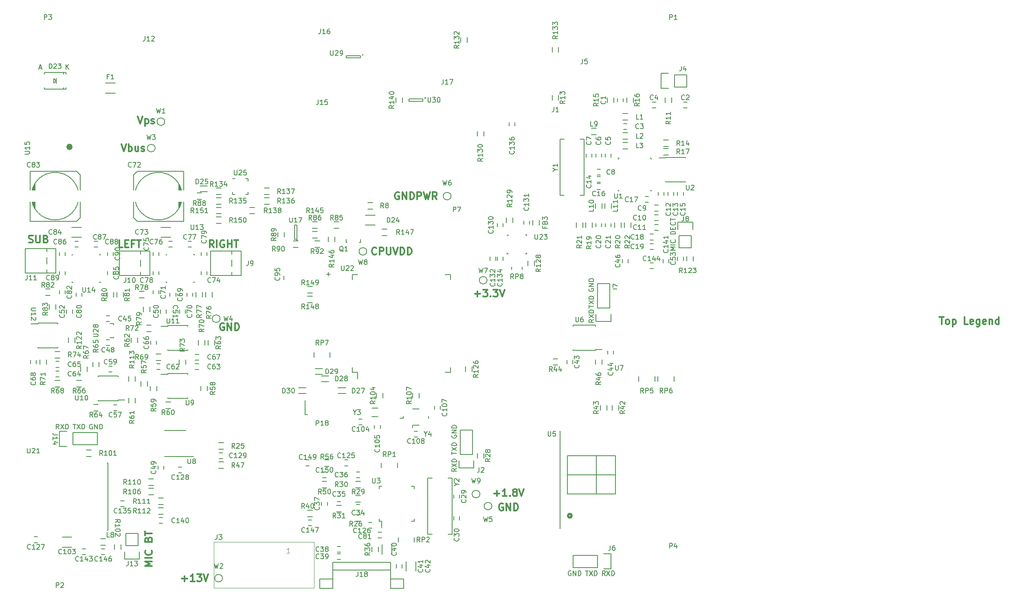
<source format=gbr>
G04 #@! TF.GenerationSoftware,KiCad,Pcbnew,no-vcs-found-7420~56~ubuntu16.04.1*
G04 #@! TF.CreationDate,2017-01-02T14:23:42+01:00*
G04 #@! TF.ProjectId,Mainboard,4D61696E626F6172642E6B696361645F,1.0*
G04 #@! TF.FileFunction,Legend,Top*
G04 #@! TF.FilePolarity,Positive*
%FSLAX46Y46*%
G04 Gerber Fmt 4.6, Leading zero omitted, Abs format (unit mm)*
G04 Created by KiCad (PCBNEW no-vcs-found-7420~56~ubuntu16.04.1) date Mon Jan  2 14:23:42 2017*
%MOMM*%
%LPD*%
G01*
G04 APERTURE LIST*
%ADD10C,0.100000*%
%ADD11C,0.300000*%
%ADD12C,0.200000*%
%ADD13C,0.150000*%
%ADD14C,0.120000*%
%ADD15C,0.250000*%
%ADD16R,1.200000X0.750000*%
%ADD17R,1.700000X1.500000*%
%ADD18R,0.250000X1.100000*%
%ADD19R,1.727200X1.727200*%
%ADD20O,1.727200X1.727200*%
%ADD21C,0.300000*%
%ADD22R,1.700000X1.700000*%
%ADD23R,0.550000X0.800000*%
%ADD24R,0.550000X0.660000*%
%ADD25R,0.500000X0.700000*%
%ADD26R,0.900000X1.200000*%
%ADD27R,2.000000X1.600000*%
%ADD28R,1.600000X1.000000*%
%ADD29R,1.200000X0.900000*%
%ADD30R,2.000000X1.700000*%
%ADD31R,1.500000X1.300000*%
%ADD32R,0.750000X1.200000*%
%ADD33R,2.800000X5.600000*%
%ADD34R,1.200000X1.000000*%
%ADD35R,1.350000X5.600000*%
%ADD36R,1.000000X2.800000*%
%ADD37C,2.500000*%
%ADD38C,3.000000*%
%ADD39R,1.550000X0.300000*%
%ADD40R,0.300000X1.550000*%
%ADD41R,1.300000X0.250000*%
%ADD42R,0.250000X1.300000*%
%ADD43R,0.500000X0.800000*%
%ADD44R,0.400000X0.800000*%
%ADD45O,2.032000X1.727200*%
%ADD46R,2.032000X1.727200*%
%ADD47R,2.100580X5.600700*%
%ADD48R,1.550000X0.600000*%
%ADD49C,0.900000*%
%ADD50C,2.000000*%
%ADD51C,3.250000*%
%ADD52R,0.800100X1.800860*%
%ADD53R,1.600000X2.000000*%
%ADD54R,4.000500X2.400300*%
%ADD55R,3.500120X1.800860*%
%ADD56R,0.600000X0.700000*%
%ADD57C,6.400000*%
%ADD58R,2.032000X2.032000*%
%ADD59O,2.032000X2.032000*%
%ADD60O,3.014980X1.506220*%
%ADD61R,3.000000X2.000000*%
%ADD62R,0.320000X0.500000*%
%ADD63C,2.032000*%
%ADD64R,1.450000X0.450000*%
%ADD65R,1.500000X0.450000*%
%ADD66R,0.600000X3.000000*%
%ADD67R,0.600000X7.500000*%
%ADD68R,1.580000X2.000000*%
%ADD69R,1.060000X0.650000*%
%ADD70R,0.900000X0.900000*%
%ADD71O,0.300000X0.750000*%
%ADD72O,0.750000X0.300000*%
%ADD73R,0.650000X1.560000*%
%ADD74R,2.000000X1.300000*%
%ADD75O,1.727200X2.032000*%
%ADD76R,1.727200X2.032000*%
%ADD77R,0.450000X1.380000*%
%ADD78R,1.475000X2.100000*%
%ADD79R,1.175000X1.900000*%
%ADD80R,2.375000X1.900000*%
%ADD81R,1.120000X2.880000*%
%ADD82C,3.500000*%
%ADD83C,1.100000*%
%ADD84R,0.650000X2.500000*%
%ADD85C,0.403333*%
%ADD86R,1.210000X1.210000*%
%ADD87R,2.620000X2.620000*%
%ADD88O,0.280000X0.900000*%
%ADD89O,0.900000X0.280000*%
%ADD90C,4.000000*%
%ADD91O,0.280000X0.800000*%
%ADD92O,0.800000X0.280000*%
%ADD93R,2.700000X2.700000*%
%ADD94C,0.800000*%
%ADD95R,2.250000X2.250000*%
%ADD96R,1.800860X0.800100*%
%ADD97C,1.143000*%
G04 APERTURE END LIST*
D10*
D11*
X173285714Y-150035714D02*
X173214285Y-150107142D01*
X173000000Y-150178571D01*
X172857142Y-150178571D01*
X172642857Y-150107142D01*
X172500000Y-149964285D01*
X172428571Y-149821428D01*
X172357142Y-149535714D01*
X172357142Y-149321428D01*
X172428571Y-149035714D01*
X172500000Y-148892857D01*
X172642857Y-148750000D01*
X172857142Y-148678571D01*
X173000000Y-148678571D01*
X173214285Y-148750000D01*
X173285714Y-148821428D01*
X173928571Y-150178571D02*
X173928571Y-148678571D01*
X174500000Y-148678571D01*
X174642857Y-148750000D01*
X174714285Y-148821428D01*
X174785714Y-148964285D01*
X174785714Y-149178571D01*
X174714285Y-149321428D01*
X174642857Y-149392857D01*
X174500000Y-149464285D01*
X173928571Y-149464285D01*
X175428571Y-148678571D02*
X175428571Y-149892857D01*
X175500000Y-150035714D01*
X175571428Y-150107142D01*
X175714285Y-150178571D01*
X176000000Y-150178571D01*
X176142857Y-150107142D01*
X176214285Y-150035714D01*
X176285714Y-149892857D01*
X176285714Y-148678571D01*
X176785714Y-148678571D02*
X177285714Y-150178571D01*
X177785714Y-148678571D01*
X178285714Y-150178571D02*
X178285714Y-148678571D01*
X178642857Y-148678571D01*
X178857142Y-148750000D01*
X179000000Y-148892857D01*
X179071428Y-149035714D01*
X179142857Y-149321428D01*
X179142857Y-149535714D01*
X179071428Y-149821428D01*
X179000000Y-149964285D01*
X178857142Y-150107142D01*
X178642857Y-150178571D01*
X178285714Y-150178571D01*
X179785714Y-150178571D02*
X179785714Y-148678571D01*
X180142857Y-148678571D01*
X180357142Y-148750000D01*
X180500000Y-148892857D01*
X180571428Y-149035714D01*
X180642857Y-149321428D01*
X180642857Y-149535714D01*
X180571428Y-149821428D01*
X180500000Y-149964285D01*
X180357142Y-150107142D01*
X180142857Y-150178571D01*
X179785714Y-150178571D01*
X193750000Y-158357142D02*
X194892857Y-158357142D01*
X194321428Y-158928571D02*
X194321428Y-157785714D01*
X195464285Y-157428571D02*
X196392857Y-157428571D01*
X195892857Y-158000000D01*
X196107142Y-158000000D01*
X196250000Y-158071428D01*
X196321428Y-158142857D01*
X196392857Y-158285714D01*
X196392857Y-158642857D01*
X196321428Y-158785714D01*
X196250000Y-158857142D01*
X196107142Y-158928571D01*
X195678571Y-158928571D01*
X195535714Y-158857142D01*
X195464285Y-158785714D01*
X197035714Y-158785714D02*
X197107142Y-158857142D01*
X197035714Y-158928571D01*
X196964285Y-158857142D01*
X197035714Y-158785714D01*
X197035714Y-158928571D01*
X197607142Y-157428571D02*
X198535714Y-157428571D01*
X198035714Y-158000000D01*
X198250000Y-158000000D01*
X198392857Y-158071428D01*
X198464285Y-158142857D01*
X198535714Y-158285714D01*
X198535714Y-158642857D01*
X198464285Y-158785714D01*
X198392857Y-158857142D01*
X198250000Y-158928571D01*
X197821428Y-158928571D01*
X197678571Y-158857142D01*
X197607142Y-158785714D01*
X198964285Y-157428571D02*
X199464285Y-158928571D01*
X199964285Y-157428571D01*
X178000000Y-137250000D02*
X177857142Y-137178571D01*
X177642857Y-137178571D01*
X177428571Y-137250000D01*
X177285714Y-137392857D01*
X177214285Y-137535714D01*
X177142857Y-137821428D01*
X177142857Y-138035714D01*
X177214285Y-138321428D01*
X177285714Y-138464285D01*
X177428571Y-138607142D01*
X177642857Y-138678571D01*
X177785714Y-138678571D01*
X178000000Y-138607142D01*
X178071428Y-138535714D01*
X178071428Y-138035714D01*
X177785714Y-138035714D01*
X178714285Y-138678571D02*
X178714285Y-137178571D01*
X179571428Y-138678571D01*
X179571428Y-137178571D01*
X180285714Y-138678571D02*
X180285714Y-137178571D01*
X180642857Y-137178571D01*
X180857142Y-137250000D01*
X181000000Y-137392857D01*
X181071428Y-137535714D01*
X181142857Y-137821428D01*
X181142857Y-138035714D01*
X181071428Y-138321428D01*
X181000000Y-138464285D01*
X180857142Y-138607142D01*
X180642857Y-138678571D01*
X180285714Y-138678571D01*
X181785714Y-138678571D02*
X181785714Y-137178571D01*
X182357142Y-137178571D01*
X182500000Y-137250000D01*
X182571428Y-137321428D01*
X182642857Y-137464285D01*
X182642857Y-137678571D01*
X182571428Y-137821428D01*
X182500000Y-137892857D01*
X182357142Y-137964285D01*
X181785714Y-137964285D01*
X183142857Y-137178571D02*
X183500000Y-138678571D01*
X183785714Y-137607142D01*
X184071428Y-138678571D01*
X184428571Y-137178571D01*
X185857142Y-138678571D02*
X185357142Y-137964285D01*
X185000000Y-138678571D02*
X185000000Y-137178571D01*
X185571428Y-137178571D01*
X185714285Y-137250000D01*
X185785714Y-137321428D01*
X185857142Y-137464285D01*
X185857142Y-137678571D01*
X185785714Y-137821428D01*
X185714285Y-137892857D01*
X185571428Y-137964285D01*
X185000000Y-137964285D01*
X199607142Y-202000000D02*
X199464285Y-201928571D01*
X199250000Y-201928571D01*
X199035714Y-202000000D01*
X198892857Y-202142857D01*
X198821428Y-202285714D01*
X198750000Y-202571428D01*
X198750000Y-202785714D01*
X198821428Y-203071428D01*
X198892857Y-203214285D01*
X199035714Y-203357142D01*
X199250000Y-203428571D01*
X199392857Y-203428571D01*
X199607142Y-203357142D01*
X199678571Y-203285714D01*
X199678571Y-202785714D01*
X199392857Y-202785714D01*
X200321428Y-203428571D02*
X200321428Y-201928571D01*
X201178571Y-203428571D01*
X201178571Y-201928571D01*
X201892857Y-203428571D02*
X201892857Y-201928571D01*
X202250000Y-201928571D01*
X202464285Y-202000000D01*
X202607142Y-202142857D01*
X202678571Y-202285714D01*
X202750000Y-202571428D01*
X202750000Y-202785714D01*
X202678571Y-203071428D01*
X202607142Y-203214285D01*
X202464285Y-203357142D01*
X202250000Y-203428571D01*
X201892857Y-203428571D01*
X197750000Y-199857142D02*
X198892857Y-199857142D01*
X198321428Y-200428571D02*
X198321428Y-199285714D01*
X200392857Y-200428571D02*
X199535714Y-200428571D01*
X199964285Y-200428571D02*
X199964285Y-198928571D01*
X199821428Y-199142857D01*
X199678571Y-199285714D01*
X199535714Y-199357142D01*
X201035714Y-200285714D02*
X201107142Y-200357142D01*
X201035714Y-200428571D01*
X200964285Y-200357142D01*
X201035714Y-200285714D01*
X201035714Y-200428571D01*
X201964285Y-199571428D02*
X201821428Y-199500000D01*
X201750000Y-199428571D01*
X201678571Y-199285714D01*
X201678571Y-199214285D01*
X201750000Y-199071428D01*
X201821428Y-199000000D01*
X201964285Y-198928571D01*
X202250000Y-198928571D01*
X202392857Y-199000000D01*
X202464285Y-199071428D01*
X202535714Y-199214285D01*
X202535714Y-199285714D01*
X202464285Y-199428571D01*
X202392857Y-199500000D01*
X202250000Y-199571428D01*
X201964285Y-199571428D01*
X201821428Y-199642857D01*
X201750000Y-199714285D01*
X201678571Y-199857142D01*
X201678571Y-200142857D01*
X201750000Y-200285714D01*
X201821428Y-200357142D01*
X201964285Y-200428571D01*
X202250000Y-200428571D01*
X202392857Y-200357142D01*
X202464285Y-200285714D01*
X202535714Y-200142857D01*
X202535714Y-199857142D01*
X202464285Y-199714285D01*
X202392857Y-199642857D01*
X202250000Y-199571428D01*
X202964285Y-198928571D02*
X203464285Y-200428571D01*
X203964285Y-198928571D01*
X132857142Y-217607142D02*
X134000000Y-217607142D01*
X133428571Y-218178571D02*
X133428571Y-217035714D01*
X135500000Y-218178571D02*
X134642857Y-218178571D01*
X135071428Y-218178571D02*
X135071428Y-216678571D01*
X134928571Y-216892857D01*
X134785714Y-217035714D01*
X134642857Y-217107142D01*
X136000000Y-216678571D02*
X136928571Y-216678571D01*
X136428571Y-217250000D01*
X136642857Y-217250000D01*
X136785714Y-217321428D01*
X136857142Y-217392857D01*
X136928571Y-217535714D01*
X136928571Y-217892857D01*
X136857142Y-218035714D01*
X136785714Y-218107142D01*
X136642857Y-218178571D01*
X136214285Y-218178571D01*
X136071428Y-218107142D01*
X136000000Y-218035714D01*
X137357142Y-216678571D02*
X137857142Y-218178571D01*
X138357142Y-216678571D01*
X120285714Y-127178571D02*
X120785714Y-128678571D01*
X121285714Y-127178571D01*
X121785714Y-128678571D02*
X121785714Y-127178571D01*
X121785714Y-127750000D02*
X121928571Y-127678571D01*
X122214285Y-127678571D01*
X122357142Y-127750000D01*
X122428571Y-127821428D01*
X122500000Y-127964285D01*
X122500000Y-128392857D01*
X122428571Y-128535714D01*
X122357142Y-128607142D01*
X122214285Y-128678571D01*
X121928571Y-128678571D01*
X121785714Y-128607142D01*
X123785714Y-127678571D02*
X123785714Y-128678571D01*
X123142857Y-127678571D02*
X123142857Y-128464285D01*
X123214285Y-128607142D01*
X123357142Y-128678571D01*
X123571428Y-128678571D01*
X123714285Y-128607142D01*
X123785714Y-128535714D01*
X124428571Y-128607142D02*
X124571428Y-128678571D01*
X124857142Y-128678571D01*
X125000000Y-128607142D01*
X125071428Y-128464285D01*
X125071428Y-128392857D01*
X125000000Y-128250000D01*
X124857142Y-128178571D01*
X124642857Y-128178571D01*
X124500000Y-128107142D01*
X124428571Y-127964285D01*
X124428571Y-127892857D01*
X124500000Y-127750000D01*
X124642857Y-127678571D01*
X124857142Y-127678571D01*
X125000000Y-127750000D01*
X123714285Y-121428571D02*
X124214285Y-122928571D01*
X124714285Y-121428571D01*
X125214285Y-121928571D02*
X125214285Y-123428571D01*
X125214285Y-122000000D02*
X125357142Y-121928571D01*
X125642857Y-121928571D01*
X125785714Y-122000000D01*
X125857142Y-122071428D01*
X125928571Y-122214285D01*
X125928571Y-122642857D01*
X125857142Y-122785714D01*
X125785714Y-122857142D01*
X125642857Y-122928571D01*
X125357142Y-122928571D01*
X125214285Y-122857142D01*
X126500000Y-122857142D02*
X126642857Y-122928571D01*
X126928571Y-122928571D01*
X127071428Y-122857142D01*
X127142857Y-122714285D01*
X127142857Y-122642857D01*
X127071428Y-122500000D01*
X126928571Y-122428571D01*
X126714285Y-122428571D01*
X126571428Y-122357142D01*
X126500000Y-122214285D01*
X126500000Y-122142857D01*
X126571428Y-122000000D01*
X126714285Y-121928571D01*
X126928571Y-121928571D01*
X127071428Y-122000000D01*
X141607142Y-164500000D02*
X141464285Y-164428571D01*
X141250000Y-164428571D01*
X141035714Y-164500000D01*
X140892857Y-164642857D01*
X140821428Y-164785714D01*
X140750000Y-165071428D01*
X140750000Y-165285714D01*
X140821428Y-165571428D01*
X140892857Y-165714285D01*
X141035714Y-165857142D01*
X141250000Y-165928571D01*
X141392857Y-165928571D01*
X141607142Y-165857142D01*
X141678571Y-165785714D01*
X141678571Y-165285714D01*
X141392857Y-165285714D01*
X142321428Y-165928571D02*
X142321428Y-164428571D01*
X143178571Y-165928571D01*
X143178571Y-164428571D01*
X143892857Y-165928571D02*
X143892857Y-164428571D01*
X144250000Y-164428571D01*
X144464285Y-164500000D01*
X144607142Y-164642857D01*
X144678571Y-164785714D01*
X144750000Y-165071428D01*
X144750000Y-165285714D01*
X144678571Y-165571428D01*
X144607142Y-165714285D01*
X144464285Y-165857142D01*
X144250000Y-165928571D01*
X143892857Y-165928571D01*
X290337857Y-163178571D02*
X291195000Y-163178571D01*
X290766428Y-164678571D02*
X290766428Y-163178571D01*
X291909285Y-164678571D02*
X291766428Y-164607142D01*
X291695000Y-164535714D01*
X291623571Y-164392857D01*
X291623571Y-163964285D01*
X291695000Y-163821428D01*
X291766428Y-163750000D01*
X291909285Y-163678571D01*
X292123571Y-163678571D01*
X292266428Y-163750000D01*
X292337857Y-163821428D01*
X292409285Y-163964285D01*
X292409285Y-164392857D01*
X292337857Y-164535714D01*
X292266428Y-164607142D01*
X292123571Y-164678571D01*
X291909285Y-164678571D01*
X293052142Y-163678571D02*
X293052142Y-165178571D01*
X293052142Y-163750000D02*
X293195000Y-163678571D01*
X293480714Y-163678571D01*
X293623571Y-163750000D01*
X293695000Y-163821428D01*
X293766428Y-163964285D01*
X293766428Y-164392857D01*
X293695000Y-164535714D01*
X293623571Y-164607142D01*
X293480714Y-164678571D01*
X293195000Y-164678571D01*
X293052142Y-164607142D01*
X296266428Y-164678571D02*
X295552142Y-164678571D01*
X295552142Y-163178571D01*
X297337857Y-164607142D02*
X297195000Y-164678571D01*
X296909285Y-164678571D01*
X296766428Y-164607142D01*
X296695000Y-164464285D01*
X296695000Y-163892857D01*
X296766428Y-163750000D01*
X296909285Y-163678571D01*
X297195000Y-163678571D01*
X297337857Y-163750000D01*
X297409285Y-163892857D01*
X297409285Y-164035714D01*
X296695000Y-164178571D01*
X298695000Y-163678571D02*
X298695000Y-164892857D01*
X298623571Y-165035714D01*
X298552142Y-165107142D01*
X298409285Y-165178571D01*
X298195000Y-165178571D01*
X298052142Y-165107142D01*
X298695000Y-164607142D02*
X298552142Y-164678571D01*
X298266428Y-164678571D01*
X298123571Y-164607142D01*
X298052142Y-164535714D01*
X297980714Y-164392857D01*
X297980714Y-163964285D01*
X298052142Y-163821428D01*
X298123571Y-163750000D01*
X298266428Y-163678571D01*
X298552142Y-163678571D01*
X298695000Y-163750000D01*
X299980714Y-164607142D02*
X299837857Y-164678571D01*
X299552142Y-164678571D01*
X299409285Y-164607142D01*
X299337857Y-164464285D01*
X299337857Y-163892857D01*
X299409285Y-163750000D01*
X299552142Y-163678571D01*
X299837857Y-163678571D01*
X299980714Y-163750000D01*
X300052142Y-163892857D01*
X300052142Y-164035714D01*
X299337857Y-164178571D01*
X300695000Y-163678571D02*
X300695000Y-164678571D01*
X300695000Y-163821428D02*
X300766428Y-163750000D01*
X300909285Y-163678571D01*
X301123571Y-163678571D01*
X301266428Y-163750000D01*
X301337857Y-163892857D01*
X301337857Y-164678571D01*
X302695000Y-164678571D02*
X302695000Y-163178571D01*
X302695000Y-164607142D02*
X302552142Y-164678571D01*
X302266428Y-164678571D01*
X302123571Y-164607142D01*
X302052142Y-164535714D01*
X301980714Y-164392857D01*
X301980714Y-163964285D01*
X302052142Y-163821428D01*
X302123571Y-163750000D01*
X302266428Y-163678571D01*
X302552142Y-163678571D01*
X302695000Y-163750000D01*
D12*
X235452380Y-149285714D02*
X234452380Y-149285714D01*
X235166666Y-148952380D01*
X234452380Y-148619047D01*
X235452380Y-148619047D01*
X235452380Y-148142857D02*
X234452380Y-148142857D01*
X235357142Y-147095238D02*
X235404761Y-147142857D01*
X235452380Y-147285714D01*
X235452380Y-147380952D01*
X235404761Y-147523809D01*
X235309523Y-147619047D01*
X235214285Y-147666666D01*
X235023809Y-147714285D01*
X234880952Y-147714285D01*
X234690476Y-147666666D01*
X234595238Y-147619047D01*
X234500000Y-147523809D01*
X234452380Y-147380952D01*
X234452380Y-147285714D01*
X234500000Y-147142857D01*
X234547619Y-147095238D01*
X235452380Y-145904761D02*
X234452380Y-145904761D01*
X234452380Y-145666666D01*
X234500000Y-145523809D01*
X234595238Y-145428571D01*
X234690476Y-145380952D01*
X234880952Y-145333333D01*
X235023809Y-145333333D01*
X235214285Y-145380952D01*
X235309523Y-145428571D01*
X235404761Y-145523809D01*
X235452380Y-145666666D01*
X235452380Y-145904761D01*
X234928571Y-144904761D02*
X234928571Y-144571428D01*
X235452380Y-144428571D02*
X235452380Y-144904761D01*
X234452380Y-144904761D01*
X234452380Y-144428571D01*
X235357142Y-143428571D02*
X235404761Y-143476190D01*
X235452380Y-143619047D01*
X235452380Y-143714285D01*
X235404761Y-143857142D01*
X235309523Y-143952380D01*
X235214285Y-144000000D01*
X235023809Y-144047619D01*
X234880952Y-144047619D01*
X234690476Y-144000000D01*
X234595238Y-143952380D01*
X234500000Y-143857142D01*
X234452380Y-143714285D01*
X234452380Y-143619047D01*
X234500000Y-143476190D01*
X234547619Y-143428571D01*
X234452380Y-143142857D02*
X234452380Y-142571428D01*
X235452380Y-142857142D02*
X234452380Y-142857142D01*
D11*
X126678571Y-215000000D02*
X125178571Y-215000000D01*
X126250000Y-214500000D01*
X125178571Y-214000000D01*
X126678571Y-214000000D01*
X126678571Y-213285714D02*
X125178571Y-213285714D01*
X126535714Y-211714285D02*
X126607142Y-211785714D01*
X126678571Y-212000000D01*
X126678571Y-212142857D01*
X126607142Y-212357142D01*
X126464285Y-212500000D01*
X126321428Y-212571428D01*
X126035714Y-212642857D01*
X125821428Y-212642857D01*
X125535714Y-212571428D01*
X125392857Y-212500000D01*
X125250000Y-212357142D01*
X125178571Y-212142857D01*
X125178571Y-212000000D01*
X125250000Y-211785714D01*
X125321428Y-211714285D01*
X125892857Y-209428571D02*
X125964285Y-209214285D01*
X126035714Y-209142857D01*
X126178571Y-209071428D01*
X126392857Y-209071428D01*
X126535714Y-209142857D01*
X126607142Y-209214285D01*
X126678571Y-209357142D01*
X126678571Y-209928571D01*
X125178571Y-209928571D01*
X125178571Y-209428571D01*
X125250000Y-209285714D01*
X125321428Y-209214285D01*
X125464285Y-209142857D01*
X125607142Y-209142857D01*
X125750000Y-209214285D01*
X125821428Y-209285714D01*
X125892857Y-209428571D01*
X125892857Y-209928571D01*
X125178571Y-208642857D02*
X125178571Y-207785714D01*
X126678571Y-208214285D02*
X125178571Y-208214285D01*
X139500000Y-148678571D02*
X139000000Y-147964285D01*
X138642857Y-148678571D02*
X138642857Y-147178571D01*
X139214285Y-147178571D01*
X139357142Y-147250000D01*
X139428571Y-147321428D01*
X139500000Y-147464285D01*
X139500000Y-147678571D01*
X139428571Y-147821428D01*
X139357142Y-147892857D01*
X139214285Y-147964285D01*
X138642857Y-147964285D01*
X140142857Y-148678571D02*
X140142857Y-147178571D01*
X141642857Y-147250000D02*
X141500000Y-147178571D01*
X141285714Y-147178571D01*
X141071428Y-147250000D01*
X140928571Y-147392857D01*
X140857142Y-147535714D01*
X140785714Y-147821428D01*
X140785714Y-148035714D01*
X140857142Y-148321428D01*
X140928571Y-148464285D01*
X141071428Y-148607142D01*
X141285714Y-148678571D01*
X141428571Y-148678571D01*
X141642857Y-148607142D01*
X141714285Y-148535714D01*
X141714285Y-148035714D01*
X141428571Y-148035714D01*
X142357142Y-148678571D02*
X142357142Y-147178571D01*
X142357142Y-147892857D02*
X143214285Y-147892857D01*
X143214285Y-148678571D02*
X143214285Y-147178571D01*
X143714285Y-147178571D02*
X144571428Y-147178571D01*
X144142857Y-148678571D02*
X144142857Y-147178571D01*
X120571428Y-148678571D02*
X119857142Y-148678571D01*
X119857142Y-147178571D01*
X121071428Y-147892857D02*
X121571428Y-147892857D01*
X121785714Y-148678571D02*
X121071428Y-148678571D01*
X121071428Y-147178571D01*
X121785714Y-147178571D01*
X122928571Y-147892857D02*
X122428571Y-147892857D01*
X122428571Y-148678571D02*
X122428571Y-147178571D01*
X123142857Y-147178571D01*
X123500000Y-147178571D02*
X124357142Y-147178571D01*
X123928571Y-148678571D02*
X123928571Y-147178571D01*
X101035714Y-147607142D02*
X101250000Y-147678571D01*
X101607142Y-147678571D01*
X101750000Y-147607142D01*
X101821428Y-147535714D01*
X101892857Y-147392857D01*
X101892857Y-147250000D01*
X101821428Y-147107142D01*
X101750000Y-147035714D01*
X101607142Y-146964285D01*
X101321428Y-146892857D01*
X101178571Y-146821428D01*
X101107142Y-146750000D01*
X101035714Y-146607142D01*
X101035714Y-146464285D01*
X101107142Y-146321428D01*
X101178571Y-146250000D01*
X101321428Y-146178571D01*
X101678571Y-146178571D01*
X101892857Y-146250000D01*
X102535714Y-146178571D02*
X102535714Y-147392857D01*
X102607142Y-147535714D01*
X102678571Y-147607142D01*
X102821428Y-147678571D01*
X103107142Y-147678571D01*
X103250000Y-147607142D01*
X103321428Y-147535714D01*
X103392857Y-147392857D01*
X103392857Y-146178571D01*
X104607142Y-146892857D02*
X104821428Y-146964285D01*
X104892857Y-147035714D01*
X104964285Y-147178571D01*
X104964285Y-147392857D01*
X104892857Y-147535714D01*
X104821428Y-147607142D01*
X104678571Y-147678571D01*
X104107142Y-147678571D01*
X104107142Y-146178571D01*
X104607142Y-146178571D01*
X104750000Y-146250000D01*
X104821428Y-146321428D01*
X104892857Y-146464285D01*
X104892857Y-146607142D01*
X104821428Y-146750000D01*
X104750000Y-146821428D01*
X104607142Y-146892857D01*
X104107142Y-146892857D01*
D12*
X219000000Y-192000000D02*
X219000000Y-200000000D01*
X213000000Y-196000000D02*
X223000000Y-196000000D01*
X213000000Y-200000000D02*
X213000000Y-192000000D01*
X223000000Y-200000000D02*
X213000000Y-200000000D01*
X223000000Y-192000000D02*
X223000000Y-200000000D01*
X213000000Y-192000000D02*
X223000000Y-192000000D01*
X217452380Y-161261904D02*
X217452380Y-160690476D01*
X218452380Y-160976190D02*
X217452380Y-160976190D01*
X217452380Y-160452380D02*
X218452380Y-159785714D01*
X217452380Y-159785714D02*
X218452380Y-160452380D01*
X218452380Y-159404761D02*
X217452380Y-159404761D01*
X217452380Y-159166666D01*
X217500000Y-159023809D01*
X217595238Y-158928571D01*
X217690476Y-158880952D01*
X217880952Y-158833333D01*
X218023809Y-158833333D01*
X218214285Y-158880952D01*
X218309523Y-158928571D01*
X218404761Y-159023809D01*
X218452380Y-159166666D01*
X218452380Y-159404761D01*
X218452380Y-163666666D02*
X217976190Y-164000000D01*
X218452380Y-164238095D02*
X217452380Y-164238095D01*
X217452380Y-163857142D01*
X217500000Y-163761904D01*
X217547619Y-163714285D01*
X217642857Y-163666666D01*
X217785714Y-163666666D01*
X217880952Y-163714285D01*
X217928571Y-163761904D01*
X217976190Y-163857142D01*
X217976190Y-164238095D01*
X217452380Y-163333333D02*
X218452380Y-162666666D01*
X217452380Y-162666666D02*
X218452380Y-163333333D01*
X218452380Y-162285714D02*
X217452380Y-162285714D01*
X217452380Y-162047619D01*
X217500000Y-161904761D01*
X217595238Y-161809523D01*
X217690476Y-161761904D01*
X217880952Y-161714285D01*
X218023809Y-161714285D01*
X218214285Y-161761904D01*
X218309523Y-161809523D01*
X218404761Y-161904761D01*
X218452380Y-162047619D01*
X218452380Y-162285714D01*
X217500000Y-157261904D02*
X217452380Y-157357142D01*
X217452380Y-157500000D01*
X217500000Y-157642857D01*
X217595238Y-157738095D01*
X217690476Y-157785714D01*
X217880952Y-157833333D01*
X218023809Y-157833333D01*
X218214285Y-157785714D01*
X218309523Y-157738095D01*
X218404761Y-157642857D01*
X218452380Y-157500000D01*
X218452380Y-157404761D01*
X218404761Y-157261904D01*
X218357142Y-157214285D01*
X218023809Y-157214285D01*
X218023809Y-157404761D01*
X218452380Y-156785714D02*
X217452380Y-156785714D01*
X218452380Y-156214285D01*
X217452380Y-156214285D01*
X218452380Y-155738095D02*
X217452380Y-155738095D01*
X217452380Y-155500000D01*
X217500000Y-155357142D01*
X217595238Y-155261904D01*
X217690476Y-155214285D01*
X217880952Y-155166666D01*
X218023809Y-155166666D01*
X218214285Y-155214285D01*
X218309523Y-155261904D01*
X218404761Y-155357142D01*
X218452380Y-155500000D01*
X218452380Y-155738095D01*
X107333333Y-186452380D02*
X107000000Y-185976190D01*
X106761904Y-186452380D02*
X106761904Y-185452380D01*
X107142857Y-185452380D01*
X107238095Y-185500000D01*
X107285714Y-185547619D01*
X107333333Y-185642857D01*
X107333333Y-185785714D01*
X107285714Y-185880952D01*
X107238095Y-185928571D01*
X107142857Y-185976190D01*
X106761904Y-185976190D01*
X107666666Y-185452380D02*
X108333333Y-186452380D01*
X108333333Y-185452380D02*
X107666666Y-186452380D01*
X108714285Y-186452380D02*
X108714285Y-185452380D01*
X108952380Y-185452380D01*
X109095238Y-185500000D01*
X109190476Y-185595238D01*
X109238095Y-185690476D01*
X109285714Y-185880952D01*
X109285714Y-186023809D01*
X109238095Y-186214285D01*
X109190476Y-186309523D01*
X109095238Y-186404761D01*
X108952380Y-186452380D01*
X108714285Y-186452380D01*
X114238095Y-185500000D02*
X114142857Y-185452380D01*
X114000000Y-185452380D01*
X113857142Y-185500000D01*
X113761904Y-185595238D01*
X113714285Y-185690476D01*
X113666666Y-185880952D01*
X113666666Y-186023809D01*
X113714285Y-186214285D01*
X113761904Y-186309523D01*
X113857142Y-186404761D01*
X114000000Y-186452380D01*
X114095238Y-186452380D01*
X114238095Y-186404761D01*
X114285714Y-186357142D01*
X114285714Y-186023809D01*
X114095238Y-186023809D01*
X114714285Y-186452380D02*
X114714285Y-185452380D01*
X115285714Y-186452380D01*
X115285714Y-185452380D01*
X115761904Y-186452380D02*
X115761904Y-185452380D01*
X116000000Y-185452380D01*
X116142857Y-185500000D01*
X116238095Y-185595238D01*
X116285714Y-185690476D01*
X116333333Y-185880952D01*
X116333333Y-186023809D01*
X116285714Y-186214285D01*
X116238095Y-186309523D01*
X116142857Y-186404761D01*
X116000000Y-186452380D01*
X115761904Y-186452380D01*
X110238095Y-185452380D02*
X110809523Y-185452380D01*
X110523809Y-186452380D02*
X110523809Y-185452380D01*
X111047619Y-185452380D02*
X111714285Y-186452380D01*
X111714285Y-185452380D02*
X111047619Y-186452380D01*
X112095238Y-186452380D02*
X112095238Y-185452380D01*
X112333333Y-185452380D01*
X112476190Y-185500000D01*
X112571428Y-185595238D01*
X112619047Y-185690476D01*
X112666666Y-185880952D01*
X112666666Y-186023809D01*
X112619047Y-186214285D01*
X112571428Y-186309523D01*
X112476190Y-186404761D01*
X112333333Y-186452380D01*
X112095238Y-186452380D01*
X188952380Y-191761904D02*
X188952380Y-191190476D01*
X189952380Y-191476190D02*
X188952380Y-191476190D01*
X188952380Y-190952380D02*
X189952380Y-190285714D01*
X188952380Y-190285714D02*
X189952380Y-190952380D01*
X189952380Y-189904761D02*
X188952380Y-189904761D01*
X188952380Y-189666666D01*
X189000000Y-189523809D01*
X189095238Y-189428571D01*
X189190476Y-189380952D01*
X189380952Y-189333333D01*
X189523809Y-189333333D01*
X189714285Y-189380952D01*
X189809523Y-189428571D01*
X189904761Y-189523809D01*
X189952380Y-189666666D01*
X189952380Y-189904761D01*
X189952380Y-194666666D02*
X189476190Y-195000000D01*
X189952380Y-195238095D02*
X188952380Y-195238095D01*
X188952380Y-194857142D01*
X189000000Y-194761904D01*
X189047619Y-194714285D01*
X189142857Y-194666666D01*
X189285714Y-194666666D01*
X189380952Y-194714285D01*
X189428571Y-194761904D01*
X189476190Y-194857142D01*
X189476190Y-195238095D01*
X188952380Y-194333333D02*
X189952380Y-193666666D01*
X188952380Y-193666666D02*
X189952380Y-194333333D01*
X189952380Y-193285714D02*
X188952380Y-193285714D01*
X188952380Y-193047619D01*
X189000000Y-192904761D01*
X189095238Y-192809523D01*
X189190476Y-192761904D01*
X189380952Y-192714285D01*
X189523809Y-192714285D01*
X189714285Y-192761904D01*
X189809523Y-192809523D01*
X189904761Y-192904761D01*
X189952380Y-193047619D01*
X189952380Y-193285714D01*
X189000000Y-187761904D02*
X188952380Y-187857142D01*
X188952380Y-188000000D01*
X189000000Y-188142857D01*
X189095238Y-188238095D01*
X189190476Y-188285714D01*
X189380952Y-188333333D01*
X189523809Y-188333333D01*
X189714285Y-188285714D01*
X189809523Y-188238095D01*
X189904761Y-188142857D01*
X189952380Y-188000000D01*
X189952380Y-187904761D01*
X189904761Y-187761904D01*
X189857142Y-187714285D01*
X189523809Y-187714285D01*
X189523809Y-187904761D01*
X189952380Y-187285714D02*
X188952380Y-187285714D01*
X189952380Y-186714285D01*
X188952380Y-186714285D01*
X189952380Y-186238095D02*
X188952380Y-186238095D01*
X188952380Y-186000000D01*
X189000000Y-185857142D01*
X189095238Y-185761904D01*
X189190476Y-185714285D01*
X189380952Y-185666666D01*
X189523809Y-185666666D01*
X189714285Y-185714285D01*
X189809523Y-185761904D01*
X189904761Y-185857142D01*
X189952380Y-186000000D01*
X189952380Y-186238095D01*
X220833333Y-216952380D02*
X220500000Y-216476190D01*
X220261904Y-216952380D02*
X220261904Y-215952380D01*
X220642857Y-215952380D01*
X220738095Y-216000000D01*
X220785714Y-216047619D01*
X220833333Y-216142857D01*
X220833333Y-216285714D01*
X220785714Y-216380952D01*
X220738095Y-216428571D01*
X220642857Y-216476190D01*
X220261904Y-216476190D01*
X221166666Y-215952380D02*
X221833333Y-216952380D01*
X221833333Y-215952380D02*
X221166666Y-216952380D01*
X222214285Y-216952380D02*
X222214285Y-215952380D01*
X222452380Y-215952380D01*
X222595238Y-216000000D01*
X222690476Y-216095238D01*
X222738095Y-216190476D01*
X222785714Y-216380952D01*
X222785714Y-216523809D01*
X222738095Y-216714285D01*
X222690476Y-216809523D01*
X222595238Y-216904761D01*
X222452380Y-216952380D01*
X222214285Y-216952380D01*
X216738095Y-215952380D02*
X217309523Y-215952380D01*
X217023809Y-216952380D02*
X217023809Y-215952380D01*
X217547619Y-215952380D02*
X218214285Y-216952380D01*
X218214285Y-215952380D02*
X217547619Y-216952380D01*
X218595238Y-216952380D02*
X218595238Y-215952380D01*
X218833333Y-215952380D01*
X218976190Y-216000000D01*
X219071428Y-216095238D01*
X219119047Y-216190476D01*
X219166666Y-216380952D01*
X219166666Y-216523809D01*
X219119047Y-216714285D01*
X219071428Y-216809523D01*
X218976190Y-216904761D01*
X218833333Y-216952380D01*
X218595238Y-216952380D01*
X213738095Y-216000000D02*
X213642857Y-215952380D01*
X213500000Y-215952380D01*
X213357142Y-216000000D01*
X213261904Y-216095238D01*
X213214285Y-216190476D01*
X213166666Y-216380952D01*
X213166666Y-216523809D01*
X213214285Y-216714285D01*
X213261904Y-216809523D01*
X213357142Y-216904761D01*
X213500000Y-216952380D01*
X213595238Y-216952380D01*
X213738095Y-216904761D01*
X213785714Y-216857142D01*
X213785714Y-216523809D01*
X213595238Y-216523809D01*
X214214285Y-216952380D02*
X214214285Y-215952380D01*
X214785714Y-216952380D01*
X214785714Y-215952380D01*
X215261904Y-216952380D02*
X215261904Y-215952380D01*
X215500000Y-215952380D01*
X215642857Y-216000000D01*
X215738095Y-216095238D01*
X215785714Y-216190476D01*
X215833333Y-216380952D01*
X215833333Y-216523809D01*
X215785714Y-216714285D01*
X215738095Y-216809523D01*
X215642857Y-216904761D01*
X215500000Y-216952380D01*
X215261904Y-216952380D01*
D13*
X165850000Y-212100000D02*
X165150000Y-212100000D01*
X165150000Y-210900000D02*
X165850000Y-210900000D01*
X164250000Y-214225000D02*
X176250000Y-214225000D01*
X164250000Y-215775000D02*
X176250000Y-215775000D01*
X164250000Y-215775000D02*
X164250000Y-219600000D01*
X176250000Y-215775000D02*
X176250000Y-219600000D01*
X164250000Y-219600000D02*
X161550000Y-219600000D01*
X176250000Y-219600000D02*
X178950000Y-219600000D01*
X161550000Y-219600000D02*
X161550000Y-217650000D01*
X178950000Y-219600000D02*
X178950000Y-217650000D01*
X161550000Y-217650000D02*
X164250000Y-217650000D01*
X178950000Y-217650000D02*
X176250000Y-217650000D01*
X164250000Y-217650000D02*
X164250000Y-214225000D01*
X176250000Y-217650000D02*
X176250000Y-214225000D01*
D14*
X160330000Y-219570000D02*
X139510000Y-219570000D01*
X139510000Y-219570000D02*
X139510000Y-209970000D01*
X139510000Y-209970000D02*
X160330000Y-209970000D01*
X160330000Y-209970000D02*
X160330000Y-219570000D01*
D13*
X205825000Y-144000000D02*
X205825000Y-143000000D01*
X207175000Y-143000000D02*
X207175000Y-144000000D01*
X108000000Y-211025000D02*
X110000000Y-211025000D01*
X110000000Y-208975000D02*
X108000000Y-208975000D01*
X174475000Y-210500000D02*
X174475000Y-212500000D01*
X176525000Y-212500000D02*
X176525000Y-210500000D01*
X117000000Y-210675000D02*
X116000000Y-210675000D01*
X116000000Y-209325000D02*
X117000000Y-209325000D01*
X119000000Y-116575000D02*
X117000000Y-116575000D01*
X117000000Y-114425000D02*
X119000000Y-114425000D01*
X172400000Y-182125000D02*
X173600000Y-182125000D01*
X173600000Y-183875000D02*
X172400000Y-183875000D01*
X178600000Y-214650000D02*
X178600000Y-215350000D01*
X177400000Y-215350000D02*
X177400000Y-214650000D01*
X170000000Y-205675000D02*
X169000000Y-205675000D01*
X169000000Y-204325000D02*
X170000000Y-204325000D01*
X128850000Y-206100000D02*
X128150000Y-206100000D01*
X128150000Y-204900000D02*
X128850000Y-204900000D01*
X168325000Y-174675000D02*
X169375000Y-174675000D01*
X168325000Y-154325000D02*
X169375000Y-154325000D01*
X188675000Y-154325000D02*
X187625000Y-154325000D01*
X188675000Y-174675000D02*
X187625000Y-174675000D01*
X168325000Y-174675000D02*
X168325000Y-173625000D01*
X188675000Y-174675000D02*
X188675000Y-173625000D01*
X188675000Y-154325000D02*
X188675000Y-155375000D01*
X168325000Y-154325000D02*
X168325000Y-155375000D01*
X169375000Y-174675000D02*
X169375000Y-175975000D01*
X173875000Y-205625000D02*
X174400000Y-205625000D01*
X173875000Y-198375000D02*
X174400000Y-198375000D01*
X181125000Y-198375000D02*
X180600000Y-198375000D01*
X181125000Y-205625000D02*
X180600000Y-205625000D01*
X173875000Y-205625000D02*
X173875000Y-205100000D01*
X181125000Y-205625000D02*
X181125000Y-205100000D01*
X181125000Y-198375000D02*
X181125000Y-198900000D01*
X173875000Y-198375000D02*
X173875000Y-198900000D01*
X174400000Y-205625000D02*
X174400000Y-207000000D01*
X160325000Y-171500000D02*
X160325000Y-170500000D01*
X163675000Y-171500000D02*
X163675000Y-170500000D01*
X237100000Y-150650000D02*
X237100000Y-151350000D01*
X235900000Y-151350000D02*
X235900000Y-150650000D01*
X221770000Y-161270000D02*
X221770000Y-156190000D01*
X221770000Y-156190000D02*
X219230000Y-156190000D01*
X219230000Y-156190000D02*
X219230000Y-161270000D01*
X218950000Y-164090000D02*
X218950000Y-162540000D01*
X219230000Y-161270000D02*
X221770000Y-161270000D01*
X222050000Y-162540000D02*
X222050000Y-164090000D01*
X222050000Y-164090000D02*
X218950000Y-164090000D01*
X211500640Y-126150380D02*
X211500640Y-137849620D01*
X216499360Y-137849620D02*
X216499360Y-126150380D01*
X211500640Y-137849620D02*
X212349000Y-137849620D01*
X216499360Y-137849620D02*
X215651000Y-137849620D01*
X211500640Y-126150380D02*
X212349000Y-126150380D01*
X216499360Y-126150380D02*
X215651000Y-126150380D01*
X225500000Y-126175000D02*
X224500000Y-126175000D01*
X224500000Y-124825000D02*
X225500000Y-124825000D01*
X106650000Y-172400000D02*
X107350000Y-172400000D01*
X107350000Y-173600000D02*
X106650000Y-173600000D01*
X106650000Y-174400000D02*
X107350000Y-174400000D01*
X107350000Y-175600000D02*
X106650000Y-175600000D01*
X129925000Y-164925000D02*
X129925000Y-165070000D01*
X134075000Y-164925000D02*
X134075000Y-165070000D01*
X134075000Y-170075000D02*
X134075000Y-169930000D01*
X129925000Y-170075000D02*
X129925000Y-169930000D01*
X129925000Y-164925000D02*
X134075000Y-164925000D01*
X129925000Y-170075000D02*
X134075000Y-170075000D01*
X129925000Y-165070000D02*
X128525000Y-165070000D01*
X214100000Y-172150000D02*
X214100000Y-172850000D01*
X212900000Y-172850000D02*
X212900000Y-172150000D01*
D12*
X117500000Y-207500000D02*
X117300000Y-207500000D01*
X117500000Y-193500000D02*
X117300000Y-193500000D01*
X117500000Y-207500000D02*
X117500000Y-193500000D01*
D13*
X161000000Y-144675000D02*
X160000000Y-144675000D01*
X160000000Y-143325000D02*
X161000000Y-143325000D01*
X173000000Y-141975000D02*
X171000000Y-141975000D01*
X171000000Y-144025000D02*
X173000000Y-144025000D01*
X169999820Y-146949200D02*
X169999820Y-147650240D01*
X169999820Y-147650240D02*
X169750900Y-147650240D01*
X167200840Y-147650240D02*
X167000180Y-147650240D01*
X167000180Y-147650240D02*
X167000180Y-146949200D01*
X164500000Y-143325000D02*
X165500000Y-143325000D01*
X165500000Y-144675000D02*
X164500000Y-144675000D01*
X224600000Y-117650000D02*
X224600000Y-118350000D01*
X223400000Y-118350000D02*
X223400000Y-117650000D01*
X237850000Y-119600000D02*
X237150000Y-119600000D01*
X237150000Y-118400000D02*
X237850000Y-118400000D01*
X224650000Y-122900000D02*
X225350000Y-122900000D01*
X225350000Y-124100000D02*
X224650000Y-124100000D01*
X230650000Y-118400000D02*
X231350000Y-118400000D01*
X231350000Y-119600000D02*
X230650000Y-119600000D01*
X222100000Y-129150000D02*
X222100000Y-129850000D01*
X220900000Y-129850000D02*
X220900000Y-129150000D01*
X220100000Y-129150000D02*
X220100000Y-129850000D01*
X218900000Y-129850000D02*
X218900000Y-129150000D01*
X218100000Y-129150000D02*
X218100000Y-129850000D01*
X216900000Y-129850000D02*
X216900000Y-129150000D01*
X219850000Y-133600000D02*
X219150000Y-133600000D01*
X219150000Y-132400000D02*
X219850000Y-132400000D01*
X231150000Y-139900000D02*
X231850000Y-139900000D01*
X231850000Y-141100000D02*
X231150000Y-141100000D01*
X231150000Y-141900000D02*
X231850000Y-141900000D01*
X231850000Y-143100000D02*
X231150000Y-143100000D01*
X231150000Y-143900000D02*
X231850000Y-143900000D01*
X231850000Y-145100000D02*
X231150000Y-145100000D01*
X233100000Y-137150000D02*
X233100000Y-137850000D01*
X231900000Y-137850000D02*
X231900000Y-137150000D01*
X235100000Y-137150000D02*
X235100000Y-137850000D01*
X233900000Y-137850000D02*
X233900000Y-137150000D01*
X219150000Y-133900000D02*
X219850000Y-133900000D01*
X219850000Y-135100000D02*
X219150000Y-135100000D01*
X237100000Y-137150000D02*
X237100000Y-137850000D01*
X235900000Y-137850000D02*
X235900000Y-137150000D01*
X219150000Y-135400000D02*
X219850000Y-135400000D01*
X219850000Y-136600000D02*
X219150000Y-136600000D01*
X229150000Y-138100000D02*
X229850000Y-138100000D01*
X229850000Y-139300000D02*
X229150000Y-139300000D01*
X230150000Y-145900000D02*
X230850000Y-145900000D01*
X230850000Y-147100000D02*
X230150000Y-147100000D01*
X230150000Y-147900000D02*
X230850000Y-147900000D01*
X230850000Y-149100000D02*
X230150000Y-149100000D01*
X218900000Y-144350000D02*
X218900000Y-143650000D01*
X220100000Y-143650000D02*
X220100000Y-144350000D01*
X220900000Y-144350000D02*
X220900000Y-143650000D01*
X222100000Y-143650000D02*
X222100000Y-144350000D01*
X190600000Y-200150000D02*
X190600000Y-200850000D01*
X189400000Y-200850000D02*
X189400000Y-200150000D01*
X189400000Y-205350000D02*
X189400000Y-204650000D01*
X190600000Y-204650000D02*
X190600000Y-205350000D01*
X169850000Y-203350000D02*
X169150000Y-203350000D01*
X169150000Y-202150000D02*
X169850000Y-202150000D01*
X165150000Y-200400000D02*
X165850000Y-200400000D01*
X165850000Y-201600000D02*
X165150000Y-201600000D01*
X169850000Y-196600000D02*
X169150000Y-196600000D01*
X169150000Y-195400000D02*
X169850000Y-195400000D01*
X161900000Y-202350000D02*
X161900000Y-201650000D01*
X163100000Y-201650000D02*
X163100000Y-202350000D01*
X165850000Y-213600000D02*
X165150000Y-213600000D01*
X165150000Y-212400000D02*
X165850000Y-212400000D01*
X181525000Y-216000000D02*
X181525000Y-214000000D01*
X179475000Y-214000000D02*
X179475000Y-216000000D01*
X222600000Y-170150000D02*
X222600000Y-170850000D01*
X221400000Y-170850000D02*
X221400000Y-170150000D01*
X224400000Y-151850000D02*
X224400000Y-151150000D01*
X225600000Y-151150000D02*
X225600000Y-151850000D01*
X129100000Y-194150000D02*
X129100000Y-194850000D01*
X127900000Y-194850000D02*
X127900000Y-194150000D01*
X128400000Y-162350000D02*
X128400000Y-161650000D01*
X129600000Y-161650000D02*
X129600000Y-162350000D01*
X132400000Y-162350000D02*
X132400000Y-161650000D01*
X133600000Y-161650000D02*
X133600000Y-162350000D01*
X108900000Y-162350000D02*
X108900000Y-161650000D01*
X110100000Y-161650000D02*
X110100000Y-162350000D01*
X118650000Y-181400000D02*
X119350000Y-181400000D01*
X119350000Y-182600000D02*
X118650000Y-182600000D01*
X117650000Y-173400000D02*
X118350000Y-173400000D01*
X118350000Y-174600000D02*
X117650000Y-174600000D01*
X127650000Y-172900000D02*
X128350000Y-172900000D01*
X128350000Y-174100000D02*
X127650000Y-174100000D01*
X136350000Y-174100000D02*
X135650000Y-174100000D01*
X135650000Y-172900000D02*
X136350000Y-172900000D01*
X127600000Y-168150000D02*
X127600000Y-168850000D01*
X126400000Y-168850000D02*
X126400000Y-168150000D01*
X135650000Y-170900000D02*
X136350000Y-170900000D01*
X136350000Y-172100000D02*
X135650000Y-172100000D01*
X101400000Y-172850000D02*
X101400000Y-172150000D01*
X102600000Y-172150000D02*
X102600000Y-172850000D01*
X131600000Y-158150000D02*
X131600000Y-158850000D01*
X130400000Y-158850000D02*
X130400000Y-158150000D01*
X135100000Y-158150000D02*
X135100000Y-158850000D01*
X133900000Y-158850000D02*
X133900000Y-158150000D01*
X128100000Y-157650000D02*
X128100000Y-158350000D01*
X126900000Y-158350000D02*
X126900000Y-157650000D01*
X132826000Y-136984000D02*
X132826000Y-139016000D01*
X132699000Y-139397000D02*
X132699000Y-136476000D01*
X132572000Y-136222000D02*
X132572000Y-139778000D01*
X132445000Y-140159000D02*
X132445000Y-135841000D01*
X132318000Y-135587000D02*
X132318000Y-140413000D01*
X132191000Y-140540000D02*
X132191000Y-135460000D01*
X133207000Y-143207000D02*
X133207000Y-132793000D01*
X133207000Y-132793000D02*
X123555000Y-132793000D01*
X123555000Y-132793000D02*
X122793000Y-133555000D01*
X122793000Y-133555000D02*
X122793000Y-142445000D01*
X122793000Y-142445000D02*
X123555000Y-143207000D01*
X123555000Y-143207000D02*
X133207000Y-143207000D01*
X123428000Y-138000000D02*
X124190000Y-138000000D01*
X123809000Y-138381000D02*
X123809000Y-137619000D01*
X132953000Y-138000000D02*
G75*
G03X132953000Y-138000000I-4953000J0D01*
G01*
X128500000Y-146525000D02*
X130500000Y-146525000D01*
X130500000Y-144475000D02*
X128500000Y-144475000D01*
X136900000Y-154350000D02*
X136900000Y-153650000D01*
X138100000Y-153650000D02*
X138100000Y-154350000D01*
X126900000Y-150350000D02*
X126900000Y-149650000D01*
X128100000Y-149650000D02*
X128100000Y-150350000D01*
X130850000Y-148600000D02*
X130150000Y-148600000D01*
X130150000Y-147400000D02*
X130850000Y-147400000D01*
X134150000Y-147400000D02*
X134850000Y-147400000D01*
X134850000Y-148600000D02*
X134150000Y-148600000D01*
X128100000Y-153650000D02*
X128100000Y-154350000D01*
X126900000Y-154350000D02*
X126900000Y-153650000D01*
X138100000Y-149650000D02*
X138100000Y-150350000D01*
X136900000Y-150350000D02*
X136900000Y-149650000D01*
X112100000Y-158150000D02*
X112100000Y-158850000D01*
X110900000Y-158850000D02*
X110900000Y-158150000D01*
X108600000Y-157650000D02*
X108600000Y-158350000D01*
X107400000Y-158350000D02*
X107400000Y-157650000D01*
X101674000Y-139016000D02*
X101674000Y-136984000D01*
X101801000Y-136603000D02*
X101801000Y-139524000D01*
X101928000Y-139778000D02*
X101928000Y-136222000D01*
X102055000Y-135841000D02*
X102055000Y-140159000D01*
X102182000Y-140413000D02*
X102182000Y-135587000D01*
X102309000Y-135460000D02*
X102309000Y-140540000D01*
X101293000Y-132793000D02*
X101293000Y-143207000D01*
X101293000Y-143207000D02*
X110945000Y-143207000D01*
X110945000Y-143207000D02*
X111707000Y-142445000D01*
X111707000Y-142445000D02*
X111707000Y-133555000D01*
X111707000Y-133555000D02*
X110945000Y-132793000D01*
X110945000Y-132793000D02*
X101293000Y-132793000D01*
X111072000Y-138000000D02*
X110310000Y-138000000D01*
X110691000Y-137619000D02*
X110691000Y-138381000D01*
X111453000Y-138000000D02*
G75*
G03X111453000Y-138000000I-4953000J0D01*
G01*
X110000000Y-146525000D02*
X112000000Y-146525000D01*
X112000000Y-144475000D02*
X110000000Y-144475000D01*
X118600000Y-153650000D02*
X118600000Y-154350000D01*
X117400000Y-154350000D02*
X117400000Y-153650000D01*
X107400000Y-150350000D02*
X107400000Y-149650000D01*
X108600000Y-149650000D02*
X108600000Y-150350000D01*
X111350000Y-148600000D02*
X110650000Y-148600000D01*
X110650000Y-147400000D02*
X111350000Y-147400000D01*
X115350000Y-148600000D02*
X114650000Y-148600000D01*
X114650000Y-147400000D02*
X115350000Y-147400000D01*
X108600000Y-153650000D02*
X108600000Y-154350000D01*
X107400000Y-154350000D02*
X107400000Y-153650000D01*
X118600000Y-149650000D02*
X118600000Y-150350000D01*
X117400000Y-150350000D02*
X117400000Y-149650000D01*
X170350000Y-185600000D02*
X169650000Y-185600000D01*
X169650000Y-184400000D02*
X170350000Y-184400000D01*
X174100000Y-185650000D02*
X174100000Y-186350000D01*
X172900000Y-186350000D02*
X172900000Y-185650000D01*
X185400000Y-182350000D02*
X185400000Y-181650000D01*
X186600000Y-181650000D02*
X186600000Y-182350000D01*
X181150000Y-186900000D02*
X181850000Y-186900000D01*
X181850000Y-188100000D02*
X181150000Y-188100000D01*
X198400000Y-144350000D02*
X198400000Y-143650000D01*
X199600000Y-143650000D02*
X199600000Y-144350000D01*
X203900000Y-143850000D02*
X203900000Y-143150000D01*
X205100000Y-143150000D02*
X205100000Y-143850000D01*
X198100000Y-150650000D02*
X198100000Y-151350000D01*
X196900000Y-151350000D02*
X196900000Y-150650000D01*
X202100000Y-122650000D02*
X202100000Y-123350000D01*
X200900000Y-123350000D02*
X200900000Y-122650000D01*
X106750000Y-114000000D02*
X106200000Y-114450000D01*
X106200000Y-114450000D02*
X106200000Y-113550000D01*
X106200000Y-113550000D02*
X106750000Y-114000000D01*
X106750000Y-114550000D02*
X106750000Y-113450000D01*
X108299140Y-112249940D02*
X108299140Y-112600460D01*
X108299140Y-115750060D02*
X108299140Y-115399540D01*
X104249560Y-112249940D02*
X104249560Y-112600460D01*
X108750440Y-112249940D02*
X108750440Y-112600460D01*
X108750440Y-115750060D02*
X108750440Y-115399540D01*
X104249560Y-115750060D02*
X104249560Y-115399540D01*
X108750440Y-112249940D02*
X104249560Y-112249940D01*
X108750440Y-115750060D02*
X104249560Y-115750060D01*
X136600000Y-137100000D02*
X138150000Y-137100000D01*
X136600000Y-135900000D02*
X138150000Y-135900000D01*
X166900000Y-177900000D02*
X165350000Y-177900000D01*
X166900000Y-179100000D02*
X165350000Y-179100000D01*
X163400000Y-175400000D02*
X161850000Y-175400000D01*
X163400000Y-176600000D02*
X161850000Y-176600000D01*
X160600000Y-175100000D02*
X162150000Y-175100000D01*
X160600000Y-173900000D02*
X162150000Y-173900000D01*
X157100000Y-179100000D02*
X158650000Y-179100000D01*
X157100000Y-177900000D02*
X158650000Y-177900000D01*
X220175000Y-139500000D02*
X220175000Y-140500000D01*
X218825000Y-140500000D02*
X218825000Y-139500000D01*
X222175000Y-139500000D02*
X222175000Y-140500000D01*
X220825000Y-140500000D02*
X220825000Y-139500000D01*
X225500000Y-122175000D02*
X224500000Y-122175000D01*
X224500000Y-120825000D02*
X225500000Y-120825000D01*
X225500000Y-128175000D02*
X224500000Y-128175000D01*
X224500000Y-126825000D02*
X225500000Y-126825000D01*
X193270000Y-191770000D02*
X193270000Y-186690000D01*
X193270000Y-186690000D02*
X190730000Y-186690000D01*
X190730000Y-186690000D02*
X190730000Y-191770000D01*
X190450000Y-194590000D02*
X190450000Y-193040000D01*
X190730000Y-191770000D02*
X193270000Y-191770000D01*
X193550000Y-193040000D02*
X193550000Y-194590000D01*
X193550000Y-194590000D02*
X190450000Y-194590000D01*
X237810000Y-115270000D02*
X237810000Y-112730000D01*
X235270000Y-115270000D02*
X237810000Y-115270000D01*
X232450000Y-115550000D02*
X232450000Y-112450000D01*
X234000000Y-115550000D02*
X232450000Y-115550000D01*
X235270000Y-112730000D02*
X235270000Y-115270000D01*
X232450000Y-112450000D02*
X234000000Y-112450000D01*
X235270000Y-112730000D02*
X237810000Y-112730000D01*
X124270000Y-154540000D02*
X124270000Y-149460000D01*
X119825000Y-154540000D02*
X119825000Y-149460000D01*
X126175000Y-149460000D02*
X126175000Y-154540000D01*
X126175000Y-149460000D02*
X119825000Y-149460000D01*
X126175000Y-154540000D02*
X119825000Y-154540000D01*
X143270000Y-154540000D02*
X143270000Y-149460000D01*
X138825000Y-154540000D02*
X138825000Y-149460000D01*
X145175000Y-149460000D02*
X145175000Y-154540000D01*
X145175000Y-149460000D02*
X138825000Y-149460000D01*
X145175000Y-154540000D02*
X138825000Y-154540000D01*
X104770000Y-154040000D02*
X104770000Y-148960000D01*
X100325000Y-154040000D02*
X100325000Y-148960000D01*
X106675000Y-148960000D02*
X106675000Y-154040000D01*
X106675000Y-148960000D02*
X100325000Y-148960000D01*
X106675000Y-154040000D02*
X100325000Y-154040000D01*
X234675000Y-117500000D02*
X234675000Y-118500000D01*
X233325000Y-118500000D02*
X233325000Y-117500000D01*
X234000000Y-127675000D02*
X233000000Y-127675000D01*
X233000000Y-126325000D02*
X234000000Y-126325000D01*
X233000000Y-128125000D02*
X234000000Y-128125000D01*
X234000000Y-129475000D02*
X233000000Y-129475000D01*
X216825000Y-144500000D02*
X216825000Y-143500000D01*
X218175000Y-143500000D02*
X218175000Y-144500000D01*
X222825000Y-144500000D02*
X222825000Y-143500000D01*
X224175000Y-143500000D02*
X224175000Y-144500000D01*
X216175000Y-143500000D02*
X216175000Y-144500000D01*
X214825000Y-144500000D02*
X214825000Y-143500000D01*
X226175000Y-143500000D02*
X226175000Y-144500000D01*
X224825000Y-144500000D02*
X224825000Y-143500000D01*
X194325000Y-192500000D02*
X194325000Y-191500000D01*
X195675000Y-191500000D02*
X195675000Y-192500000D01*
X169000000Y-200325000D02*
X170000000Y-200325000D01*
X170000000Y-201675000D02*
X169000000Y-201675000D01*
X170000000Y-198675000D02*
X169000000Y-198675000D01*
X169000000Y-197325000D02*
X170000000Y-197325000D01*
X165000000Y-202325000D02*
X166000000Y-202325000D01*
X166000000Y-203675000D02*
X165000000Y-203675000D01*
X222325000Y-182500000D02*
X222325000Y-181500000D01*
X223675000Y-181500000D02*
X223675000Y-182500000D01*
X219825000Y-182500000D02*
X219825000Y-181500000D01*
X221175000Y-181500000D02*
X221175000Y-182500000D01*
X211000000Y-173175000D02*
X210000000Y-173175000D01*
X210000000Y-171825000D02*
X211000000Y-171825000D01*
X220175000Y-172000000D02*
X220175000Y-173000000D01*
X218825000Y-173000000D02*
X218825000Y-172000000D01*
X125675000Y-176500000D02*
X125675000Y-177500000D01*
X124325000Y-177500000D02*
X124325000Y-176500000D01*
X138175000Y-177500000D02*
X138175000Y-178500000D01*
X136825000Y-178500000D02*
X136825000Y-177500000D01*
X127675000Y-177500000D02*
X127675000Y-178500000D01*
X126325000Y-178500000D02*
X126325000Y-177500000D01*
X129500000Y-180825000D02*
X130500000Y-180825000D01*
X130500000Y-182175000D02*
X129500000Y-182175000D01*
X121825000Y-181000000D02*
X121825000Y-180000000D01*
X123175000Y-180000000D02*
X123175000Y-181000000D01*
X123675000Y-167500000D02*
X123675000Y-168500000D01*
X122325000Y-168500000D02*
X122325000Y-167500000D01*
X139675000Y-168000000D02*
X139675000Y-169000000D01*
X138325000Y-169000000D02*
X138325000Y-168000000D01*
X114500000Y-181325000D02*
X115500000Y-181325000D01*
X115500000Y-182675000D02*
X114500000Y-182675000D01*
X115675000Y-172500000D02*
X115675000Y-173500000D01*
X114325000Y-173500000D02*
X114325000Y-172500000D01*
X111000000Y-176325000D02*
X112000000Y-176325000D01*
X112000000Y-177675000D02*
X111000000Y-177675000D01*
X111825000Y-174500000D02*
X111825000Y-173500000D01*
X113175000Y-173500000D02*
X113175000Y-174500000D01*
X106500000Y-176325000D02*
X107500000Y-176325000D01*
X107500000Y-177675000D02*
X106500000Y-177675000D01*
X127500000Y-170825000D02*
X128500000Y-170825000D01*
X128500000Y-172175000D02*
X127500000Y-172175000D01*
X136325000Y-169000000D02*
X136325000Y-168000000D01*
X137675000Y-168000000D02*
X137675000Y-169000000D01*
X104675000Y-172000000D02*
X104675000Y-173000000D01*
X103325000Y-173000000D02*
X103325000Y-172000000D01*
X125500000Y-164825000D02*
X126500000Y-164825000D01*
X126500000Y-166175000D02*
X125500000Y-166175000D01*
X132325000Y-173000000D02*
X132325000Y-172000000D01*
X133675000Y-172000000D02*
X133675000Y-173000000D01*
X107500000Y-171675000D02*
X106500000Y-171675000D01*
X106500000Y-170325000D02*
X107500000Y-170325000D01*
X139175000Y-158000000D02*
X139175000Y-159000000D01*
X137825000Y-159000000D02*
X137825000Y-158000000D01*
X135825000Y-159000000D02*
X135825000Y-158000000D01*
X137175000Y-158000000D02*
X137175000Y-159000000D01*
X125000000Y-159175000D02*
X124000000Y-159175000D01*
X124000000Y-157825000D02*
X125000000Y-157825000D01*
X124825000Y-162000000D02*
X124825000Y-161000000D01*
X126175000Y-161000000D02*
X126175000Y-162000000D01*
X118675000Y-158000000D02*
X118675000Y-159000000D01*
X117325000Y-159000000D02*
X117325000Y-158000000D01*
X119325000Y-159000000D02*
X119325000Y-158000000D01*
X120675000Y-158000000D02*
X120675000Y-159000000D01*
X105500000Y-158675000D02*
X104500000Y-158675000D01*
X104500000Y-157325000D02*
X105500000Y-157325000D01*
X105325000Y-161500000D02*
X105325000Y-160500000D01*
X106675000Y-160500000D02*
X106675000Y-161500000D01*
X160000000Y-145325000D02*
X161000000Y-145325000D01*
X161000000Y-146675000D02*
X160000000Y-146675000D01*
X136000000Y-137325000D02*
X137000000Y-137325000D01*
X137000000Y-138675000D02*
X136000000Y-138675000D01*
X154175000Y-145500000D02*
X154175000Y-146500000D01*
X152825000Y-146500000D02*
X152825000Y-145500000D01*
X157000000Y-148675000D02*
X156000000Y-148675000D01*
X156000000Y-147325000D02*
X157000000Y-147325000D01*
X161500000Y-148675000D02*
X160500000Y-148675000D01*
X160500000Y-147325000D02*
X161500000Y-147325000D01*
X113000000Y-190825000D02*
X114000000Y-190825000D01*
X114000000Y-192175000D02*
X113000000Y-192175000D01*
X120175000Y-210500000D02*
X120175000Y-211500000D01*
X118825000Y-211500000D02*
X118825000Y-210500000D01*
X173325000Y-180000000D02*
X173325000Y-179000000D01*
X174675000Y-179000000D02*
X174675000Y-180000000D01*
X182175000Y-179000000D02*
X182175000Y-180000000D01*
X180825000Y-180000000D02*
X180825000Y-179000000D01*
X191825000Y-174500000D02*
X191825000Y-173500000D01*
X193175000Y-173500000D02*
X193175000Y-174500000D01*
X206175000Y-151500000D02*
X206175000Y-152500000D01*
X204825000Y-152500000D02*
X204825000Y-151500000D01*
X201675000Y-142500000D02*
X201675000Y-143500000D01*
X200325000Y-143500000D02*
X200325000Y-142500000D01*
X194325000Y-125500000D02*
X194325000Y-124500000D01*
X195675000Y-124500000D02*
X195675000Y-125500000D01*
X190825000Y-106000000D02*
X190825000Y-105000000D01*
X192175000Y-105000000D02*
X192175000Y-106000000D01*
X209825000Y-108000000D02*
X209825000Y-107000000D01*
X211175000Y-107000000D02*
X211175000Y-108000000D01*
X141000000Y-137675000D02*
X140000000Y-137675000D01*
X140000000Y-136325000D02*
X141000000Y-136325000D01*
X141000000Y-139675000D02*
X140000000Y-139675000D01*
X140000000Y-138325000D02*
X141000000Y-138325000D01*
X150000000Y-138325000D02*
X151000000Y-138325000D01*
X151000000Y-139675000D02*
X150000000Y-139675000D01*
X150000000Y-136325000D02*
X151000000Y-136325000D01*
X151000000Y-137675000D02*
X150000000Y-137675000D01*
X147000000Y-140325000D02*
X148000000Y-140325000D01*
X148000000Y-141675000D02*
X147000000Y-141675000D01*
X178675000Y-117500000D02*
X178675000Y-118500000D01*
X177325000Y-118500000D02*
X177325000Y-117500000D01*
X174325000Y-194500000D02*
X174325000Y-193500000D01*
X177675000Y-194500000D02*
X177675000Y-193500000D01*
X181175000Y-209000000D02*
X181175000Y-210000000D01*
X177825000Y-209000000D02*
X177825000Y-210000000D01*
X231175000Y-175500000D02*
X231175000Y-176500000D01*
X227825000Y-175500000D02*
X227825000Y-176500000D01*
X235175000Y-175500000D02*
X235175000Y-176500000D01*
X231825000Y-175500000D02*
X231825000Y-176500000D01*
X201365000Y-152750000D02*
X201365000Y-153250000D01*
X203635000Y-152750000D02*
X203635000Y-153250000D01*
X233425000Y-130070000D02*
X232025000Y-130070000D01*
X233425000Y-135075000D02*
X237575000Y-135075000D01*
X233425000Y-129925000D02*
X237575000Y-129925000D01*
X233425000Y-135075000D02*
X233425000Y-134930000D01*
X237575000Y-135075000D02*
X237575000Y-134930000D01*
X237575000Y-129925000D02*
X237575000Y-130070000D01*
X233425000Y-129925000D02*
X233425000Y-130070000D01*
D15*
X213750000Y-204500000D02*
G75*
G03X213750000Y-204500000I-250000J0D01*
G01*
X214000000Y-204500000D02*
G75*
G03X214000000Y-204500000I-500000J0D01*
G01*
D12*
X211500000Y-186840000D02*
X211500000Y-207160000D01*
D13*
X218825000Y-170125000D02*
X218825000Y-169900000D01*
X214175000Y-170125000D02*
X214175000Y-169900000D01*
X214175000Y-164875000D02*
X214175000Y-165100000D01*
X218825000Y-164875000D02*
X218825000Y-165100000D01*
X218825000Y-170125000D02*
X214175000Y-170125000D01*
X218825000Y-164875000D02*
X214175000Y-164875000D01*
X218825000Y-169900000D02*
X220175000Y-169900000D01*
X133700000Y-186775000D02*
X129300000Y-186775000D01*
X135275000Y-192225000D02*
X129300000Y-192225000D01*
X129925000Y-174925000D02*
X129925000Y-175070000D01*
X134075000Y-174925000D02*
X134075000Y-175070000D01*
X134075000Y-180075000D02*
X134075000Y-179930000D01*
X129925000Y-180075000D02*
X129925000Y-179930000D01*
X129925000Y-174925000D02*
X134075000Y-174925000D01*
X129925000Y-180075000D02*
X134075000Y-180075000D01*
X129925000Y-175070000D02*
X128525000Y-175070000D01*
X119575000Y-180575000D02*
X119575000Y-180430000D01*
X115425000Y-180575000D02*
X115425000Y-180430000D01*
X115425000Y-175425000D02*
X115425000Y-175570000D01*
X119575000Y-175425000D02*
X119575000Y-175570000D01*
X119575000Y-180575000D02*
X115425000Y-180575000D01*
X119575000Y-175425000D02*
X115425000Y-175425000D01*
X119575000Y-180430000D02*
X120975000Y-180430000D01*
X102925000Y-164425000D02*
X102925000Y-164570000D01*
X107075000Y-164425000D02*
X107075000Y-164570000D01*
X107075000Y-169575000D02*
X107075000Y-169430000D01*
X102925000Y-169575000D02*
X102925000Y-169430000D01*
X102925000Y-164425000D02*
X107075000Y-164425000D01*
X102925000Y-169575000D02*
X107075000Y-169575000D01*
X102925000Y-164570000D02*
X101525000Y-164570000D01*
D11*
X109750000Y-127750000D02*
G75*
G03X109750000Y-127750000I-250000J0D01*
G01*
X110000000Y-127750000D02*
G75*
G03X110000000Y-127750000I-500000J0D01*
G01*
D13*
X156900000Y-147200000D02*
G75*
G03X156900000Y-147200000I-100000J0D01*
G01*
X156250000Y-146950000D02*
X156750000Y-146950000D01*
X156250000Y-144050000D02*
X156250000Y-146950000D01*
X156750000Y-144050000D02*
X156250000Y-144050000D01*
X156750000Y-146950000D02*
X156750000Y-144050000D01*
X146625000Y-134375000D02*
X146625000Y-134875000D01*
X143375000Y-137625000D02*
X143375000Y-137125000D01*
X146625000Y-137625000D02*
X146625000Y-137125000D01*
X143375000Y-134375000D02*
X143875000Y-134375000D01*
X143375000Y-137625000D02*
X143875000Y-137625000D01*
X146625000Y-137625000D02*
X146125000Y-137625000D01*
X146625000Y-134375000D02*
X146125000Y-134375000D01*
X170550000Y-108600000D02*
G75*
G03X170550000Y-108600000I-100000J0D01*
G01*
X169950000Y-109250000D02*
X169950000Y-108750000D01*
X167050000Y-109250000D02*
X169950000Y-109250000D01*
X167050000Y-108750000D02*
X167050000Y-109250000D01*
X169950000Y-108750000D02*
X167050000Y-108750000D01*
X183550000Y-117600000D02*
G75*
G03X183550000Y-117600000I-100000J0D01*
G01*
X182950000Y-118250000D02*
X182950000Y-117750000D01*
X180050000Y-118250000D02*
X182950000Y-118250000D01*
X180050000Y-117750000D02*
X180050000Y-118250000D01*
X182950000Y-117750000D02*
X180050000Y-117750000D01*
X188999360Y-208349620D02*
X188999360Y-196650380D01*
X184000640Y-196650380D02*
X184000640Y-208349620D01*
X188999360Y-196650380D02*
X188151000Y-196650380D01*
X184000640Y-196650380D02*
X184849000Y-196650380D01*
X188999360Y-208349620D02*
X188151000Y-208349620D01*
X184000640Y-208349620D02*
X184849000Y-208349620D01*
X178900000Y-184200000D02*
X178200000Y-184200000D01*
X180800000Y-185700000D02*
X180800000Y-186200000D01*
X182202080Y-185700000D02*
X180800000Y-185700000D01*
X180798960Y-182300000D02*
X182201040Y-182300000D01*
X184100000Y-184200000D02*
X184100000Y-183800000D01*
X178900000Y-184200000D02*
X178900000Y-183800000D01*
X164675000Y-146500000D02*
X164675000Y-147500000D01*
X163325000Y-147500000D02*
X163325000Y-146500000D01*
X175500000Y-146175000D02*
X174500000Y-146175000D01*
X174500000Y-144825000D02*
X175500000Y-144825000D01*
X160000000Y-160175000D02*
X159000000Y-160175000D01*
X159000000Y-158825000D02*
X160000000Y-158825000D01*
X160000000Y-158175000D02*
X159000000Y-158175000D01*
X159000000Y-156825000D02*
X160000000Y-156825000D01*
X141000000Y-143675000D02*
X140000000Y-143675000D01*
X140000000Y-142325000D02*
X141000000Y-142325000D01*
X141000000Y-141675000D02*
X140000000Y-141675000D01*
X140000000Y-140325000D02*
X141000000Y-140325000D01*
X110230000Y-189770000D02*
X115310000Y-189770000D01*
X115310000Y-189770000D02*
X115310000Y-187230000D01*
X115310000Y-187230000D02*
X110230000Y-187230000D01*
X107410000Y-186950000D02*
X108960000Y-186950000D01*
X110230000Y-187230000D02*
X110230000Y-189770000D01*
X108960000Y-190050000D02*
X107410000Y-190050000D01*
X107410000Y-190050000D02*
X107410000Y-186950000D01*
X158460000Y-183500000D02*
X158460000Y-180500000D01*
X158960000Y-183500000D02*
X158460000Y-183500000D01*
X172500000Y-140675000D02*
X171500000Y-140675000D01*
X171500000Y-139325000D02*
X172500000Y-139325000D01*
X211175000Y-117000000D02*
X211175000Y-118000000D01*
X209825000Y-118000000D02*
X209825000Y-117000000D01*
X200500000Y-146250000D02*
X200750000Y-146000000D01*
X204250000Y-146000000D02*
X204500000Y-146000000D01*
X204500000Y-146000000D02*
X204500000Y-146250000D01*
X200750000Y-150000000D02*
X200500000Y-150000000D01*
X200500000Y-150000000D02*
X200500000Y-149750000D01*
X204250000Y-150000000D02*
X204500000Y-150000000D01*
X204500000Y-150000000D02*
X204500000Y-149750000D01*
X199600000Y-150650000D02*
X199600000Y-151350000D01*
X198400000Y-151350000D02*
X198400000Y-150650000D01*
X221325000Y-118500000D02*
X221325000Y-117500000D01*
X222675000Y-117500000D02*
X222675000Y-118500000D01*
X225325000Y-118500000D02*
X225325000Y-117500000D01*
X226675000Y-117500000D02*
X226675000Y-118500000D01*
X223575000Y-136925000D02*
X223750000Y-136925000D01*
X223575000Y-136750000D02*
X223575000Y-136925000D01*
X223575000Y-130075000D02*
X223750000Y-130075000D01*
X223575000Y-130250000D02*
X223575000Y-130075000D01*
X230425000Y-136925000D02*
X230250000Y-136925000D01*
X230425000Y-136750000D02*
X230425000Y-136925000D01*
X230250000Y-130075000D02*
X230425000Y-130250000D01*
X129575000Y-150250000D02*
X129750000Y-150075000D01*
X135250000Y-150075000D02*
X135425000Y-150075000D01*
X135425000Y-150075000D02*
X135425000Y-150250000D01*
X129750000Y-155925000D02*
X129575000Y-155925000D01*
X129575000Y-155925000D02*
X129575000Y-155750000D01*
X135250000Y-155925000D02*
X135425000Y-155925000D01*
X135425000Y-155925000D02*
X135425000Y-155750000D01*
X110075000Y-150250000D02*
X110250000Y-150075000D01*
X115750000Y-150075000D02*
X115925000Y-150075000D01*
X115925000Y-150075000D02*
X115925000Y-150250000D01*
X110250000Y-155925000D02*
X110075000Y-155925000D01*
X110075000Y-155925000D02*
X110075000Y-155750000D01*
X115750000Y-155925000D02*
X115925000Y-155925000D01*
X115925000Y-155925000D02*
X115925000Y-155750000D01*
X132150000Y-194400000D02*
X132850000Y-194400000D01*
X132850000Y-195600000D02*
X132150000Y-195600000D01*
X140650000Y-191400000D02*
X141350000Y-191400000D01*
X141350000Y-192600000D02*
X140650000Y-192600000D01*
X120850000Y-202600000D02*
X120150000Y-202600000D01*
X120150000Y-201400000D02*
X120850000Y-201400000D01*
X234100000Y-151150000D02*
X234100000Y-151850000D01*
X232900000Y-151850000D02*
X232900000Y-151150000D01*
X112150000Y-211400000D02*
X112850000Y-211400000D01*
X112850000Y-212600000D02*
X112150000Y-212600000D01*
X230150000Y-151900000D02*
X230850000Y-151900000D01*
X230850000Y-153100000D02*
X230150000Y-153100000D01*
X116150000Y-211400000D02*
X116850000Y-211400000D01*
X116850000Y-212600000D02*
X116150000Y-212600000D01*
X238770000Y-146230000D02*
X238770000Y-148770000D01*
X239050000Y-143410000D02*
X239050000Y-144960000D01*
X238770000Y-146230000D02*
X236230000Y-146230000D01*
X235950000Y-144960000D02*
X235950000Y-143410000D01*
X235950000Y-143410000D02*
X239050000Y-143410000D01*
X236230000Y-146230000D02*
X236230000Y-148770000D01*
X236230000Y-148770000D02*
X238770000Y-148770000D01*
X121230000Y-210730000D02*
X121230000Y-208190000D01*
X120950000Y-213550000D02*
X120950000Y-212000000D01*
X121230000Y-210730000D02*
X123770000Y-210730000D01*
X124050000Y-212000000D02*
X124050000Y-213550000D01*
X124050000Y-213550000D02*
X120950000Y-213550000D01*
X123770000Y-210730000D02*
X123770000Y-208190000D01*
X123770000Y-208190000D02*
X121230000Y-208190000D01*
X140500000Y-189325000D02*
X141500000Y-189325000D01*
X141500000Y-190675000D02*
X140500000Y-190675000D01*
X141500000Y-194675000D02*
X140500000Y-194675000D01*
X140500000Y-193325000D02*
X141500000Y-193325000D01*
X126000000Y-198825000D02*
X127000000Y-198825000D01*
X127000000Y-200175000D02*
X126000000Y-200175000D01*
X127000000Y-198175000D02*
X126000000Y-198175000D01*
X126000000Y-196825000D02*
X127000000Y-196825000D01*
X129000000Y-202175000D02*
X128000000Y-202175000D01*
X128000000Y-200825000D02*
X129000000Y-200825000D01*
X128000000Y-202825000D02*
X129000000Y-202825000D01*
X129000000Y-204175000D02*
X128000000Y-204175000D01*
X123175000Y-175500000D02*
X123175000Y-176500000D01*
X121825000Y-176500000D02*
X121825000Y-175500000D01*
X110675000Y-167500000D02*
X110675000Y-168500000D01*
X109325000Y-168500000D02*
X109325000Y-167500000D01*
X237825000Y-151500000D02*
X237825000Y-150500000D01*
X239175000Y-150500000D02*
X239175000Y-151500000D01*
X117150000Y-162900000D02*
X117850000Y-162900000D01*
X117850000Y-164100000D02*
X117150000Y-164100000D01*
X117150000Y-167900000D02*
X117850000Y-167900000D01*
X117850000Y-169100000D02*
X117150000Y-169100000D01*
X117949200Y-164500180D02*
X118650240Y-164500180D01*
X118650240Y-164500180D02*
X118650240Y-164749100D01*
X118650240Y-167299160D02*
X118650240Y-167499820D01*
X118650240Y-167499820D02*
X117949200Y-167499820D01*
X173675000Y-211000000D02*
X173675000Y-212000000D01*
X172325000Y-212000000D02*
X172325000Y-211000000D01*
X102850000Y-210100000D02*
X102150000Y-210100000D01*
X102150000Y-208900000D02*
X102850000Y-208900000D01*
X219000000Y-125175000D02*
X218000000Y-125175000D01*
X218000000Y-123825000D02*
X219000000Y-123825000D01*
X129303219Y-122500000D02*
G75*
G03X129303219Y-122500000I-803219J0D01*
G01*
X141303219Y-217500000D02*
G75*
G03X141303219Y-217500000I-803219J0D01*
G01*
X127303219Y-128000000D02*
G75*
G03X127303219Y-128000000I-803219J0D01*
G01*
X140803219Y-163500000D02*
G75*
G03X140803219Y-163500000I-803219J0D01*
G01*
X197303219Y-202500000D02*
G75*
G03X197303219Y-202500000I-803219J0D01*
G01*
X188803219Y-138000000D02*
G75*
G03X188803219Y-138000000I-803219J0D01*
G01*
X196303219Y-155500000D02*
G75*
G03X196303219Y-155500000I-803219J0D01*
G01*
X171303219Y-149500000D02*
G75*
G03X171303219Y-149500000I-803219J0D01*
G01*
X194803219Y-200000000D02*
G75*
G03X194803219Y-200000000I-803219J0D01*
G01*
X222090000Y-212450000D02*
X222090000Y-215550000D01*
X220540000Y-212450000D02*
X222090000Y-212450000D01*
X219270000Y-215270000D02*
X219270000Y-212730000D01*
X222090000Y-215550000D02*
X220540000Y-215550000D01*
X214190000Y-215270000D02*
X219270000Y-215270000D01*
X214190000Y-212730000D02*
X214190000Y-215270000D01*
X219270000Y-212730000D02*
X214190000Y-212730000D01*
X173650000Y-207900000D02*
X174350000Y-207900000D01*
X174350000Y-209100000D02*
X173650000Y-209100000D01*
X166650000Y-192900000D02*
X167350000Y-192900000D01*
X167350000Y-194100000D02*
X166650000Y-194100000D01*
X172350000Y-207100000D02*
X171650000Y-207100000D01*
X171650000Y-205900000D02*
X172350000Y-205900000D01*
X159850000Y-206600000D02*
X159150000Y-206600000D01*
X159150000Y-205400000D02*
X159850000Y-205400000D01*
X159350000Y-194100000D02*
X158650000Y-194100000D01*
X158650000Y-192900000D02*
X159350000Y-192900000D01*
X162150000Y-195400000D02*
X162850000Y-195400000D01*
X162850000Y-196600000D02*
X162150000Y-196600000D01*
X160000000Y-204675000D02*
X159000000Y-204675000D01*
X159000000Y-203325000D02*
X160000000Y-203325000D01*
X163000000Y-198675000D02*
X162000000Y-198675000D01*
X162000000Y-197325000D02*
X163000000Y-197325000D01*
X162500000Y-192825000D02*
X163500000Y-192825000D01*
X163500000Y-194175000D02*
X162500000Y-194175000D01*
X161357142Y-211857142D02*
X161309523Y-211904761D01*
X161166666Y-211952380D01*
X161071428Y-211952380D01*
X160928571Y-211904761D01*
X160833333Y-211809523D01*
X160785714Y-211714285D01*
X160738095Y-211523809D01*
X160738095Y-211380952D01*
X160785714Y-211190476D01*
X160833333Y-211095238D01*
X160928571Y-211000000D01*
X161071428Y-210952380D01*
X161166666Y-210952380D01*
X161309523Y-211000000D01*
X161357142Y-211047619D01*
X161690476Y-210952380D02*
X162309523Y-210952380D01*
X161976190Y-211333333D01*
X162119047Y-211333333D01*
X162214285Y-211380952D01*
X162261904Y-211428571D01*
X162309523Y-211523809D01*
X162309523Y-211761904D01*
X162261904Y-211857142D01*
X162214285Y-211904761D01*
X162119047Y-211952380D01*
X161833333Y-211952380D01*
X161738095Y-211904761D01*
X161690476Y-211857142D01*
X162880952Y-211380952D02*
X162785714Y-211333333D01*
X162738095Y-211285714D01*
X162690476Y-211190476D01*
X162690476Y-211142857D01*
X162738095Y-211047619D01*
X162785714Y-211000000D01*
X162880952Y-210952380D01*
X163071428Y-210952380D01*
X163166666Y-211000000D01*
X163214285Y-211047619D01*
X163261904Y-211142857D01*
X163261904Y-211190476D01*
X163214285Y-211285714D01*
X163166666Y-211333333D01*
X163071428Y-211380952D01*
X162880952Y-211380952D01*
X162785714Y-211428571D01*
X162738095Y-211476190D01*
X162690476Y-211571428D01*
X162690476Y-211761904D01*
X162738095Y-211857142D01*
X162785714Y-211904761D01*
X162880952Y-211952380D01*
X163071428Y-211952380D01*
X163166666Y-211904761D01*
X163214285Y-211857142D01*
X163261904Y-211761904D01*
X163261904Y-211571428D01*
X163214285Y-211476190D01*
X163166666Y-211428571D01*
X163071428Y-211380952D01*
X169440476Y-216152380D02*
X169440476Y-216866666D01*
X169392857Y-217009523D01*
X169297619Y-217104761D01*
X169154761Y-217152380D01*
X169059523Y-217152380D01*
X170440476Y-217152380D02*
X169869047Y-217152380D01*
X170154761Y-217152380D02*
X170154761Y-216152380D01*
X170059523Y-216295238D01*
X169964285Y-216390476D01*
X169869047Y-216438095D01*
X171011904Y-216580952D02*
X170916666Y-216533333D01*
X170869047Y-216485714D01*
X170821428Y-216390476D01*
X170821428Y-216342857D01*
X170869047Y-216247619D01*
X170916666Y-216200000D01*
X171011904Y-216152380D01*
X171202380Y-216152380D01*
X171297619Y-216200000D01*
X171345238Y-216247619D01*
X171392857Y-216342857D01*
X171392857Y-216390476D01*
X171345238Y-216485714D01*
X171297619Y-216533333D01*
X171202380Y-216580952D01*
X171011904Y-216580952D01*
X170916666Y-216628571D01*
X170869047Y-216676190D01*
X170821428Y-216771428D01*
X170821428Y-216961904D01*
X170869047Y-217057142D01*
X170916666Y-217104761D01*
X171011904Y-217152380D01*
X171202380Y-217152380D01*
X171297619Y-217104761D01*
X171345238Y-217057142D01*
X171392857Y-216961904D01*
X171392857Y-216771428D01*
X171345238Y-216676190D01*
X171297619Y-216628571D01*
X171202380Y-216580952D01*
X140166666Y-208452380D02*
X140166666Y-209166666D01*
X140119047Y-209309523D01*
X140023809Y-209404761D01*
X139880952Y-209452380D01*
X139785714Y-209452380D01*
X140547619Y-208452380D02*
X141166666Y-208452380D01*
X140833333Y-208833333D01*
X140976190Y-208833333D01*
X141071428Y-208880952D01*
X141119047Y-208928571D01*
X141166666Y-209023809D01*
X141166666Y-209261904D01*
X141119047Y-209357142D01*
X141071428Y-209404761D01*
X140976190Y-209452380D01*
X140690476Y-209452380D01*
X140595238Y-209404761D01*
X140547619Y-209357142D01*
D14*
X155265714Y-212232380D02*
X154694285Y-212232380D01*
X154980000Y-212232380D02*
X154980000Y-211232380D01*
X154884761Y-211375238D01*
X154789523Y-211470476D01*
X154694285Y-211518095D01*
D13*
X222988095Y-173202380D02*
X222988095Y-174011904D01*
X223035714Y-174107142D01*
X223083333Y-174154761D01*
X223178571Y-174202380D01*
X223369047Y-174202380D01*
X223464285Y-174154761D01*
X223511904Y-174107142D01*
X223559523Y-174011904D01*
X223559523Y-173202380D01*
X223940476Y-173202380D02*
X224607142Y-173202380D01*
X224178571Y-174202380D01*
X208328571Y-144333333D02*
X208328571Y-144666666D01*
X208852380Y-144666666D02*
X207852380Y-144666666D01*
X207852380Y-144190476D01*
X208328571Y-143476190D02*
X208376190Y-143333333D01*
X208423809Y-143285714D01*
X208519047Y-143238095D01*
X208661904Y-143238095D01*
X208757142Y-143285714D01*
X208804761Y-143333333D01*
X208852380Y-143428571D01*
X208852380Y-143809523D01*
X207852380Y-143809523D01*
X207852380Y-143476190D01*
X207900000Y-143380952D01*
X207947619Y-143333333D01*
X208042857Y-143285714D01*
X208138095Y-143285714D01*
X208233333Y-143333333D01*
X208280952Y-143380952D01*
X208328571Y-143476190D01*
X208328571Y-143809523D01*
X207852380Y-142904761D02*
X207852380Y-142285714D01*
X208233333Y-142619047D01*
X208233333Y-142476190D01*
X208280952Y-142380952D01*
X208328571Y-142333333D01*
X208423809Y-142285714D01*
X208661904Y-142285714D01*
X208757142Y-142333333D01*
X208804761Y-142380952D01*
X208852380Y-142476190D01*
X208852380Y-142761904D01*
X208804761Y-142857142D01*
X208757142Y-142904761D01*
X107880952Y-212357142D02*
X107833333Y-212404761D01*
X107690476Y-212452380D01*
X107595238Y-212452380D01*
X107452380Y-212404761D01*
X107357142Y-212309523D01*
X107309523Y-212214285D01*
X107261904Y-212023809D01*
X107261904Y-211880952D01*
X107309523Y-211690476D01*
X107357142Y-211595238D01*
X107452380Y-211500000D01*
X107595238Y-211452380D01*
X107690476Y-211452380D01*
X107833333Y-211500000D01*
X107880952Y-211547619D01*
X108833333Y-212452380D02*
X108261904Y-212452380D01*
X108547619Y-212452380D02*
X108547619Y-211452380D01*
X108452380Y-211595238D01*
X108357142Y-211690476D01*
X108261904Y-211738095D01*
X109452380Y-211452380D02*
X109547619Y-211452380D01*
X109642857Y-211500000D01*
X109690476Y-211547619D01*
X109738095Y-211642857D01*
X109785714Y-211833333D01*
X109785714Y-212071428D01*
X109738095Y-212261904D01*
X109690476Y-212357142D01*
X109642857Y-212404761D01*
X109547619Y-212452380D01*
X109452380Y-212452380D01*
X109357142Y-212404761D01*
X109309523Y-212357142D01*
X109261904Y-212261904D01*
X109214285Y-212071428D01*
X109214285Y-211833333D01*
X109261904Y-211642857D01*
X109309523Y-211547619D01*
X109357142Y-211500000D01*
X109452380Y-211452380D01*
X110119047Y-211452380D02*
X110738095Y-211452380D01*
X110404761Y-211833333D01*
X110547619Y-211833333D01*
X110642857Y-211880952D01*
X110690476Y-211928571D01*
X110738095Y-212023809D01*
X110738095Y-212261904D01*
X110690476Y-212357142D01*
X110642857Y-212404761D01*
X110547619Y-212452380D01*
X110261904Y-212452380D01*
X110166666Y-212404761D01*
X110119047Y-212357142D01*
X177357142Y-212142857D02*
X177404761Y-212190476D01*
X177452380Y-212333333D01*
X177452380Y-212428571D01*
X177404761Y-212571428D01*
X177309523Y-212666666D01*
X177214285Y-212714285D01*
X177023809Y-212761904D01*
X176880952Y-212761904D01*
X176690476Y-212714285D01*
X176595238Y-212666666D01*
X176500000Y-212571428D01*
X176452380Y-212428571D01*
X176452380Y-212333333D01*
X176500000Y-212190476D01*
X176547619Y-212142857D01*
X176785714Y-211285714D02*
X177452380Y-211285714D01*
X176404761Y-211523809D02*
X177119047Y-211761904D01*
X177119047Y-211142857D01*
X176452380Y-210571428D02*
X176452380Y-210476190D01*
X176500000Y-210380952D01*
X176547619Y-210333333D01*
X176642857Y-210285714D01*
X176833333Y-210238095D01*
X177071428Y-210238095D01*
X177261904Y-210285714D01*
X177357142Y-210333333D01*
X177404761Y-210380952D01*
X177452380Y-210476190D01*
X177452380Y-210571428D01*
X177404761Y-210666666D01*
X177357142Y-210714285D01*
X177261904Y-210761904D01*
X177071428Y-210809523D01*
X176833333Y-210809523D01*
X176642857Y-210761904D01*
X176547619Y-210714285D01*
X176500000Y-210666666D01*
X176452380Y-210571428D01*
X117833333Y-208952380D02*
X117357142Y-208952380D01*
X117357142Y-207952380D01*
X118309523Y-208380952D02*
X118214285Y-208333333D01*
X118166666Y-208285714D01*
X118119047Y-208190476D01*
X118119047Y-208142857D01*
X118166666Y-208047619D01*
X118214285Y-208000000D01*
X118309523Y-207952380D01*
X118500000Y-207952380D01*
X118595238Y-208000000D01*
X118642857Y-208047619D01*
X118690476Y-208142857D01*
X118690476Y-208190476D01*
X118642857Y-208285714D01*
X118595238Y-208333333D01*
X118500000Y-208380952D01*
X118309523Y-208380952D01*
X118214285Y-208428571D01*
X118166666Y-208476190D01*
X118119047Y-208571428D01*
X118119047Y-208761904D01*
X118166666Y-208857142D01*
X118214285Y-208904761D01*
X118309523Y-208952380D01*
X118500000Y-208952380D01*
X118595238Y-208904761D01*
X118642857Y-208857142D01*
X118690476Y-208761904D01*
X118690476Y-208571428D01*
X118642857Y-208476190D01*
X118595238Y-208428571D01*
X118500000Y-208380952D01*
X117666666Y-113128571D02*
X117333333Y-113128571D01*
X117333333Y-113652380D02*
X117333333Y-112652380D01*
X117809523Y-112652380D01*
X118714285Y-113652380D02*
X118142857Y-113652380D01*
X118428571Y-113652380D02*
X118428571Y-112652380D01*
X118333333Y-112795238D01*
X118238095Y-112890476D01*
X118142857Y-112938095D01*
X168773809Y-182976190D02*
X168773809Y-183452380D01*
X168440476Y-182452380D02*
X168773809Y-182976190D01*
X169107142Y-182452380D01*
X169345238Y-182452380D02*
X169964285Y-182452380D01*
X169630952Y-182833333D01*
X169773809Y-182833333D01*
X169869047Y-182880952D01*
X169916666Y-182928571D01*
X169964285Y-183023809D01*
X169964285Y-183261904D01*
X169916666Y-183357142D01*
X169869047Y-183404761D01*
X169773809Y-183452380D01*
X169488095Y-183452380D01*
X169392857Y-183404761D01*
X169345238Y-183357142D01*
X182857142Y-215642857D02*
X182904761Y-215690476D01*
X182952380Y-215833333D01*
X182952380Y-215928571D01*
X182904761Y-216071428D01*
X182809523Y-216166666D01*
X182714285Y-216214285D01*
X182523809Y-216261904D01*
X182380952Y-216261904D01*
X182190476Y-216214285D01*
X182095238Y-216166666D01*
X182000000Y-216071428D01*
X181952380Y-215928571D01*
X181952380Y-215833333D01*
X182000000Y-215690476D01*
X182047619Y-215642857D01*
X182285714Y-214785714D02*
X182952380Y-214785714D01*
X181904761Y-215023809D02*
X182619047Y-215261904D01*
X182619047Y-214642857D01*
X182952380Y-213738095D02*
X182952380Y-214309523D01*
X182952380Y-214023809D02*
X181952380Y-214023809D01*
X182095238Y-214119047D01*
X182190476Y-214214285D01*
X182238095Y-214309523D01*
X168357142Y-206652380D02*
X168023809Y-206176190D01*
X167785714Y-206652380D02*
X167785714Y-205652380D01*
X168166666Y-205652380D01*
X168261904Y-205700000D01*
X168309523Y-205747619D01*
X168357142Y-205842857D01*
X168357142Y-205985714D01*
X168309523Y-206080952D01*
X168261904Y-206128571D01*
X168166666Y-206176190D01*
X167785714Y-206176190D01*
X168738095Y-205747619D02*
X168785714Y-205700000D01*
X168880952Y-205652380D01*
X169119047Y-205652380D01*
X169214285Y-205700000D01*
X169261904Y-205747619D01*
X169309523Y-205842857D01*
X169309523Y-205938095D01*
X169261904Y-206080952D01*
X168690476Y-206652380D01*
X169309523Y-206652380D01*
X170166666Y-205652380D02*
X169976190Y-205652380D01*
X169880952Y-205700000D01*
X169833333Y-205747619D01*
X169738095Y-205890476D01*
X169690476Y-206080952D01*
X169690476Y-206461904D01*
X169738095Y-206557142D01*
X169785714Y-206604761D01*
X169880952Y-206652380D01*
X170071428Y-206652380D01*
X170166666Y-206604761D01*
X170214285Y-206557142D01*
X170261904Y-206461904D01*
X170261904Y-206223809D01*
X170214285Y-206128571D01*
X170166666Y-206080952D01*
X170071428Y-206033333D01*
X169880952Y-206033333D01*
X169785714Y-206080952D01*
X169738095Y-206128571D01*
X169690476Y-206223809D01*
X161190476Y-117952380D02*
X161190476Y-118666666D01*
X161142857Y-118809523D01*
X161047619Y-118904761D01*
X160904761Y-118952380D01*
X160809523Y-118952380D01*
X162190476Y-118952380D02*
X161619047Y-118952380D01*
X161904761Y-118952380D02*
X161904761Y-117952380D01*
X161809523Y-118095238D01*
X161714285Y-118190476D01*
X161619047Y-118238095D01*
X163095238Y-117952380D02*
X162619047Y-117952380D01*
X162571428Y-118428571D01*
X162619047Y-118380952D01*
X162714285Y-118333333D01*
X162952380Y-118333333D01*
X163047619Y-118380952D01*
X163095238Y-118428571D01*
X163142857Y-118523809D01*
X163142857Y-118761904D01*
X163095238Y-118857142D01*
X163047619Y-118904761D01*
X162952380Y-118952380D01*
X162714285Y-118952380D01*
X162619047Y-118904761D01*
X162571428Y-118857142D01*
X131380952Y-205857142D02*
X131333333Y-205904761D01*
X131190476Y-205952380D01*
X131095238Y-205952380D01*
X130952380Y-205904761D01*
X130857142Y-205809523D01*
X130809523Y-205714285D01*
X130761904Y-205523809D01*
X130761904Y-205380952D01*
X130809523Y-205190476D01*
X130857142Y-205095238D01*
X130952380Y-205000000D01*
X131095238Y-204952380D01*
X131190476Y-204952380D01*
X131333333Y-205000000D01*
X131380952Y-205047619D01*
X132333333Y-205952380D02*
X131761904Y-205952380D01*
X132047619Y-205952380D02*
X132047619Y-204952380D01*
X131952380Y-205095238D01*
X131857142Y-205190476D01*
X131761904Y-205238095D01*
X133190476Y-205285714D02*
X133190476Y-205952380D01*
X132952380Y-204904761D02*
X132714285Y-205619047D01*
X133333333Y-205619047D01*
X133904761Y-204952380D02*
X134000000Y-204952380D01*
X134095238Y-205000000D01*
X134142857Y-205047619D01*
X134190476Y-205142857D01*
X134238095Y-205333333D01*
X134238095Y-205571428D01*
X134190476Y-205761904D01*
X134142857Y-205857142D01*
X134095238Y-205904761D01*
X134000000Y-205952380D01*
X133904761Y-205952380D01*
X133809523Y-205904761D01*
X133761904Y-205857142D01*
X133714285Y-205761904D01*
X133666666Y-205571428D01*
X133666666Y-205333333D01*
X133714285Y-205142857D01*
X133761904Y-205047619D01*
X133809523Y-205000000D01*
X133904761Y-204952380D01*
X166011904Y-152452380D02*
X166011904Y-153261904D01*
X166059523Y-153357142D01*
X166107142Y-153404761D01*
X166202380Y-153452380D01*
X166392857Y-153452380D01*
X166488095Y-153404761D01*
X166535714Y-153357142D01*
X166583333Y-153261904D01*
X166583333Y-152452380D01*
X167011904Y-152547619D02*
X167059523Y-152500000D01*
X167154761Y-152452380D01*
X167392857Y-152452380D01*
X167488095Y-152500000D01*
X167535714Y-152547619D01*
X167583333Y-152642857D01*
X167583333Y-152738095D01*
X167535714Y-152880952D01*
X166964285Y-153452380D01*
X167583333Y-153452380D01*
X167964285Y-152547619D02*
X168011904Y-152500000D01*
X168107142Y-152452380D01*
X168345238Y-152452380D01*
X168440476Y-152500000D01*
X168488095Y-152547619D01*
X168535714Y-152642857D01*
X168535714Y-152738095D01*
X168488095Y-152880952D01*
X167916666Y-153452380D01*
X168535714Y-153452380D01*
X172488095Y-196702380D02*
X172488095Y-197511904D01*
X172535714Y-197607142D01*
X172583333Y-197654761D01*
X172678571Y-197702380D01*
X172869047Y-197702380D01*
X172964285Y-197654761D01*
X173011904Y-197607142D01*
X173059523Y-197511904D01*
X173059523Y-196702380D01*
X173440476Y-196702380D02*
X174059523Y-196702380D01*
X173726190Y-197083333D01*
X173869047Y-197083333D01*
X173964285Y-197130952D01*
X174011904Y-197178571D01*
X174059523Y-197273809D01*
X174059523Y-197511904D01*
X174011904Y-197607142D01*
X173964285Y-197654761D01*
X173869047Y-197702380D01*
X173583333Y-197702380D01*
X173488095Y-197654761D01*
X173440476Y-197607142D01*
X161333333Y-168952380D02*
X161000000Y-168476190D01*
X160761904Y-168952380D02*
X160761904Y-167952380D01*
X161142857Y-167952380D01*
X161238095Y-168000000D01*
X161285714Y-168047619D01*
X161333333Y-168142857D01*
X161333333Y-168285714D01*
X161285714Y-168380952D01*
X161238095Y-168428571D01*
X161142857Y-168476190D01*
X160761904Y-168476190D01*
X161761904Y-168952380D02*
X161761904Y-167952380D01*
X162142857Y-167952380D01*
X162238095Y-168000000D01*
X162285714Y-168047619D01*
X162333333Y-168142857D01*
X162333333Y-168285714D01*
X162285714Y-168380952D01*
X162238095Y-168428571D01*
X162142857Y-168476190D01*
X161761904Y-168476190D01*
X162666666Y-167952380D02*
X163333333Y-167952380D01*
X162904761Y-168952380D01*
X235357142Y-151642857D02*
X235404761Y-151690476D01*
X235452380Y-151833333D01*
X235452380Y-151928571D01*
X235404761Y-152071428D01*
X235309523Y-152166666D01*
X235214285Y-152214285D01*
X235023809Y-152261904D01*
X234880952Y-152261904D01*
X234690476Y-152214285D01*
X234595238Y-152166666D01*
X234500000Y-152071428D01*
X234452380Y-151928571D01*
X234452380Y-151833333D01*
X234500000Y-151690476D01*
X234547619Y-151642857D01*
X234452380Y-150738095D02*
X234452380Y-151214285D01*
X234928571Y-151261904D01*
X234880952Y-151214285D01*
X234833333Y-151119047D01*
X234833333Y-150880952D01*
X234880952Y-150785714D01*
X234928571Y-150738095D01*
X235023809Y-150690476D01*
X235261904Y-150690476D01*
X235357142Y-150738095D01*
X235404761Y-150785714D01*
X235452380Y-150880952D01*
X235452380Y-151119047D01*
X235404761Y-151214285D01*
X235357142Y-151261904D01*
X234452380Y-150357142D02*
X234452380Y-149738095D01*
X234833333Y-150071428D01*
X234833333Y-149928571D01*
X234880952Y-149833333D01*
X234928571Y-149785714D01*
X235023809Y-149738095D01*
X235261904Y-149738095D01*
X235357142Y-149785714D01*
X235404761Y-149833333D01*
X235452380Y-149928571D01*
X235452380Y-150214285D01*
X235404761Y-150309523D01*
X235357142Y-150357142D01*
X222452380Y-157333333D02*
X223166666Y-157333333D01*
X223309523Y-157380952D01*
X223404761Y-157476190D01*
X223452380Y-157619047D01*
X223452380Y-157714285D01*
X222452380Y-156952380D02*
X222452380Y-156285714D01*
X223452380Y-156714285D01*
X210476190Y-132476190D02*
X210952380Y-132476190D01*
X209952380Y-132809523D02*
X210476190Y-132476190D01*
X209952380Y-132142857D01*
X210952380Y-131285714D02*
X210952380Y-131857142D01*
X210952380Y-131571428D02*
X209952380Y-131571428D01*
X210095238Y-131666666D01*
X210190476Y-131761904D01*
X210238095Y-131857142D01*
X227833333Y-125952380D02*
X227357142Y-125952380D01*
X227357142Y-124952380D01*
X228119047Y-125047619D02*
X228166666Y-125000000D01*
X228261904Y-124952380D01*
X228500000Y-124952380D01*
X228595238Y-125000000D01*
X228642857Y-125047619D01*
X228690476Y-125142857D01*
X228690476Y-125238095D01*
X228642857Y-125380952D01*
X228071428Y-125952380D01*
X228690476Y-125952380D01*
X109857142Y-173357142D02*
X109809523Y-173404761D01*
X109666666Y-173452380D01*
X109571428Y-173452380D01*
X109428571Y-173404761D01*
X109333333Y-173309523D01*
X109285714Y-173214285D01*
X109238095Y-173023809D01*
X109238095Y-172880952D01*
X109285714Y-172690476D01*
X109333333Y-172595238D01*
X109428571Y-172500000D01*
X109571428Y-172452380D01*
X109666666Y-172452380D01*
X109809523Y-172500000D01*
X109857142Y-172547619D01*
X110714285Y-172452380D02*
X110523809Y-172452380D01*
X110428571Y-172500000D01*
X110380952Y-172547619D01*
X110285714Y-172690476D01*
X110238095Y-172880952D01*
X110238095Y-173261904D01*
X110285714Y-173357142D01*
X110333333Y-173404761D01*
X110428571Y-173452380D01*
X110619047Y-173452380D01*
X110714285Y-173404761D01*
X110761904Y-173357142D01*
X110809523Y-173261904D01*
X110809523Y-173023809D01*
X110761904Y-172928571D01*
X110714285Y-172880952D01*
X110619047Y-172833333D01*
X110428571Y-172833333D01*
X110333333Y-172880952D01*
X110285714Y-172928571D01*
X110238095Y-173023809D01*
X111714285Y-172452380D02*
X111238095Y-172452380D01*
X111190476Y-172928571D01*
X111238095Y-172880952D01*
X111333333Y-172833333D01*
X111571428Y-172833333D01*
X111666666Y-172880952D01*
X111714285Y-172928571D01*
X111761904Y-173023809D01*
X111761904Y-173261904D01*
X111714285Y-173357142D01*
X111666666Y-173404761D01*
X111571428Y-173452380D01*
X111333333Y-173452380D01*
X111238095Y-173404761D01*
X111190476Y-173357142D01*
X109857142Y-175357142D02*
X109809523Y-175404761D01*
X109666666Y-175452380D01*
X109571428Y-175452380D01*
X109428571Y-175404761D01*
X109333333Y-175309523D01*
X109285714Y-175214285D01*
X109238095Y-175023809D01*
X109238095Y-174880952D01*
X109285714Y-174690476D01*
X109333333Y-174595238D01*
X109428571Y-174500000D01*
X109571428Y-174452380D01*
X109666666Y-174452380D01*
X109809523Y-174500000D01*
X109857142Y-174547619D01*
X110714285Y-174452380D02*
X110523809Y-174452380D01*
X110428571Y-174500000D01*
X110380952Y-174547619D01*
X110285714Y-174690476D01*
X110238095Y-174880952D01*
X110238095Y-175261904D01*
X110285714Y-175357142D01*
X110333333Y-175404761D01*
X110428571Y-175452380D01*
X110619047Y-175452380D01*
X110714285Y-175404761D01*
X110761904Y-175357142D01*
X110809523Y-175261904D01*
X110809523Y-175023809D01*
X110761904Y-174928571D01*
X110714285Y-174880952D01*
X110619047Y-174833333D01*
X110428571Y-174833333D01*
X110333333Y-174880952D01*
X110285714Y-174928571D01*
X110238095Y-175023809D01*
X111666666Y-174785714D02*
X111666666Y-175452380D01*
X111428571Y-174404761D02*
X111190476Y-175119047D01*
X111809523Y-175119047D01*
X129761904Y-163452380D02*
X129761904Y-164261904D01*
X129809523Y-164357142D01*
X129857142Y-164404761D01*
X129952380Y-164452380D01*
X130142857Y-164452380D01*
X130238095Y-164404761D01*
X130285714Y-164357142D01*
X130333333Y-164261904D01*
X130333333Y-163452380D01*
X131333333Y-164452380D02*
X130761904Y-164452380D01*
X131047619Y-164452380D02*
X131047619Y-163452380D01*
X130952380Y-163595238D01*
X130857142Y-163690476D01*
X130761904Y-163738095D01*
X132285714Y-164452380D02*
X131714285Y-164452380D01*
X132000000Y-164452380D02*
X132000000Y-163452380D01*
X131904761Y-163595238D01*
X131809523Y-163690476D01*
X131714285Y-163738095D01*
X215357142Y-173142857D02*
X215404761Y-173190476D01*
X215452380Y-173333333D01*
X215452380Y-173428571D01*
X215404761Y-173571428D01*
X215309523Y-173666666D01*
X215214285Y-173714285D01*
X215023809Y-173761904D01*
X214880952Y-173761904D01*
X214690476Y-173714285D01*
X214595238Y-173666666D01*
X214500000Y-173571428D01*
X214452380Y-173428571D01*
X214452380Y-173333333D01*
X214500000Y-173190476D01*
X214547619Y-173142857D01*
X214785714Y-172285714D02*
X215452380Y-172285714D01*
X214404761Y-172523809D02*
X215119047Y-172761904D01*
X215119047Y-172142857D01*
X214452380Y-171857142D02*
X214452380Y-171238095D01*
X214833333Y-171571428D01*
X214833333Y-171428571D01*
X214880952Y-171333333D01*
X214928571Y-171285714D01*
X215023809Y-171238095D01*
X215261904Y-171238095D01*
X215357142Y-171285714D01*
X215404761Y-171333333D01*
X215452380Y-171428571D01*
X215452380Y-171714285D01*
X215404761Y-171809523D01*
X215357142Y-171857142D01*
X100761904Y-190452380D02*
X100761904Y-191261904D01*
X100809523Y-191357142D01*
X100857142Y-191404761D01*
X100952380Y-191452380D01*
X101142857Y-191452380D01*
X101238095Y-191404761D01*
X101285714Y-191357142D01*
X101333333Y-191261904D01*
X101333333Y-190452380D01*
X101761904Y-190547619D02*
X101809523Y-190500000D01*
X101904761Y-190452380D01*
X102142857Y-190452380D01*
X102238095Y-190500000D01*
X102285714Y-190547619D01*
X102333333Y-190642857D01*
X102333333Y-190738095D01*
X102285714Y-190880952D01*
X101714285Y-191452380D01*
X102333333Y-191452380D01*
X103285714Y-191452380D02*
X102714285Y-191452380D01*
X103000000Y-191452380D02*
X103000000Y-190452380D01*
X102904761Y-190595238D01*
X102809523Y-190690476D01*
X102714285Y-190738095D01*
X210166666Y-119452380D02*
X210166666Y-120166666D01*
X210119047Y-120309523D01*
X210023809Y-120404761D01*
X209880952Y-120452380D01*
X209785714Y-120452380D01*
X211166666Y-120452380D02*
X210595238Y-120452380D01*
X210880952Y-120452380D02*
X210880952Y-119452380D01*
X210785714Y-119595238D01*
X210690476Y-119690476D01*
X210595238Y-119738095D01*
X159380952Y-141452380D02*
X159047619Y-140976190D01*
X158809523Y-141452380D02*
X158809523Y-140452380D01*
X159190476Y-140452380D01*
X159285714Y-140500000D01*
X159333333Y-140547619D01*
X159380952Y-140642857D01*
X159380952Y-140785714D01*
X159333333Y-140880952D01*
X159285714Y-140928571D01*
X159190476Y-140976190D01*
X158809523Y-140976190D01*
X160333333Y-141452380D02*
X159761904Y-141452380D01*
X160047619Y-141452380D02*
X160047619Y-140452380D01*
X159952380Y-140595238D01*
X159857142Y-140690476D01*
X159761904Y-140738095D01*
X161190476Y-140785714D02*
X161190476Y-141452380D01*
X160952380Y-140404761D02*
X160714285Y-141119047D01*
X161333333Y-141119047D01*
X162190476Y-140452380D02*
X161714285Y-140452380D01*
X161666666Y-140928571D01*
X161714285Y-140880952D01*
X161809523Y-140833333D01*
X162047619Y-140833333D01*
X162142857Y-140880952D01*
X162190476Y-140928571D01*
X162238095Y-141023809D01*
X162238095Y-141261904D01*
X162190476Y-141357142D01*
X162142857Y-141404761D01*
X162047619Y-141452380D01*
X161809523Y-141452380D01*
X161714285Y-141404761D01*
X161666666Y-141357142D01*
X175535714Y-143452380D02*
X175535714Y-142452380D01*
X175773809Y-142452380D01*
X175916666Y-142500000D01*
X176011904Y-142595238D01*
X176059523Y-142690476D01*
X176107142Y-142880952D01*
X176107142Y-143023809D01*
X176059523Y-143214285D01*
X176011904Y-143309523D01*
X175916666Y-143404761D01*
X175773809Y-143452380D01*
X175535714Y-143452380D01*
X176488095Y-142547619D02*
X176535714Y-142500000D01*
X176630952Y-142452380D01*
X176869047Y-142452380D01*
X176964285Y-142500000D01*
X177011904Y-142547619D01*
X177059523Y-142642857D01*
X177059523Y-142738095D01*
X177011904Y-142880952D01*
X176440476Y-143452380D01*
X177059523Y-143452380D01*
X177916666Y-142785714D02*
X177916666Y-143452380D01*
X177678571Y-142404761D02*
X177440476Y-143119047D01*
X178059523Y-143119047D01*
X166404761Y-149547619D02*
X166309523Y-149500000D01*
X166214285Y-149404761D01*
X166071428Y-149261904D01*
X165976190Y-149214285D01*
X165880952Y-149214285D01*
X165928571Y-149452380D02*
X165833333Y-149404761D01*
X165738095Y-149309523D01*
X165690476Y-149119047D01*
X165690476Y-148785714D01*
X165738095Y-148595238D01*
X165833333Y-148500000D01*
X165928571Y-148452380D01*
X166119047Y-148452380D01*
X166214285Y-148500000D01*
X166309523Y-148595238D01*
X166357142Y-148785714D01*
X166357142Y-149119047D01*
X166309523Y-149309523D01*
X166214285Y-149404761D01*
X166119047Y-149452380D01*
X165928571Y-149452380D01*
X167309523Y-149452380D02*
X166738095Y-149452380D01*
X167023809Y-149452380D02*
X167023809Y-148452380D01*
X166928571Y-148595238D01*
X166833333Y-148690476D01*
X166738095Y-148738095D01*
X164357142Y-142952380D02*
X164023809Y-142476190D01*
X163785714Y-142952380D02*
X163785714Y-141952380D01*
X164166666Y-141952380D01*
X164261904Y-142000000D01*
X164309523Y-142047619D01*
X164357142Y-142142857D01*
X164357142Y-142285714D01*
X164309523Y-142380952D01*
X164261904Y-142428571D01*
X164166666Y-142476190D01*
X163785714Y-142476190D01*
X164928571Y-142380952D02*
X164833333Y-142333333D01*
X164785714Y-142285714D01*
X164738095Y-142190476D01*
X164738095Y-142142857D01*
X164785714Y-142047619D01*
X164833333Y-142000000D01*
X164928571Y-141952380D01*
X165119047Y-141952380D01*
X165214285Y-142000000D01*
X165261904Y-142047619D01*
X165309523Y-142142857D01*
X165309523Y-142190476D01*
X165261904Y-142285714D01*
X165214285Y-142333333D01*
X165119047Y-142380952D01*
X164928571Y-142380952D01*
X164833333Y-142428571D01*
X164785714Y-142476190D01*
X164738095Y-142571428D01*
X164738095Y-142761904D01*
X164785714Y-142857142D01*
X164833333Y-142904761D01*
X164928571Y-142952380D01*
X165119047Y-142952380D01*
X165214285Y-142904761D01*
X165261904Y-142857142D01*
X165309523Y-142761904D01*
X165309523Y-142571428D01*
X165261904Y-142476190D01*
X165214285Y-142428571D01*
X165119047Y-142380952D01*
X166214285Y-141952380D02*
X165738095Y-141952380D01*
X165690476Y-142428571D01*
X165738095Y-142380952D01*
X165833333Y-142333333D01*
X166071428Y-142333333D01*
X166166666Y-142380952D01*
X166214285Y-142428571D01*
X166261904Y-142523809D01*
X166261904Y-142761904D01*
X166214285Y-142857142D01*
X166166666Y-142904761D01*
X166071428Y-142952380D01*
X165833333Y-142952380D01*
X165738095Y-142904761D01*
X165690476Y-142857142D01*
X220857142Y-118166666D02*
X220904761Y-118214285D01*
X220952380Y-118357142D01*
X220952380Y-118452380D01*
X220904761Y-118595238D01*
X220809523Y-118690476D01*
X220714285Y-118738095D01*
X220523809Y-118785714D01*
X220380952Y-118785714D01*
X220190476Y-118738095D01*
X220095238Y-118690476D01*
X220000000Y-118595238D01*
X219952380Y-118452380D01*
X219952380Y-118357142D01*
X220000000Y-118214285D01*
X220047619Y-118166666D01*
X220952380Y-117214285D02*
X220952380Y-117785714D01*
X220952380Y-117500000D02*
X219952380Y-117500000D01*
X220095238Y-117595238D01*
X220190476Y-117690476D01*
X220238095Y-117785714D01*
X237333333Y-117857142D02*
X237285714Y-117904761D01*
X237142857Y-117952380D01*
X237047619Y-117952380D01*
X236904761Y-117904761D01*
X236809523Y-117809523D01*
X236761904Y-117714285D01*
X236714285Y-117523809D01*
X236714285Y-117380952D01*
X236761904Y-117190476D01*
X236809523Y-117095238D01*
X236904761Y-117000000D01*
X237047619Y-116952380D01*
X237142857Y-116952380D01*
X237285714Y-117000000D01*
X237333333Y-117047619D01*
X237714285Y-117047619D02*
X237761904Y-117000000D01*
X237857142Y-116952380D01*
X238095238Y-116952380D01*
X238190476Y-117000000D01*
X238238095Y-117047619D01*
X238285714Y-117142857D01*
X238285714Y-117238095D01*
X238238095Y-117380952D01*
X237666666Y-117952380D01*
X238285714Y-117952380D01*
X227833333Y-123857142D02*
X227785714Y-123904761D01*
X227642857Y-123952380D01*
X227547619Y-123952380D01*
X227404761Y-123904761D01*
X227309523Y-123809523D01*
X227261904Y-123714285D01*
X227214285Y-123523809D01*
X227214285Y-123380952D01*
X227261904Y-123190476D01*
X227309523Y-123095238D01*
X227404761Y-123000000D01*
X227547619Y-122952380D01*
X227642857Y-122952380D01*
X227785714Y-123000000D01*
X227833333Y-123047619D01*
X228166666Y-122952380D02*
X228785714Y-122952380D01*
X228452380Y-123333333D01*
X228595238Y-123333333D01*
X228690476Y-123380952D01*
X228738095Y-123428571D01*
X228785714Y-123523809D01*
X228785714Y-123761904D01*
X228738095Y-123857142D01*
X228690476Y-123904761D01*
X228595238Y-123952380D01*
X228309523Y-123952380D01*
X228214285Y-123904761D01*
X228166666Y-123857142D01*
X230833333Y-117857142D02*
X230785714Y-117904761D01*
X230642857Y-117952380D01*
X230547619Y-117952380D01*
X230404761Y-117904761D01*
X230309523Y-117809523D01*
X230261904Y-117714285D01*
X230214285Y-117523809D01*
X230214285Y-117380952D01*
X230261904Y-117190476D01*
X230309523Y-117095238D01*
X230404761Y-117000000D01*
X230547619Y-116952380D01*
X230642857Y-116952380D01*
X230785714Y-117000000D01*
X230833333Y-117047619D01*
X231690476Y-117285714D02*
X231690476Y-117952380D01*
X231452380Y-116904761D02*
X231214285Y-117619047D01*
X231833333Y-117619047D01*
X221857142Y-126666666D02*
X221904761Y-126714285D01*
X221952380Y-126857142D01*
X221952380Y-126952380D01*
X221904761Y-127095238D01*
X221809523Y-127190476D01*
X221714285Y-127238095D01*
X221523809Y-127285714D01*
X221380952Y-127285714D01*
X221190476Y-127238095D01*
X221095238Y-127190476D01*
X221000000Y-127095238D01*
X220952380Y-126952380D01*
X220952380Y-126857142D01*
X221000000Y-126714285D01*
X221047619Y-126666666D01*
X220952380Y-125761904D02*
X220952380Y-126238095D01*
X221428571Y-126285714D01*
X221380952Y-126238095D01*
X221333333Y-126142857D01*
X221333333Y-125904761D01*
X221380952Y-125809523D01*
X221428571Y-125761904D01*
X221523809Y-125714285D01*
X221761904Y-125714285D01*
X221857142Y-125761904D01*
X221904761Y-125809523D01*
X221952380Y-125904761D01*
X221952380Y-126142857D01*
X221904761Y-126238095D01*
X221857142Y-126285714D01*
X219857142Y-126666666D02*
X219904761Y-126714285D01*
X219952380Y-126857142D01*
X219952380Y-126952380D01*
X219904761Y-127095238D01*
X219809523Y-127190476D01*
X219714285Y-127238095D01*
X219523809Y-127285714D01*
X219380952Y-127285714D01*
X219190476Y-127238095D01*
X219095238Y-127190476D01*
X219000000Y-127095238D01*
X218952380Y-126952380D01*
X218952380Y-126857142D01*
X219000000Y-126714285D01*
X219047619Y-126666666D01*
X218952380Y-125809523D02*
X218952380Y-126000000D01*
X219000000Y-126095238D01*
X219047619Y-126142857D01*
X219190476Y-126238095D01*
X219380952Y-126285714D01*
X219761904Y-126285714D01*
X219857142Y-126238095D01*
X219904761Y-126190476D01*
X219952380Y-126095238D01*
X219952380Y-125904761D01*
X219904761Y-125809523D01*
X219857142Y-125761904D01*
X219761904Y-125714285D01*
X219523809Y-125714285D01*
X219428571Y-125761904D01*
X219380952Y-125809523D01*
X219333333Y-125904761D01*
X219333333Y-126095238D01*
X219380952Y-126190476D01*
X219428571Y-126238095D01*
X219523809Y-126285714D01*
X217857142Y-126666666D02*
X217904761Y-126714285D01*
X217952380Y-126857142D01*
X217952380Y-126952380D01*
X217904761Y-127095238D01*
X217809523Y-127190476D01*
X217714285Y-127238095D01*
X217523809Y-127285714D01*
X217380952Y-127285714D01*
X217190476Y-127238095D01*
X217095238Y-127190476D01*
X217000000Y-127095238D01*
X216952380Y-126952380D01*
X216952380Y-126857142D01*
X217000000Y-126714285D01*
X217047619Y-126666666D01*
X216952380Y-126333333D02*
X216952380Y-125666666D01*
X217952380Y-126095238D01*
X221833333Y-133357142D02*
X221785714Y-133404761D01*
X221642857Y-133452380D01*
X221547619Y-133452380D01*
X221404761Y-133404761D01*
X221309523Y-133309523D01*
X221261904Y-133214285D01*
X221214285Y-133023809D01*
X221214285Y-132880952D01*
X221261904Y-132690476D01*
X221309523Y-132595238D01*
X221404761Y-132500000D01*
X221547619Y-132452380D01*
X221642857Y-132452380D01*
X221785714Y-132500000D01*
X221833333Y-132547619D01*
X222404761Y-132880952D02*
X222309523Y-132833333D01*
X222261904Y-132785714D01*
X222214285Y-132690476D01*
X222214285Y-132642857D01*
X222261904Y-132547619D01*
X222309523Y-132500000D01*
X222404761Y-132452380D01*
X222595238Y-132452380D01*
X222690476Y-132500000D01*
X222738095Y-132547619D01*
X222785714Y-132642857D01*
X222785714Y-132690476D01*
X222738095Y-132785714D01*
X222690476Y-132833333D01*
X222595238Y-132880952D01*
X222404761Y-132880952D01*
X222309523Y-132928571D01*
X222261904Y-132976190D01*
X222214285Y-133071428D01*
X222214285Y-133261904D01*
X222261904Y-133357142D01*
X222309523Y-133404761D01*
X222404761Y-133452380D01*
X222595238Y-133452380D01*
X222690476Y-133404761D01*
X222738095Y-133357142D01*
X222785714Y-133261904D01*
X222785714Y-133071428D01*
X222738095Y-132976190D01*
X222690476Y-132928571D01*
X222595238Y-132880952D01*
X228333333Y-140857142D02*
X228285714Y-140904761D01*
X228142857Y-140952380D01*
X228047619Y-140952380D01*
X227904761Y-140904761D01*
X227809523Y-140809523D01*
X227761904Y-140714285D01*
X227714285Y-140523809D01*
X227714285Y-140380952D01*
X227761904Y-140190476D01*
X227809523Y-140095238D01*
X227904761Y-140000000D01*
X228047619Y-139952380D01*
X228142857Y-139952380D01*
X228285714Y-140000000D01*
X228333333Y-140047619D01*
X228809523Y-140952380D02*
X229000000Y-140952380D01*
X229095238Y-140904761D01*
X229142857Y-140857142D01*
X229238095Y-140714285D01*
X229285714Y-140523809D01*
X229285714Y-140142857D01*
X229238095Y-140047619D01*
X229190476Y-140000000D01*
X229095238Y-139952380D01*
X228904761Y-139952380D01*
X228809523Y-140000000D01*
X228761904Y-140047619D01*
X228714285Y-140142857D01*
X228714285Y-140380952D01*
X228761904Y-140476190D01*
X228809523Y-140523809D01*
X228904761Y-140571428D01*
X229095238Y-140571428D01*
X229190476Y-140523809D01*
X229238095Y-140476190D01*
X229285714Y-140380952D01*
X227357142Y-142857142D02*
X227309523Y-142904761D01*
X227166666Y-142952380D01*
X227071428Y-142952380D01*
X226928571Y-142904761D01*
X226833333Y-142809523D01*
X226785714Y-142714285D01*
X226738095Y-142523809D01*
X226738095Y-142380952D01*
X226785714Y-142190476D01*
X226833333Y-142095238D01*
X226928571Y-142000000D01*
X227071428Y-141952380D01*
X227166666Y-141952380D01*
X227309523Y-142000000D01*
X227357142Y-142047619D01*
X228309523Y-142952380D02*
X227738095Y-142952380D01*
X228023809Y-142952380D02*
X228023809Y-141952380D01*
X227928571Y-142095238D01*
X227833333Y-142190476D01*
X227738095Y-142238095D01*
X228928571Y-141952380D02*
X229023809Y-141952380D01*
X229119047Y-142000000D01*
X229166666Y-142047619D01*
X229214285Y-142142857D01*
X229261904Y-142333333D01*
X229261904Y-142571428D01*
X229214285Y-142761904D01*
X229166666Y-142857142D01*
X229119047Y-142904761D01*
X229023809Y-142952380D01*
X228928571Y-142952380D01*
X228833333Y-142904761D01*
X228785714Y-142857142D01*
X228738095Y-142761904D01*
X228690476Y-142571428D01*
X228690476Y-142333333D01*
X228738095Y-142142857D01*
X228785714Y-142047619D01*
X228833333Y-142000000D01*
X228928571Y-141952380D01*
X227357142Y-144857142D02*
X227309523Y-144904761D01*
X227166666Y-144952380D01*
X227071428Y-144952380D01*
X226928571Y-144904761D01*
X226833333Y-144809523D01*
X226785714Y-144714285D01*
X226738095Y-144523809D01*
X226738095Y-144380952D01*
X226785714Y-144190476D01*
X226833333Y-144095238D01*
X226928571Y-144000000D01*
X227071428Y-143952380D01*
X227166666Y-143952380D01*
X227309523Y-144000000D01*
X227357142Y-144047619D01*
X228309523Y-144952380D02*
X227738095Y-144952380D01*
X228023809Y-144952380D02*
X228023809Y-143952380D01*
X227928571Y-144095238D01*
X227833333Y-144190476D01*
X227738095Y-144238095D01*
X229261904Y-144952380D02*
X228690476Y-144952380D01*
X228976190Y-144952380D02*
X228976190Y-143952380D01*
X228880952Y-144095238D01*
X228785714Y-144190476D01*
X228690476Y-144238095D01*
X234357142Y-141392857D02*
X234404761Y-141440476D01*
X234452380Y-141583333D01*
X234452380Y-141678571D01*
X234404761Y-141821428D01*
X234309523Y-141916666D01*
X234214285Y-141964285D01*
X234023809Y-142011904D01*
X233880952Y-142011904D01*
X233690476Y-141964285D01*
X233595238Y-141916666D01*
X233500000Y-141821428D01*
X233452380Y-141678571D01*
X233452380Y-141583333D01*
X233500000Y-141440476D01*
X233547619Y-141392857D01*
X234452380Y-140440476D02*
X234452380Y-141011904D01*
X234452380Y-140726190D02*
X233452380Y-140726190D01*
X233595238Y-140821428D01*
X233690476Y-140916666D01*
X233738095Y-141011904D01*
X233547619Y-140059523D02*
X233500000Y-140011904D01*
X233452380Y-139916666D01*
X233452380Y-139678571D01*
X233500000Y-139583333D01*
X233547619Y-139535714D01*
X233642857Y-139488095D01*
X233738095Y-139488095D01*
X233880952Y-139535714D01*
X234452380Y-140107142D01*
X234452380Y-139488095D01*
X235857142Y-141392857D02*
X235904761Y-141440476D01*
X235952380Y-141583333D01*
X235952380Y-141678571D01*
X235904761Y-141821428D01*
X235809523Y-141916666D01*
X235714285Y-141964285D01*
X235523809Y-142011904D01*
X235380952Y-142011904D01*
X235190476Y-141964285D01*
X235095238Y-141916666D01*
X235000000Y-141821428D01*
X234952380Y-141678571D01*
X234952380Y-141583333D01*
X235000000Y-141440476D01*
X235047619Y-141392857D01*
X235952380Y-140440476D02*
X235952380Y-141011904D01*
X235952380Y-140726190D02*
X234952380Y-140726190D01*
X235095238Y-140821428D01*
X235190476Y-140916666D01*
X235238095Y-141011904D01*
X234952380Y-140107142D02*
X234952380Y-139488095D01*
X235333333Y-139821428D01*
X235333333Y-139678571D01*
X235380952Y-139583333D01*
X235428571Y-139535714D01*
X235523809Y-139488095D01*
X235761904Y-139488095D01*
X235857142Y-139535714D01*
X235904761Y-139583333D01*
X235952380Y-139678571D01*
X235952380Y-139964285D01*
X235904761Y-140059523D01*
X235857142Y-140107142D01*
X217857142Y-135642857D02*
X217904761Y-135690476D01*
X217952380Y-135833333D01*
X217952380Y-135928571D01*
X217904761Y-136071428D01*
X217809523Y-136166666D01*
X217714285Y-136214285D01*
X217523809Y-136261904D01*
X217380952Y-136261904D01*
X217190476Y-136214285D01*
X217095238Y-136166666D01*
X217000000Y-136071428D01*
X216952380Y-135928571D01*
X216952380Y-135833333D01*
X217000000Y-135690476D01*
X217047619Y-135642857D01*
X217952380Y-134690476D02*
X217952380Y-135261904D01*
X217952380Y-134976190D02*
X216952380Y-134976190D01*
X217095238Y-135071428D01*
X217190476Y-135166666D01*
X217238095Y-135261904D01*
X217285714Y-133833333D02*
X217952380Y-133833333D01*
X216904761Y-134071428D02*
X217619047Y-134309523D01*
X217619047Y-133690476D01*
X237357142Y-141392857D02*
X237404761Y-141440476D01*
X237452380Y-141583333D01*
X237452380Y-141678571D01*
X237404761Y-141821428D01*
X237309523Y-141916666D01*
X237214285Y-141964285D01*
X237023809Y-142011904D01*
X236880952Y-142011904D01*
X236690476Y-141964285D01*
X236595238Y-141916666D01*
X236500000Y-141821428D01*
X236452380Y-141678571D01*
X236452380Y-141583333D01*
X236500000Y-141440476D01*
X236547619Y-141392857D01*
X237452380Y-140440476D02*
X237452380Y-141011904D01*
X237452380Y-140726190D02*
X236452380Y-140726190D01*
X236595238Y-140821428D01*
X236690476Y-140916666D01*
X236738095Y-141011904D01*
X236452380Y-139535714D02*
X236452380Y-140011904D01*
X236928571Y-140059523D01*
X236880952Y-140011904D01*
X236833333Y-139916666D01*
X236833333Y-139678571D01*
X236880952Y-139583333D01*
X236928571Y-139535714D01*
X237023809Y-139488095D01*
X237261904Y-139488095D01*
X237357142Y-139535714D01*
X237404761Y-139583333D01*
X237452380Y-139678571D01*
X237452380Y-139916666D01*
X237404761Y-140011904D01*
X237357142Y-140059523D01*
X218857142Y-137857142D02*
X218809523Y-137904761D01*
X218666666Y-137952380D01*
X218571428Y-137952380D01*
X218428571Y-137904761D01*
X218333333Y-137809523D01*
X218285714Y-137714285D01*
X218238095Y-137523809D01*
X218238095Y-137380952D01*
X218285714Y-137190476D01*
X218333333Y-137095238D01*
X218428571Y-137000000D01*
X218571428Y-136952380D01*
X218666666Y-136952380D01*
X218809523Y-137000000D01*
X218857142Y-137047619D01*
X219809523Y-137952380D02*
X219238095Y-137952380D01*
X219523809Y-137952380D02*
X219523809Y-136952380D01*
X219428571Y-137095238D01*
X219333333Y-137190476D01*
X219238095Y-137238095D01*
X220666666Y-136952380D02*
X220476190Y-136952380D01*
X220380952Y-137000000D01*
X220333333Y-137047619D01*
X220238095Y-137190476D01*
X220190476Y-137380952D01*
X220190476Y-137761904D01*
X220238095Y-137857142D01*
X220285714Y-137904761D01*
X220380952Y-137952380D01*
X220571428Y-137952380D01*
X220666666Y-137904761D01*
X220714285Y-137857142D01*
X220761904Y-137761904D01*
X220761904Y-137523809D01*
X220714285Y-137428571D01*
X220666666Y-137380952D01*
X220571428Y-137333333D01*
X220380952Y-137333333D01*
X220285714Y-137380952D01*
X220238095Y-137428571D01*
X220190476Y-137523809D01*
X225657142Y-139057142D02*
X225609523Y-139104761D01*
X225466666Y-139152380D01*
X225371428Y-139152380D01*
X225228571Y-139104761D01*
X225133333Y-139009523D01*
X225085714Y-138914285D01*
X225038095Y-138723809D01*
X225038095Y-138580952D01*
X225085714Y-138390476D01*
X225133333Y-138295238D01*
X225228571Y-138200000D01*
X225371428Y-138152380D01*
X225466666Y-138152380D01*
X225609523Y-138200000D01*
X225657142Y-138247619D01*
X226609523Y-139152380D02*
X226038095Y-139152380D01*
X226323809Y-139152380D02*
X226323809Y-138152380D01*
X226228571Y-138295238D01*
X226133333Y-138390476D01*
X226038095Y-138438095D01*
X226942857Y-138152380D02*
X227609523Y-138152380D01*
X227180952Y-139152380D01*
X226857142Y-146857142D02*
X226809523Y-146904761D01*
X226666666Y-146952380D01*
X226571428Y-146952380D01*
X226428571Y-146904761D01*
X226333333Y-146809523D01*
X226285714Y-146714285D01*
X226238095Y-146523809D01*
X226238095Y-146380952D01*
X226285714Y-146190476D01*
X226333333Y-146095238D01*
X226428571Y-146000000D01*
X226571428Y-145952380D01*
X226666666Y-145952380D01*
X226809523Y-146000000D01*
X226857142Y-146047619D01*
X227809523Y-146952380D02*
X227238095Y-146952380D01*
X227523809Y-146952380D02*
X227523809Y-145952380D01*
X227428571Y-146095238D01*
X227333333Y-146190476D01*
X227238095Y-146238095D01*
X228380952Y-146380952D02*
X228285714Y-146333333D01*
X228238095Y-146285714D01*
X228190476Y-146190476D01*
X228190476Y-146142857D01*
X228238095Y-146047619D01*
X228285714Y-146000000D01*
X228380952Y-145952380D01*
X228571428Y-145952380D01*
X228666666Y-146000000D01*
X228714285Y-146047619D01*
X228761904Y-146142857D01*
X228761904Y-146190476D01*
X228714285Y-146285714D01*
X228666666Y-146333333D01*
X228571428Y-146380952D01*
X228380952Y-146380952D01*
X228285714Y-146428571D01*
X228238095Y-146476190D01*
X228190476Y-146571428D01*
X228190476Y-146761904D01*
X228238095Y-146857142D01*
X228285714Y-146904761D01*
X228380952Y-146952380D01*
X228571428Y-146952380D01*
X228666666Y-146904761D01*
X228714285Y-146857142D01*
X228761904Y-146761904D01*
X228761904Y-146571428D01*
X228714285Y-146476190D01*
X228666666Y-146428571D01*
X228571428Y-146380952D01*
X226857142Y-148857142D02*
X226809523Y-148904761D01*
X226666666Y-148952380D01*
X226571428Y-148952380D01*
X226428571Y-148904761D01*
X226333333Y-148809523D01*
X226285714Y-148714285D01*
X226238095Y-148523809D01*
X226238095Y-148380952D01*
X226285714Y-148190476D01*
X226333333Y-148095238D01*
X226428571Y-148000000D01*
X226571428Y-147952380D01*
X226666666Y-147952380D01*
X226809523Y-148000000D01*
X226857142Y-148047619D01*
X227809523Y-148952380D02*
X227238095Y-148952380D01*
X227523809Y-148952380D02*
X227523809Y-147952380D01*
X227428571Y-148095238D01*
X227333333Y-148190476D01*
X227238095Y-148238095D01*
X228285714Y-148952380D02*
X228476190Y-148952380D01*
X228571428Y-148904761D01*
X228619047Y-148857142D01*
X228714285Y-148714285D01*
X228761904Y-148523809D01*
X228761904Y-148142857D01*
X228714285Y-148047619D01*
X228666666Y-148000000D01*
X228571428Y-147952380D01*
X228380952Y-147952380D01*
X228285714Y-148000000D01*
X228238095Y-148047619D01*
X228190476Y-148142857D01*
X228190476Y-148380952D01*
X228238095Y-148476190D01*
X228285714Y-148523809D01*
X228380952Y-148571428D01*
X228571428Y-148571428D01*
X228666666Y-148523809D01*
X228714285Y-148476190D01*
X228761904Y-148380952D01*
X219857142Y-148142857D02*
X219904761Y-148190476D01*
X219952380Y-148333333D01*
X219952380Y-148428571D01*
X219904761Y-148571428D01*
X219809523Y-148666666D01*
X219714285Y-148714285D01*
X219523809Y-148761904D01*
X219380952Y-148761904D01*
X219190476Y-148714285D01*
X219095238Y-148666666D01*
X219000000Y-148571428D01*
X218952380Y-148428571D01*
X218952380Y-148333333D01*
X219000000Y-148190476D01*
X219047619Y-148142857D01*
X219047619Y-147761904D02*
X219000000Y-147714285D01*
X218952380Y-147619047D01*
X218952380Y-147380952D01*
X219000000Y-147285714D01*
X219047619Y-147238095D01*
X219142857Y-147190476D01*
X219238095Y-147190476D01*
X219380952Y-147238095D01*
X219952380Y-147809523D01*
X219952380Y-147190476D01*
X218952380Y-146571428D02*
X218952380Y-146476190D01*
X219000000Y-146380952D01*
X219047619Y-146333333D01*
X219142857Y-146285714D01*
X219333333Y-146238095D01*
X219571428Y-146238095D01*
X219761904Y-146285714D01*
X219857142Y-146333333D01*
X219904761Y-146380952D01*
X219952380Y-146476190D01*
X219952380Y-146571428D01*
X219904761Y-146666666D01*
X219857142Y-146714285D01*
X219761904Y-146761904D01*
X219571428Y-146809523D01*
X219333333Y-146809523D01*
X219142857Y-146761904D01*
X219047619Y-146714285D01*
X219000000Y-146666666D01*
X218952380Y-146571428D01*
X221857142Y-148142857D02*
X221904761Y-148190476D01*
X221952380Y-148333333D01*
X221952380Y-148428571D01*
X221904761Y-148571428D01*
X221809523Y-148666666D01*
X221714285Y-148714285D01*
X221523809Y-148761904D01*
X221380952Y-148761904D01*
X221190476Y-148714285D01*
X221095238Y-148666666D01*
X221000000Y-148571428D01*
X220952380Y-148428571D01*
X220952380Y-148333333D01*
X221000000Y-148190476D01*
X221047619Y-148142857D01*
X221047619Y-147761904D02*
X221000000Y-147714285D01*
X220952380Y-147619047D01*
X220952380Y-147380952D01*
X221000000Y-147285714D01*
X221047619Y-147238095D01*
X221142857Y-147190476D01*
X221238095Y-147190476D01*
X221380952Y-147238095D01*
X221952380Y-147809523D01*
X221952380Y-147190476D01*
X221952380Y-146238095D02*
X221952380Y-146809523D01*
X221952380Y-146523809D02*
X220952380Y-146523809D01*
X221095238Y-146619047D01*
X221190476Y-146714285D01*
X221238095Y-146809523D01*
X191857142Y-201142857D02*
X191904761Y-201190476D01*
X191952380Y-201333333D01*
X191952380Y-201428571D01*
X191904761Y-201571428D01*
X191809523Y-201666666D01*
X191714285Y-201714285D01*
X191523809Y-201761904D01*
X191380952Y-201761904D01*
X191190476Y-201714285D01*
X191095238Y-201666666D01*
X191000000Y-201571428D01*
X190952380Y-201428571D01*
X190952380Y-201333333D01*
X191000000Y-201190476D01*
X191047619Y-201142857D01*
X191047619Y-200761904D02*
X191000000Y-200714285D01*
X190952380Y-200619047D01*
X190952380Y-200380952D01*
X191000000Y-200285714D01*
X191047619Y-200238095D01*
X191142857Y-200190476D01*
X191238095Y-200190476D01*
X191380952Y-200238095D01*
X191952380Y-200809523D01*
X191952380Y-200190476D01*
X191952380Y-199714285D02*
X191952380Y-199523809D01*
X191904761Y-199428571D01*
X191857142Y-199380952D01*
X191714285Y-199285714D01*
X191523809Y-199238095D01*
X191142857Y-199238095D01*
X191047619Y-199285714D01*
X191000000Y-199333333D01*
X190952380Y-199428571D01*
X190952380Y-199619047D01*
X191000000Y-199714285D01*
X191047619Y-199761904D01*
X191142857Y-199809523D01*
X191380952Y-199809523D01*
X191476190Y-199761904D01*
X191523809Y-199714285D01*
X191571428Y-199619047D01*
X191571428Y-199428571D01*
X191523809Y-199333333D01*
X191476190Y-199285714D01*
X191380952Y-199238095D01*
X190357142Y-209142857D02*
X190404761Y-209190476D01*
X190452380Y-209333333D01*
X190452380Y-209428571D01*
X190404761Y-209571428D01*
X190309523Y-209666666D01*
X190214285Y-209714285D01*
X190023809Y-209761904D01*
X189880952Y-209761904D01*
X189690476Y-209714285D01*
X189595238Y-209666666D01*
X189500000Y-209571428D01*
X189452380Y-209428571D01*
X189452380Y-209333333D01*
X189500000Y-209190476D01*
X189547619Y-209142857D01*
X189452380Y-208809523D02*
X189452380Y-208190476D01*
X189833333Y-208523809D01*
X189833333Y-208380952D01*
X189880952Y-208285714D01*
X189928571Y-208238095D01*
X190023809Y-208190476D01*
X190261904Y-208190476D01*
X190357142Y-208238095D01*
X190404761Y-208285714D01*
X190452380Y-208380952D01*
X190452380Y-208666666D01*
X190404761Y-208761904D01*
X190357142Y-208809523D01*
X189452380Y-207571428D02*
X189452380Y-207476190D01*
X189500000Y-207380952D01*
X189547619Y-207333333D01*
X189642857Y-207285714D01*
X189833333Y-207238095D01*
X190071428Y-207238095D01*
X190261904Y-207285714D01*
X190357142Y-207333333D01*
X190404761Y-207380952D01*
X190452380Y-207476190D01*
X190452380Y-207571428D01*
X190404761Y-207666666D01*
X190357142Y-207714285D01*
X190261904Y-207761904D01*
X190071428Y-207809523D01*
X189833333Y-207809523D01*
X189642857Y-207761904D01*
X189547619Y-207714285D01*
X189500000Y-207666666D01*
X189452380Y-207571428D01*
X168857142Y-204257142D02*
X168809523Y-204304761D01*
X168666666Y-204352380D01*
X168571428Y-204352380D01*
X168428571Y-204304761D01*
X168333333Y-204209523D01*
X168285714Y-204114285D01*
X168238095Y-203923809D01*
X168238095Y-203780952D01*
X168285714Y-203590476D01*
X168333333Y-203495238D01*
X168428571Y-203400000D01*
X168571428Y-203352380D01*
X168666666Y-203352380D01*
X168809523Y-203400000D01*
X168857142Y-203447619D01*
X169190476Y-203352380D02*
X169809523Y-203352380D01*
X169476190Y-203733333D01*
X169619047Y-203733333D01*
X169714285Y-203780952D01*
X169761904Y-203828571D01*
X169809523Y-203923809D01*
X169809523Y-204161904D01*
X169761904Y-204257142D01*
X169714285Y-204304761D01*
X169619047Y-204352380D01*
X169333333Y-204352380D01*
X169238095Y-204304761D01*
X169190476Y-204257142D01*
X170666666Y-203685714D02*
X170666666Y-204352380D01*
X170428571Y-203304761D02*
X170190476Y-204019047D01*
X170809523Y-204019047D01*
X164857142Y-200357142D02*
X164809523Y-200404761D01*
X164666666Y-200452380D01*
X164571428Y-200452380D01*
X164428571Y-200404761D01*
X164333333Y-200309523D01*
X164285714Y-200214285D01*
X164238095Y-200023809D01*
X164238095Y-199880952D01*
X164285714Y-199690476D01*
X164333333Y-199595238D01*
X164428571Y-199500000D01*
X164571428Y-199452380D01*
X164666666Y-199452380D01*
X164809523Y-199500000D01*
X164857142Y-199547619D01*
X165190476Y-199452380D02*
X165809523Y-199452380D01*
X165476190Y-199833333D01*
X165619047Y-199833333D01*
X165714285Y-199880952D01*
X165761904Y-199928571D01*
X165809523Y-200023809D01*
X165809523Y-200261904D01*
X165761904Y-200357142D01*
X165714285Y-200404761D01*
X165619047Y-200452380D01*
X165333333Y-200452380D01*
X165238095Y-200404761D01*
X165190476Y-200357142D01*
X166714285Y-199452380D02*
X166238095Y-199452380D01*
X166190476Y-199928571D01*
X166238095Y-199880952D01*
X166333333Y-199833333D01*
X166571428Y-199833333D01*
X166666666Y-199880952D01*
X166714285Y-199928571D01*
X166761904Y-200023809D01*
X166761904Y-200261904D01*
X166714285Y-200357142D01*
X166666666Y-200404761D01*
X166571428Y-200452380D01*
X166333333Y-200452380D01*
X166238095Y-200404761D01*
X166190476Y-200357142D01*
X165357142Y-196357142D02*
X165309523Y-196404761D01*
X165166666Y-196452380D01*
X165071428Y-196452380D01*
X164928571Y-196404761D01*
X164833333Y-196309523D01*
X164785714Y-196214285D01*
X164738095Y-196023809D01*
X164738095Y-195880952D01*
X164785714Y-195690476D01*
X164833333Y-195595238D01*
X164928571Y-195500000D01*
X165071428Y-195452380D01*
X165166666Y-195452380D01*
X165309523Y-195500000D01*
X165357142Y-195547619D01*
X165690476Y-195452380D02*
X166309523Y-195452380D01*
X165976190Y-195833333D01*
X166119047Y-195833333D01*
X166214285Y-195880952D01*
X166261904Y-195928571D01*
X166309523Y-196023809D01*
X166309523Y-196261904D01*
X166261904Y-196357142D01*
X166214285Y-196404761D01*
X166119047Y-196452380D01*
X165833333Y-196452380D01*
X165738095Y-196404761D01*
X165690476Y-196357142D01*
X167166666Y-195452380D02*
X166976190Y-195452380D01*
X166880952Y-195500000D01*
X166833333Y-195547619D01*
X166738095Y-195690476D01*
X166690476Y-195880952D01*
X166690476Y-196261904D01*
X166738095Y-196357142D01*
X166785714Y-196404761D01*
X166880952Y-196452380D01*
X167071428Y-196452380D01*
X167166666Y-196404761D01*
X167214285Y-196357142D01*
X167261904Y-196261904D01*
X167261904Y-196023809D01*
X167214285Y-195928571D01*
X167166666Y-195880952D01*
X167071428Y-195833333D01*
X166880952Y-195833333D01*
X166785714Y-195880952D01*
X166738095Y-195928571D01*
X166690476Y-196023809D01*
X161357142Y-202642857D02*
X161404761Y-202690476D01*
X161452380Y-202833333D01*
X161452380Y-202928571D01*
X161404761Y-203071428D01*
X161309523Y-203166666D01*
X161214285Y-203214285D01*
X161023809Y-203261904D01*
X160880952Y-203261904D01*
X160690476Y-203214285D01*
X160595238Y-203166666D01*
X160500000Y-203071428D01*
X160452380Y-202928571D01*
X160452380Y-202833333D01*
X160500000Y-202690476D01*
X160547619Y-202642857D01*
X160452380Y-202309523D02*
X160452380Y-201690476D01*
X160833333Y-202023809D01*
X160833333Y-201880952D01*
X160880952Y-201785714D01*
X160928571Y-201738095D01*
X161023809Y-201690476D01*
X161261904Y-201690476D01*
X161357142Y-201738095D01*
X161404761Y-201785714D01*
X161452380Y-201880952D01*
X161452380Y-202166666D01*
X161404761Y-202261904D01*
X161357142Y-202309523D01*
X160452380Y-201357142D02*
X160452380Y-200690476D01*
X161452380Y-201119047D01*
X161357142Y-213357142D02*
X161309523Y-213404761D01*
X161166666Y-213452380D01*
X161071428Y-213452380D01*
X160928571Y-213404761D01*
X160833333Y-213309523D01*
X160785714Y-213214285D01*
X160738095Y-213023809D01*
X160738095Y-212880952D01*
X160785714Y-212690476D01*
X160833333Y-212595238D01*
X160928571Y-212500000D01*
X161071428Y-212452380D01*
X161166666Y-212452380D01*
X161309523Y-212500000D01*
X161357142Y-212547619D01*
X161690476Y-212452380D02*
X162309523Y-212452380D01*
X161976190Y-212833333D01*
X162119047Y-212833333D01*
X162214285Y-212880952D01*
X162261904Y-212928571D01*
X162309523Y-213023809D01*
X162309523Y-213261904D01*
X162261904Y-213357142D01*
X162214285Y-213404761D01*
X162119047Y-213452380D01*
X161833333Y-213452380D01*
X161738095Y-213404761D01*
X161690476Y-213357142D01*
X162785714Y-213452380D02*
X162976190Y-213452380D01*
X163071428Y-213404761D01*
X163119047Y-213357142D01*
X163214285Y-213214285D01*
X163261904Y-213023809D01*
X163261904Y-212642857D01*
X163214285Y-212547619D01*
X163166666Y-212500000D01*
X163071428Y-212452380D01*
X162880952Y-212452380D01*
X162785714Y-212500000D01*
X162738095Y-212547619D01*
X162690476Y-212642857D01*
X162690476Y-212880952D01*
X162738095Y-212976190D01*
X162785714Y-213023809D01*
X162880952Y-213071428D01*
X163071428Y-213071428D01*
X163166666Y-213023809D01*
X163214285Y-212976190D01*
X163261904Y-212880952D01*
X184357142Y-215642857D02*
X184404761Y-215690476D01*
X184452380Y-215833333D01*
X184452380Y-215928571D01*
X184404761Y-216071428D01*
X184309523Y-216166666D01*
X184214285Y-216214285D01*
X184023809Y-216261904D01*
X183880952Y-216261904D01*
X183690476Y-216214285D01*
X183595238Y-216166666D01*
X183500000Y-216071428D01*
X183452380Y-215928571D01*
X183452380Y-215833333D01*
X183500000Y-215690476D01*
X183547619Y-215642857D01*
X183785714Y-214785714D02*
X184452380Y-214785714D01*
X183404761Y-215023809D02*
X184119047Y-215261904D01*
X184119047Y-214642857D01*
X183547619Y-214309523D02*
X183500000Y-214261904D01*
X183452380Y-214166666D01*
X183452380Y-213928571D01*
X183500000Y-213833333D01*
X183547619Y-213785714D01*
X183642857Y-213738095D01*
X183738095Y-213738095D01*
X183880952Y-213785714D01*
X184452380Y-214357142D01*
X184452380Y-213738095D01*
X222357143Y-174642856D02*
X222404762Y-174690475D01*
X222452381Y-174833332D01*
X222452381Y-174928570D01*
X222404762Y-175071427D01*
X222309524Y-175166665D01*
X222214286Y-175214284D01*
X222023810Y-175261903D01*
X221880953Y-175261903D01*
X221690477Y-175214284D01*
X221595239Y-175166665D01*
X221500001Y-175071427D01*
X221452381Y-174928570D01*
X221452381Y-174833332D01*
X221500001Y-174690475D01*
X221547620Y-174642856D01*
X221785715Y-173785713D02*
X222452381Y-173785713D01*
X221404762Y-174023808D02*
X222119048Y-174261903D01*
X222119048Y-173642856D01*
X221785715Y-172833332D02*
X222452381Y-172833332D01*
X221404762Y-173071427D02*
X222119048Y-173309522D01*
X222119048Y-172690475D01*
X223857142Y-152142857D02*
X223904761Y-152190476D01*
X223952380Y-152333333D01*
X223952380Y-152428571D01*
X223904761Y-152571428D01*
X223809523Y-152666666D01*
X223714285Y-152714285D01*
X223523809Y-152761904D01*
X223380952Y-152761904D01*
X223190476Y-152714285D01*
X223095238Y-152666666D01*
X223000000Y-152571428D01*
X222952380Y-152428571D01*
X222952380Y-152333333D01*
X223000000Y-152190476D01*
X223047619Y-152142857D01*
X223285714Y-151285714D02*
X223952380Y-151285714D01*
X222904761Y-151523809D02*
X223619047Y-151761904D01*
X223619047Y-151142857D01*
X222952380Y-150333333D02*
X222952380Y-150523809D01*
X223000000Y-150619047D01*
X223047619Y-150666666D01*
X223190476Y-150761904D01*
X223380952Y-150809523D01*
X223761904Y-150809523D01*
X223857142Y-150761904D01*
X223904761Y-150714285D01*
X223952380Y-150619047D01*
X223952380Y-150428571D01*
X223904761Y-150333333D01*
X223857142Y-150285714D01*
X223761904Y-150238095D01*
X223523809Y-150238095D01*
X223428571Y-150285714D01*
X223380952Y-150333333D01*
X223333333Y-150428571D01*
X223333333Y-150619047D01*
X223380952Y-150714285D01*
X223428571Y-150761904D01*
X223523809Y-150809523D01*
X127357142Y-195142857D02*
X127404761Y-195190476D01*
X127452380Y-195333333D01*
X127452380Y-195428571D01*
X127404761Y-195571428D01*
X127309523Y-195666666D01*
X127214285Y-195714285D01*
X127023809Y-195761904D01*
X126880952Y-195761904D01*
X126690476Y-195714285D01*
X126595238Y-195666666D01*
X126500000Y-195571428D01*
X126452380Y-195428571D01*
X126452380Y-195333333D01*
X126500000Y-195190476D01*
X126547619Y-195142857D01*
X126785714Y-194285714D02*
X127452380Y-194285714D01*
X126404761Y-194523809D02*
X127119047Y-194761904D01*
X127119047Y-194142857D01*
X127452380Y-193714285D02*
X127452380Y-193523809D01*
X127404761Y-193428571D01*
X127357142Y-193380952D01*
X127214285Y-193285714D01*
X127023809Y-193238095D01*
X126642857Y-193238095D01*
X126547619Y-193285714D01*
X126500000Y-193333333D01*
X126452380Y-193428571D01*
X126452380Y-193619047D01*
X126500000Y-193714285D01*
X126547619Y-193761904D01*
X126642857Y-193809523D01*
X126880952Y-193809523D01*
X126976190Y-193761904D01*
X127023809Y-193714285D01*
X127071428Y-193619047D01*
X127071428Y-193428571D01*
X127023809Y-193333333D01*
X126976190Y-193285714D01*
X126880952Y-193238095D01*
X127857142Y-162642857D02*
X127904761Y-162690476D01*
X127952380Y-162833333D01*
X127952380Y-162928571D01*
X127904761Y-163071428D01*
X127809523Y-163166666D01*
X127714285Y-163214285D01*
X127523809Y-163261904D01*
X127380952Y-163261904D01*
X127190476Y-163214285D01*
X127095238Y-163166666D01*
X127000000Y-163071428D01*
X126952380Y-162928571D01*
X126952380Y-162833333D01*
X127000000Y-162690476D01*
X127047619Y-162642857D01*
X126952380Y-161738095D02*
X126952380Y-162214285D01*
X127428571Y-162261904D01*
X127380952Y-162214285D01*
X127333333Y-162119047D01*
X127333333Y-161880952D01*
X127380952Y-161785714D01*
X127428571Y-161738095D01*
X127523809Y-161690476D01*
X127761904Y-161690476D01*
X127857142Y-161738095D01*
X127904761Y-161785714D01*
X127952380Y-161880952D01*
X127952380Y-162119047D01*
X127904761Y-162214285D01*
X127857142Y-162261904D01*
X126952380Y-161071428D02*
X126952380Y-160976190D01*
X127000000Y-160880952D01*
X127047619Y-160833333D01*
X127142857Y-160785714D01*
X127333333Y-160738095D01*
X127571428Y-160738095D01*
X127761904Y-160785714D01*
X127857142Y-160833333D01*
X127904761Y-160880952D01*
X127952380Y-160976190D01*
X127952380Y-161071428D01*
X127904761Y-161166666D01*
X127857142Y-161214285D01*
X127761904Y-161261904D01*
X127571428Y-161309523D01*
X127333333Y-161309523D01*
X127142857Y-161261904D01*
X127047619Y-161214285D01*
X127000000Y-161166666D01*
X126952380Y-161071428D01*
X131142857Y-161357142D02*
X131095238Y-161309523D01*
X131047619Y-161166666D01*
X131047619Y-161071428D01*
X131095238Y-160928571D01*
X131190476Y-160833333D01*
X131285714Y-160785714D01*
X131476190Y-160738095D01*
X131619047Y-160738095D01*
X131809523Y-160785714D01*
X131904761Y-160833333D01*
X132000000Y-160928571D01*
X132047619Y-161071428D01*
X132047619Y-161166666D01*
X132000000Y-161309523D01*
X131952380Y-161357142D01*
X132047619Y-162261904D02*
X132047619Y-161785714D01*
X131571428Y-161738095D01*
X131619047Y-161785714D01*
X131666666Y-161880952D01*
X131666666Y-162119047D01*
X131619047Y-162214285D01*
X131571428Y-162261904D01*
X131476190Y-162309523D01*
X131238095Y-162309523D01*
X131142857Y-162261904D01*
X131095238Y-162214285D01*
X131047619Y-162119047D01*
X131047619Y-161880952D01*
X131095238Y-161785714D01*
X131142857Y-161738095D01*
X131047619Y-163261904D02*
X131047619Y-162690476D01*
X131047619Y-162976190D02*
X132047619Y-162976190D01*
X131904761Y-162880952D01*
X131809523Y-162785714D01*
X131761904Y-162690476D01*
X108357142Y-162642857D02*
X108404761Y-162690476D01*
X108452380Y-162833333D01*
X108452380Y-162928571D01*
X108404761Y-163071428D01*
X108309523Y-163166666D01*
X108214285Y-163214285D01*
X108023809Y-163261904D01*
X107880952Y-163261904D01*
X107690476Y-163214285D01*
X107595238Y-163166666D01*
X107500000Y-163071428D01*
X107452380Y-162928571D01*
X107452380Y-162833333D01*
X107500000Y-162690476D01*
X107547619Y-162642857D01*
X107452380Y-161738095D02*
X107452380Y-162214285D01*
X107928571Y-162261904D01*
X107880952Y-162214285D01*
X107833333Y-162119047D01*
X107833333Y-161880952D01*
X107880952Y-161785714D01*
X107928571Y-161738095D01*
X108023809Y-161690476D01*
X108261904Y-161690476D01*
X108357142Y-161738095D01*
X108404761Y-161785714D01*
X108452380Y-161880952D01*
X108452380Y-162119047D01*
X108404761Y-162214285D01*
X108357142Y-162261904D01*
X107547619Y-161309523D02*
X107500000Y-161261904D01*
X107452380Y-161166666D01*
X107452380Y-160928571D01*
X107500000Y-160833333D01*
X107547619Y-160785714D01*
X107642857Y-160738095D01*
X107738095Y-160738095D01*
X107880952Y-160785714D01*
X108452380Y-161357142D01*
X108452380Y-160738095D01*
X118357142Y-183857142D02*
X118309523Y-183904761D01*
X118166666Y-183952380D01*
X118071428Y-183952380D01*
X117928571Y-183904761D01*
X117833333Y-183809523D01*
X117785714Y-183714285D01*
X117738095Y-183523809D01*
X117738095Y-183380952D01*
X117785714Y-183190476D01*
X117833333Y-183095238D01*
X117928571Y-183000000D01*
X118071428Y-182952380D01*
X118166666Y-182952380D01*
X118309523Y-183000000D01*
X118357142Y-183047619D01*
X119261904Y-182952380D02*
X118785714Y-182952380D01*
X118738095Y-183428571D01*
X118785714Y-183380952D01*
X118880952Y-183333333D01*
X119119047Y-183333333D01*
X119214285Y-183380952D01*
X119261904Y-183428571D01*
X119309523Y-183523809D01*
X119309523Y-183761904D01*
X119261904Y-183857142D01*
X119214285Y-183904761D01*
X119119047Y-183952380D01*
X118880952Y-183952380D01*
X118785714Y-183904761D01*
X118738095Y-183857142D01*
X119642857Y-182952380D02*
X120309523Y-182952380D01*
X119880952Y-183952380D01*
X117357142Y-172857142D02*
X117309523Y-172904761D01*
X117166666Y-172952380D01*
X117071428Y-172952380D01*
X116928571Y-172904761D01*
X116833333Y-172809523D01*
X116785714Y-172714285D01*
X116738095Y-172523809D01*
X116738095Y-172380952D01*
X116785714Y-172190476D01*
X116833333Y-172095238D01*
X116928571Y-172000000D01*
X117071428Y-171952380D01*
X117166666Y-171952380D01*
X117309523Y-172000000D01*
X117357142Y-172047619D01*
X118261904Y-171952380D02*
X117785714Y-171952380D01*
X117738095Y-172428571D01*
X117785714Y-172380952D01*
X117880952Y-172333333D01*
X118119047Y-172333333D01*
X118214285Y-172380952D01*
X118261904Y-172428571D01*
X118309523Y-172523809D01*
X118309523Y-172761904D01*
X118261904Y-172857142D01*
X118214285Y-172904761D01*
X118119047Y-172952380D01*
X117880952Y-172952380D01*
X117785714Y-172904761D01*
X117738095Y-172857142D01*
X118785714Y-172952380D02*
X118976190Y-172952380D01*
X119071428Y-172904761D01*
X119119047Y-172857142D01*
X119214285Y-172714285D01*
X119261904Y-172523809D01*
X119261904Y-172142857D01*
X119214285Y-172047619D01*
X119166666Y-172000000D01*
X119071428Y-171952380D01*
X118880952Y-171952380D01*
X118785714Y-172000000D01*
X118738095Y-172047619D01*
X118690476Y-172142857D01*
X118690476Y-172380952D01*
X118738095Y-172476190D01*
X118785714Y-172523809D01*
X118880952Y-172571428D01*
X119071428Y-172571428D01*
X119166666Y-172523809D01*
X119214285Y-172476190D01*
X119261904Y-172380952D01*
X130357142Y-173857142D02*
X130309523Y-173904761D01*
X130166666Y-173952380D01*
X130071428Y-173952380D01*
X129928571Y-173904761D01*
X129833333Y-173809523D01*
X129785714Y-173714285D01*
X129738095Y-173523809D01*
X129738095Y-173380952D01*
X129785714Y-173190476D01*
X129833333Y-173095238D01*
X129928571Y-173000000D01*
X130071428Y-172952380D01*
X130166666Y-172952380D01*
X130309523Y-173000000D01*
X130357142Y-173047619D01*
X131214285Y-172952380D02*
X131023809Y-172952380D01*
X130928571Y-173000000D01*
X130880952Y-173047619D01*
X130785714Y-173190476D01*
X130738095Y-173380952D01*
X130738095Y-173761904D01*
X130785714Y-173857142D01*
X130833333Y-173904761D01*
X130928571Y-173952380D01*
X131119047Y-173952380D01*
X131214285Y-173904761D01*
X131261904Y-173857142D01*
X131309523Y-173761904D01*
X131309523Y-173523809D01*
X131261904Y-173428571D01*
X131214285Y-173380952D01*
X131119047Y-173333333D01*
X130928571Y-173333333D01*
X130833333Y-173380952D01*
X130785714Y-173428571D01*
X130738095Y-173523809D01*
X131690476Y-173047619D02*
X131738095Y-173000000D01*
X131833333Y-172952380D01*
X132071428Y-172952380D01*
X132166666Y-173000000D01*
X132214285Y-173047619D01*
X132261904Y-173142857D01*
X132261904Y-173238095D01*
X132214285Y-173380952D01*
X131642857Y-173952380D01*
X132261904Y-173952380D01*
X138857142Y-173857142D02*
X138809523Y-173904761D01*
X138666666Y-173952380D01*
X138571428Y-173952380D01*
X138428571Y-173904761D01*
X138333333Y-173809523D01*
X138285714Y-173714285D01*
X138238095Y-173523809D01*
X138238095Y-173380952D01*
X138285714Y-173190476D01*
X138333333Y-173095238D01*
X138428571Y-173000000D01*
X138571428Y-172952380D01*
X138666666Y-172952380D01*
X138809523Y-173000000D01*
X138857142Y-173047619D01*
X139714285Y-172952380D02*
X139523809Y-172952380D01*
X139428571Y-173000000D01*
X139380952Y-173047619D01*
X139285714Y-173190476D01*
X139238095Y-173380952D01*
X139238095Y-173761904D01*
X139285714Y-173857142D01*
X139333333Y-173904761D01*
X139428571Y-173952380D01*
X139619047Y-173952380D01*
X139714285Y-173904761D01*
X139761904Y-173857142D01*
X139809523Y-173761904D01*
X139809523Y-173523809D01*
X139761904Y-173428571D01*
X139714285Y-173380952D01*
X139619047Y-173333333D01*
X139428571Y-173333333D01*
X139333333Y-173380952D01*
X139285714Y-173428571D01*
X139238095Y-173523809D01*
X140142857Y-172952380D02*
X140761904Y-172952380D01*
X140428571Y-173333333D01*
X140571428Y-173333333D01*
X140666666Y-173380952D01*
X140714285Y-173428571D01*
X140761904Y-173523809D01*
X140761904Y-173761904D01*
X140714285Y-173857142D01*
X140666666Y-173904761D01*
X140571428Y-173952380D01*
X140285714Y-173952380D01*
X140190476Y-173904761D01*
X140142857Y-173857142D01*
X125857142Y-169142857D02*
X125904761Y-169190476D01*
X125952380Y-169333333D01*
X125952380Y-169428571D01*
X125904761Y-169571428D01*
X125809523Y-169666666D01*
X125714285Y-169714285D01*
X125523809Y-169761904D01*
X125380952Y-169761904D01*
X125190476Y-169714285D01*
X125095238Y-169666666D01*
X125000000Y-169571428D01*
X124952380Y-169428571D01*
X124952380Y-169333333D01*
X125000000Y-169190476D01*
X125047619Y-169142857D01*
X124952380Y-168285714D02*
X124952380Y-168476190D01*
X125000000Y-168571428D01*
X125047619Y-168619047D01*
X125190476Y-168714285D01*
X125380952Y-168761904D01*
X125761904Y-168761904D01*
X125857142Y-168714285D01*
X125904761Y-168666666D01*
X125952380Y-168571428D01*
X125952380Y-168380952D01*
X125904761Y-168285714D01*
X125857142Y-168238095D01*
X125761904Y-168190476D01*
X125523809Y-168190476D01*
X125428571Y-168238095D01*
X125380952Y-168285714D01*
X125333333Y-168380952D01*
X125333333Y-168571428D01*
X125380952Y-168666666D01*
X125428571Y-168714285D01*
X125523809Y-168761904D01*
X124952380Y-167333333D02*
X124952380Y-167523809D01*
X125000000Y-167619047D01*
X125047619Y-167666666D01*
X125190476Y-167761904D01*
X125380952Y-167809523D01*
X125761904Y-167809523D01*
X125857142Y-167761904D01*
X125904761Y-167714285D01*
X125952380Y-167619047D01*
X125952380Y-167428571D01*
X125904761Y-167333333D01*
X125857142Y-167285714D01*
X125761904Y-167238095D01*
X125523809Y-167238095D01*
X125428571Y-167285714D01*
X125380952Y-167333333D01*
X125333333Y-167428571D01*
X125333333Y-167619047D01*
X125380952Y-167714285D01*
X125428571Y-167761904D01*
X125523809Y-167809523D01*
X138857142Y-171857142D02*
X138809523Y-171904761D01*
X138666666Y-171952380D01*
X138571428Y-171952380D01*
X138428571Y-171904761D01*
X138333333Y-171809523D01*
X138285714Y-171714285D01*
X138238095Y-171523809D01*
X138238095Y-171380952D01*
X138285714Y-171190476D01*
X138333333Y-171095238D01*
X138428571Y-171000000D01*
X138571428Y-170952380D01*
X138666666Y-170952380D01*
X138809523Y-171000000D01*
X138857142Y-171047619D01*
X139714285Y-170952380D02*
X139523809Y-170952380D01*
X139428571Y-171000000D01*
X139380952Y-171047619D01*
X139285714Y-171190476D01*
X139238095Y-171380952D01*
X139238095Y-171761904D01*
X139285714Y-171857142D01*
X139333333Y-171904761D01*
X139428571Y-171952380D01*
X139619047Y-171952380D01*
X139714285Y-171904761D01*
X139761904Y-171857142D01*
X139809523Y-171761904D01*
X139809523Y-171523809D01*
X139761904Y-171428571D01*
X139714285Y-171380952D01*
X139619047Y-171333333D01*
X139428571Y-171333333D01*
X139333333Y-171380952D01*
X139285714Y-171428571D01*
X139238095Y-171523809D01*
X140142857Y-170952380D02*
X140809523Y-170952380D01*
X140380952Y-171952380D01*
X102357142Y-176642857D02*
X102404761Y-176690476D01*
X102452380Y-176833333D01*
X102452380Y-176928571D01*
X102404761Y-177071428D01*
X102309523Y-177166666D01*
X102214285Y-177214285D01*
X102023809Y-177261904D01*
X101880952Y-177261904D01*
X101690476Y-177214285D01*
X101595238Y-177166666D01*
X101500000Y-177071428D01*
X101452380Y-176928571D01*
X101452380Y-176833333D01*
X101500000Y-176690476D01*
X101547619Y-176642857D01*
X101452380Y-175785714D02*
X101452380Y-175976190D01*
X101500000Y-176071428D01*
X101547619Y-176119047D01*
X101690476Y-176214285D01*
X101880952Y-176261904D01*
X102261904Y-176261904D01*
X102357142Y-176214285D01*
X102404761Y-176166666D01*
X102452380Y-176071428D01*
X102452380Y-175880952D01*
X102404761Y-175785714D01*
X102357142Y-175738095D01*
X102261904Y-175690476D01*
X102023809Y-175690476D01*
X101928571Y-175738095D01*
X101880952Y-175785714D01*
X101833333Y-175880952D01*
X101833333Y-176071428D01*
X101880952Y-176166666D01*
X101928571Y-176214285D01*
X102023809Y-176261904D01*
X101880952Y-175119047D02*
X101833333Y-175214285D01*
X101785714Y-175261904D01*
X101690476Y-175309523D01*
X101642857Y-175309523D01*
X101547619Y-175261904D01*
X101500000Y-175214285D01*
X101452380Y-175119047D01*
X101452380Y-174928571D01*
X101500000Y-174833333D01*
X101547619Y-174785714D01*
X101642857Y-174738095D01*
X101690476Y-174738095D01*
X101785714Y-174785714D01*
X101833333Y-174833333D01*
X101880952Y-174928571D01*
X101880952Y-175119047D01*
X101928571Y-175214285D01*
X101976190Y-175261904D01*
X102071428Y-175309523D01*
X102261904Y-175309523D01*
X102357142Y-175261904D01*
X102404761Y-175214285D01*
X102452380Y-175119047D01*
X102452380Y-174928571D01*
X102404761Y-174833333D01*
X102357142Y-174785714D01*
X102261904Y-174738095D01*
X102071428Y-174738095D01*
X101976190Y-174785714D01*
X101928571Y-174833333D01*
X101880952Y-174928571D01*
X132857142Y-159142857D02*
X132904761Y-159190476D01*
X132952380Y-159333333D01*
X132952380Y-159428571D01*
X132904761Y-159571428D01*
X132809523Y-159666666D01*
X132714285Y-159714285D01*
X132523809Y-159761904D01*
X132380952Y-159761904D01*
X132190476Y-159714285D01*
X132095238Y-159666666D01*
X132000000Y-159571428D01*
X131952380Y-159428571D01*
X131952380Y-159333333D01*
X132000000Y-159190476D01*
X132047619Y-159142857D01*
X131952380Y-158285714D02*
X131952380Y-158476190D01*
X132000000Y-158571428D01*
X132047619Y-158619047D01*
X132190476Y-158714285D01*
X132380952Y-158761904D01*
X132761904Y-158761904D01*
X132857142Y-158714285D01*
X132904761Y-158666666D01*
X132952380Y-158571428D01*
X132952380Y-158380952D01*
X132904761Y-158285714D01*
X132857142Y-158238095D01*
X132761904Y-158190476D01*
X132523809Y-158190476D01*
X132428571Y-158238095D01*
X132380952Y-158285714D01*
X132333333Y-158380952D01*
X132333333Y-158571428D01*
X132380952Y-158666666D01*
X132428571Y-158714285D01*
X132523809Y-158761904D01*
X132952380Y-157714285D02*
X132952380Y-157523809D01*
X132904761Y-157428571D01*
X132857142Y-157380952D01*
X132714285Y-157285714D01*
X132523809Y-157238095D01*
X132142857Y-157238095D01*
X132047619Y-157285714D01*
X132000000Y-157333333D01*
X131952380Y-157428571D01*
X131952380Y-157619047D01*
X132000000Y-157714285D01*
X132047619Y-157761904D01*
X132142857Y-157809523D01*
X132380952Y-157809523D01*
X132476190Y-157761904D01*
X132523809Y-157714285D01*
X132571428Y-157619047D01*
X132571428Y-157428571D01*
X132523809Y-157333333D01*
X132476190Y-157285714D01*
X132380952Y-157238095D01*
X134857142Y-162642857D02*
X134904761Y-162690476D01*
X134952380Y-162833333D01*
X134952380Y-162928571D01*
X134904761Y-163071428D01*
X134809523Y-163166666D01*
X134714285Y-163214285D01*
X134523809Y-163261904D01*
X134380952Y-163261904D01*
X134190476Y-163214285D01*
X134095238Y-163166666D01*
X134000000Y-163071428D01*
X133952380Y-162928571D01*
X133952380Y-162833333D01*
X134000000Y-162690476D01*
X134047619Y-162642857D01*
X133952380Y-162309523D02*
X133952380Y-161642857D01*
X134952380Y-162071428D01*
X133952380Y-161071428D02*
X133952380Y-160976190D01*
X134000000Y-160880952D01*
X134047619Y-160833333D01*
X134142857Y-160785714D01*
X134333333Y-160738095D01*
X134571428Y-160738095D01*
X134761904Y-160785714D01*
X134857142Y-160833333D01*
X134904761Y-160880952D01*
X134952380Y-160976190D01*
X134952380Y-161071428D01*
X134904761Y-161166666D01*
X134857142Y-161214285D01*
X134761904Y-161261904D01*
X134571428Y-161309523D01*
X134333333Y-161309523D01*
X134142857Y-161261904D01*
X134047619Y-161214285D01*
X134000000Y-161166666D01*
X133952380Y-161071428D01*
X129357142Y-158642857D02*
X129404761Y-158690476D01*
X129452380Y-158833333D01*
X129452380Y-158928571D01*
X129404761Y-159071428D01*
X129309523Y-159166666D01*
X129214285Y-159214285D01*
X129023809Y-159261904D01*
X128880952Y-159261904D01*
X128690476Y-159214285D01*
X128595238Y-159166666D01*
X128500000Y-159071428D01*
X128452380Y-158928571D01*
X128452380Y-158833333D01*
X128500000Y-158690476D01*
X128547619Y-158642857D01*
X128452380Y-158309523D02*
X128452380Y-157642857D01*
X129452380Y-158071428D01*
X129452380Y-156738095D02*
X129452380Y-157309523D01*
X129452380Y-157023809D02*
X128452380Y-157023809D01*
X128595238Y-157119047D01*
X128690476Y-157214285D01*
X128738095Y-157309523D01*
X122357142Y-131857142D02*
X122309523Y-131904761D01*
X122166666Y-131952380D01*
X122071428Y-131952380D01*
X121928571Y-131904761D01*
X121833333Y-131809523D01*
X121785714Y-131714285D01*
X121738095Y-131523809D01*
X121738095Y-131380952D01*
X121785714Y-131190476D01*
X121833333Y-131095238D01*
X121928571Y-131000000D01*
X122071428Y-130952380D01*
X122166666Y-130952380D01*
X122309523Y-131000000D01*
X122357142Y-131047619D01*
X122690476Y-130952380D02*
X123357142Y-130952380D01*
X122928571Y-131952380D01*
X123690476Y-131047619D02*
X123738095Y-131000000D01*
X123833333Y-130952380D01*
X124071428Y-130952380D01*
X124166666Y-131000000D01*
X124214285Y-131047619D01*
X124261904Y-131142857D01*
X124261904Y-131238095D01*
X124214285Y-131380952D01*
X123642857Y-131952380D01*
X124261904Y-131952380D01*
X123857142Y-145857142D02*
X123809523Y-145904761D01*
X123666666Y-145952380D01*
X123571428Y-145952380D01*
X123428571Y-145904761D01*
X123333333Y-145809523D01*
X123285714Y-145714285D01*
X123238095Y-145523809D01*
X123238095Y-145380952D01*
X123285714Y-145190476D01*
X123333333Y-145095238D01*
X123428571Y-145000000D01*
X123571428Y-144952380D01*
X123666666Y-144952380D01*
X123809523Y-145000000D01*
X123857142Y-145047619D01*
X124190476Y-144952380D02*
X124857142Y-144952380D01*
X124428571Y-145952380D01*
X125142857Y-144952380D02*
X125761904Y-144952380D01*
X125428571Y-145333333D01*
X125571428Y-145333333D01*
X125666666Y-145380952D01*
X125714285Y-145428571D01*
X125761904Y-145523809D01*
X125761904Y-145761904D01*
X125714285Y-145857142D01*
X125666666Y-145904761D01*
X125571428Y-145952380D01*
X125285714Y-145952380D01*
X125190476Y-145904761D01*
X125142857Y-145857142D01*
X138857142Y-155857142D02*
X138809523Y-155904761D01*
X138666666Y-155952380D01*
X138571428Y-155952380D01*
X138428571Y-155904761D01*
X138333333Y-155809523D01*
X138285714Y-155714285D01*
X138238095Y-155523809D01*
X138238095Y-155380952D01*
X138285714Y-155190476D01*
X138333333Y-155095238D01*
X138428571Y-155000000D01*
X138571428Y-154952380D01*
X138666666Y-154952380D01*
X138809523Y-155000000D01*
X138857142Y-155047619D01*
X139190476Y-154952380D02*
X139857142Y-154952380D01*
X139428571Y-155952380D01*
X140666666Y-155285714D02*
X140666666Y-155952380D01*
X140428571Y-154904761D02*
X140190476Y-155619047D01*
X140809523Y-155619047D01*
X125857142Y-148642857D02*
X125904761Y-148690476D01*
X125952380Y-148833333D01*
X125952380Y-148928571D01*
X125904761Y-149071428D01*
X125809523Y-149166666D01*
X125714285Y-149214285D01*
X125523809Y-149261904D01*
X125380952Y-149261904D01*
X125190476Y-149214285D01*
X125095238Y-149166666D01*
X125000000Y-149071428D01*
X124952380Y-148928571D01*
X124952380Y-148833333D01*
X125000000Y-148690476D01*
X125047619Y-148642857D01*
X124952380Y-148309523D02*
X124952380Y-147642857D01*
X125952380Y-148071428D01*
X124952380Y-146785714D02*
X124952380Y-147261904D01*
X125428571Y-147309523D01*
X125380952Y-147261904D01*
X125333333Y-147166666D01*
X125333333Y-146928571D01*
X125380952Y-146833333D01*
X125428571Y-146785714D01*
X125523809Y-146738095D01*
X125761904Y-146738095D01*
X125857142Y-146785714D01*
X125904761Y-146833333D01*
X125952380Y-146928571D01*
X125952380Y-147166666D01*
X125904761Y-147261904D01*
X125857142Y-147309523D01*
X126857142Y-147857142D02*
X126809523Y-147904761D01*
X126666666Y-147952380D01*
X126571428Y-147952380D01*
X126428571Y-147904761D01*
X126333333Y-147809523D01*
X126285714Y-147714285D01*
X126238095Y-147523809D01*
X126238095Y-147380952D01*
X126285714Y-147190476D01*
X126333333Y-147095238D01*
X126428571Y-147000000D01*
X126571428Y-146952380D01*
X126666666Y-146952380D01*
X126809523Y-147000000D01*
X126857142Y-147047619D01*
X127190476Y-146952380D02*
X127857142Y-146952380D01*
X127428571Y-147952380D01*
X128666666Y-146952380D02*
X128476190Y-146952380D01*
X128380952Y-147000000D01*
X128333333Y-147047619D01*
X128238095Y-147190476D01*
X128190476Y-147380952D01*
X128190476Y-147761904D01*
X128238095Y-147857142D01*
X128285714Y-147904761D01*
X128380952Y-147952380D01*
X128571428Y-147952380D01*
X128666666Y-147904761D01*
X128714285Y-147857142D01*
X128761904Y-147761904D01*
X128761904Y-147523809D01*
X128714285Y-147428571D01*
X128666666Y-147380952D01*
X128571428Y-147333333D01*
X128380952Y-147333333D01*
X128285714Y-147380952D01*
X128238095Y-147428571D01*
X128190476Y-147523809D01*
X133857142Y-146857142D02*
X133809523Y-146904761D01*
X133666666Y-146952380D01*
X133571428Y-146952380D01*
X133428571Y-146904761D01*
X133333333Y-146809523D01*
X133285714Y-146714285D01*
X133238095Y-146523809D01*
X133238095Y-146380952D01*
X133285714Y-146190476D01*
X133333333Y-146095238D01*
X133428571Y-146000000D01*
X133571428Y-145952380D01*
X133666666Y-145952380D01*
X133809523Y-146000000D01*
X133857142Y-146047619D01*
X134190476Y-145952380D02*
X134857142Y-145952380D01*
X134428571Y-146952380D01*
X135142857Y-145952380D02*
X135809523Y-145952380D01*
X135380952Y-146952380D01*
X124857142Y-155857142D02*
X124809523Y-155904761D01*
X124666666Y-155952380D01*
X124571428Y-155952380D01*
X124428571Y-155904761D01*
X124333333Y-155809523D01*
X124285714Y-155714285D01*
X124238095Y-155523809D01*
X124238095Y-155380952D01*
X124285714Y-155190476D01*
X124333333Y-155095238D01*
X124428571Y-155000000D01*
X124571428Y-154952380D01*
X124666666Y-154952380D01*
X124809523Y-155000000D01*
X124857142Y-155047619D01*
X125190476Y-154952380D02*
X125857142Y-154952380D01*
X125428571Y-155952380D01*
X126380952Y-155380952D02*
X126285714Y-155333333D01*
X126238095Y-155285714D01*
X126190476Y-155190476D01*
X126190476Y-155142857D01*
X126238095Y-155047619D01*
X126285714Y-155000000D01*
X126380952Y-154952380D01*
X126571428Y-154952380D01*
X126666666Y-155000000D01*
X126714285Y-155047619D01*
X126761904Y-155142857D01*
X126761904Y-155190476D01*
X126714285Y-155285714D01*
X126666666Y-155333333D01*
X126571428Y-155380952D01*
X126380952Y-155380952D01*
X126285714Y-155428571D01*
X126238095Y-155476190D01*
X126190476Y-155571428D01*
X126190476Y-155761904D01*
X126238095Y-155857142D01*
X126285714Y-155904761D01*
X126380952Y-155952380D01*
X126571428Y-155952380D01*
X126666666Y-155904761D01*
X126714285Y-155857142D01*
X126761904Y-155761904D01*
X126761904Y-155571428D01*
X126714285Y-155476190D01*
X126666666Y-155428571D01*
X126571428Y-155380952D01*
X137857142Y-147142857D02*
X137904761Y-147190476D01*
X137952380Y-147333333D01*
X137952380Y-147428571D01*
X137904761Y-147571428D01*
X137809523Y-147666666D01*
X137714285Y-147714285D01*
X137523809Y-147761904D01*
X137380952Y-147761904D01*
X137190476Y-147714285D01*
X137095238Y-147666666D01*
X137000000Y-147571428D01*
X136952380Y-147428571D01*
X136952380Y-147333333D01*
X137000000Y-147190476D01*
X137047619Y-147142857D01*
X136952380Y-146809523D02*
X136952380Y-146142857D01*
X137952380Y-146571428D01*
X137952380Y-145714285D02*
X137952380Y-145523809D01*
X137904761Y-145428571D01*
X137857142Y-145380952D01*
X137714285Y-145285714D01*
X137523809Y-145238095D01*
X137142857Y-145238095D01*
X137047619Y-145285714D01*
X137000000Y-145333333D01*
X136952380Y-145428571D01*
X136952380Y-145619047D01*
X137000000Y-145714285D01*
X137047619Y-145761904D01*
X137142857Y-145809523D01*
X137380952Y-145809523D01*
X137476190Y-145761904D01*
X137523809Y-145714285D01*
X137571428Y-145619047D01*
X137571428Y-145428571D01*
X137523809Y-145333333D01*
X137476190Y-145285714D01*
X137380952Y-145238095D01*
X111857142Y-162642857D02*
X111904761Y-162690476D01*
X111952380Y-162833333D01*
X111952380Y-162928571D01*
X111904761Y-163071428D01*
X111809523Y-163166666D01*
X111714285Y-163214285D01*
X111523809Y-163261904D01*
X111380952Y-163261904D01*
X111190476Y-163214285D01*
X111095238Y-163166666D01*
X111000000Y-163071428D01*
X110952380Y-162928571D01*
X110952380Y-162833333D01*
X111000000Y-162690476D01*
X111047619Y-162642857D01*
X111380952Y-162071428D02*
X111333333Y-162166666D01*
X111285714Y-162214285D01*
X111190476Y-162261904D01*
X111142857Y-162261904D01*
X111047619Y-162214285D01*
X111000000Y-162166666D01*
X110952380Y-162071428D01*
X110952380Y-161880952D01*
X111000000Y-161785714D01*
X111047619Y-161738095D01*
X111142857Y-161690476D01*
X111190476Y-161690476D01*
X111285714Y-161738095D01*
X111333333Y-161785714D01*
X111380952Y-161880952D01*
X111380952Y-162071428D01*
X111428571Y-162166666D01*
X111476190Y-162214285D01*
X111571428Y-162261904D01*
X111761904Y-162261904D01*
X111857142Y-162214285D01*
X111904761Y-162166666D01*
X111952380Y-162071428D01*
X111952380Y-161880952D01*
X111904761Y-161785714D01*
X111857142Y-161738095D01*
X111761904Y-161690476D01*
X111571428Y-161690476D01*
X111476190Y-161738095D01*
X111428571Y-161785714D01*
X111380952Y-161880952D01*
X110952380Y-161071428D02*
X110952380Y-160976190D01*
X111000000Y-160880952D01*
X111047619Y-160833333D01*
X111142857Y-160785714D01*
X111333333Y-160738095D01*
X111571428Y-160738095D01*
X111761904Y-160785714D01*
X111857142Y-160833333D01*
X111904761Y-160880952D01*
X111952380Y-160976190D01*
X111952380Y-161071428D01*
X111904761Y-161166666D01*
X111857142Y-161214285D01*
X111761904Y-161261904D01*
X111571428Y-161309523D01*
X111333333Y-161309523D01*
X111142857Y-161261904D01*
X111047619Y-161214285D01*
X111000000Y-161166666D01*
X110952380Y-161071428D01*
X109857142Y-158642857D02*
X109904761Y-158690476D01*
X109952380Y-158833333D01*
X109952380Y-158928571D01*
X109904761Y-159071428D01*
X109809523Y-159166666D01*
X109714285Y-159214285D01*
X109523809Y-159261904D01*
X109380952Y-159261904D01*
X109190476Y-159214285D01*
X109095238Y-159166666D01*
X109000000Y-159071428D01*
X108952380Y-158928571D01*
X108952380Y-158833333D01*
X109000000Y-158690476D01*
X109047619Y-158642857D01*
X109380952Y-158071428D02*
X109333333Y-158166666D01*
X109285714Y-158214285D01*
X109190476Y-158261904D01*
X109142857Y-158261904D01*
X109047619Y-158214285D01*
X109000000Y-158166666D01*
X108952380Y-158071428D01*
X108952380Y-157880952D01*
X109000000Y-157785714D01*
X109047619Y-157738095D01*
X109142857Y-157690476D01*
X109190476Y-157690476D01*
X109285714Y-157738095D01*
X109333333Y-157785714D01*
X109380952Y-157880952D01*
X109380952Y-158071428D01*
X109428571Y-158166666D01*
X109476190Y-158214285D01*
X109571428Y-158261904D01*
X109761904Y-158261904D01*
X109857142Y-158214285D01*
X109904761Y-158166666D01*
X109952380Y-158071428D01*
X109952380Y-157880952D01*
X109904761Y-157785714D01*
X109857142Y-157738095D01*
X109761904Y-157690476D01*
X109571428Y-157690476D01*
X109476190Y-157738095D01*
X109428571Y-157785714D01*
X109380952Y-157880952D01*
X109047619Y-157309523D02*
X109000000Y-157261904D01*
X108952380Y-157166666D01*
X108952380Y-156928571D01*
X109000000Y-156833333D01*
X109047619Y-156785714D01*
X109142857Y-156738095D01*
X109238095Y-156738095D01*
X109380952Y-156785714D01*
X109952380Y-157357142D01*
X109952380Y-156738095D01*
X101357142Y-131857142D02*
X101309523Y-131904761D01*
X101166666Y-131952380D01*
X101071428Y-131952380D01*
X100928571Y-131904761D01*
X100833333Y-131809523D01*
X100785714Y-131714285D01*
X100738095Y-131523809D01*
X100738095Y-131380952D01*
X100785714Y-131190476D01*
X100833333Y-131095238D01*
X100928571Y-131000000D01*
X101071428Y-130952380D01*
X101166666Y-130952380D01*
X101309523Y-131000000D01*
X101357142Y-131047619D01*
X101928571Y-131380952D02*
X101833333Y-131333333D01*
X101785714Y-131285714D01*
X101738095Y-131190476D01*
X101738095Y-131142857D01*
X101785714Y-131047619D01*
X101833333Y-131000000D01*
X101928571Y-130952380D01*
X102119047Y-130952380D01*
X102214285Y-131000000D01*
X102261904Y-131047619D01*
X102309523Y-131142857D01*
X102309523Y-131190476D01*
X102261904Y-131285714D01*
X102214285Y-131333333D01*
X102119047Y-131380952D01*
X101928571Y-131380952D01*
X101833333Y-131428571D01*
X101785714Y-131476190D01*
X101738095Y-131571428D01*
X101738095Y-131761904D01*
X101785714Y-131857142D01*
X101833333Y-131904761D01*
X101928571Y-131952380D01*
X102119047Y-131952380D01*
X102214285Y-131904761D01*
X102261904Y-131857142D01*
X102309523Y-131761904D01*
X102309523Y-131571428D01*
X102261904Y-131476190D01*
X102214285Y-131428571D01*
X102119047Y-131380952D01*
X102642857Y-130952380D02*
X103261904Y-130952380D01*
X102928571Y-131333333D01*
X103071428Y-131333333D01*
X103166666Y-131380952D01*
X103214285Y-131428571D01*
X103261904Y-131523809D01*
X103261904Y-131761904D01*
X103214285Y-131857142D01*
X103166666Y-131904761D01*
X103071428Y-131952380D01*
X102785714Y-131952380D01*
X102690476Y-131904761D01*
X102642857Y-131857142D01*
X105857142Y-145857142D02*
X105809523Y-145904761D01*
X105666666Y-145952380D01*
X105571428Y-145952380D01*
X105428571Y-145904761D01*
X105333333Y-145809523D01*
X105285714Y-145714285D01*
X105238095Y-145523809D01*
X105238095Y-145380952D01*
X105285714Y-145190476D01*
X105333333Y-145095238D01*
X105428571Y-145000000D01*
X105571428Y-144952380D01*
X105666666Y-144952380D01*
X105809523Y-145000000D01*
X105857142Y-145047619D01*
X106428571Y-145380952D02*
X106333333Y-145333333D01*
X106285714Y-145285714D01*
X106238095Y-145190476D01*
X106238095Y-145142857D01*
X106285714Y-145047619D01*
X106333333Y-145000000D01*
X106428571Y-144952380D01*
X106619047Y-144952380D01*
X106714285Y-145000000D01*
X106761904Y-145047619D01*
X106809523Y-145142857D01*
X106809523Y-145190476D01*
X106761904Y-145285714D01*
X106714285Y-145333333D01*
X106619047Y-145380952D01*
X106428571Y-145380952D01*
X106333333Y-145428571D01*
X106285714Y-145476190D01*
X106238095Y-145571428D01*
X106238095Y-145761904D01*
X106285714Y-145857142D01*
X106333333Y-145904761D01*
X106428571Y-145952380D01*
X106619047Y-145952380D01*
X106714285Y-145904761D01*
X106761904Y-145857142D01*
X106809523Y-145761904D01*
X106809523Y-145571428D01*
X106761904Y-145476190D01*
X106714285Y-145428571D01*
X106619047Y-145380952D01*
X107666666Y-145285714D02*
X107666666Y-145952380D01*
X107428571Y-144904761D02*
X107190476Y-145619047D01*
X107809523Y-145619047D01*
X119607142Y-154642857D02*
X119654761Y-154690476D01*
X119702380Y-154833333D01*
X119702380Y-154928571D01*
X119654761Y-155071428D01*
X119559523Y-155166666D01*
X119464285Y-155214285D01*
X119273809Y-155261904D01*
X119130952Y-155261904D01*
X118940476Y-155214285D01*
X118845238Y-155166666D01*
X118750000Y-155071428D01*
X118702380Y-154928571D01*
X118702380Y-154833333D01*
X118750000Y-154690476D01*
X118797619Y-154642857D01*
X119130952Y-154071428D02*
X119083333Y-154166666D01*
X119035714Y-154214285D01*
X118940476Y-154261904D01*
X118892857Y-154261904D01*
X118797619Y-154214285D01*
X118750000Y-154166666D01*
X118702380Y-154071428D01*
X118702380Y-153880952D01*
X118750000Y-153785714D01*
X118797619Y-153738095D01*
X118892857Y-153690476D01*
X118940476Y-153690476D01*
X119035714Y-153738095D01*
X119083333Y-153785714D01*
X119130952Y-153880952D01*
X119130952Y-154071428D01*
X119178571Y-154166666D01*
X119226190Y-154214285D01*
X119321428Y-154261904D01*
X119511904Y-154261904D01*
X119607142Y-154214285D01*
X119654761Y-154166666D01*
X119702380Y-154071428D01*
X119702380Y-153880952D01*
X119654761Y-153785714D01*
X119607142Y-153738095D01*
X119511904Y-153690476D01*
X119321428Y-153690476D01*
X119226190Y-153738095D01*
X119178571Y-153785714D01*
X119130952Y-153880952D01*
X118702380Y-152785714D02*
X118702380Y-153261904D01*
X119178571Y-153309523D01*
X119130952Y-153261904D01*
X119083333Y-153166666D01*
X119083333Y-152928571D01*
X119130952Y-152833333D01*
X119178571Y-152785714D01*
X119273809Y-152738095D01*
X119511904Y-152738095D01*
X119607142Y-152785714D01*
X119654761Y-152833333D01*
X119702380Y-152928571D01*
X119702380Y-153166666D01*
X119654761Y-153261904D01*
X119607142Y-153309523D01*
X106857142Y-147857142D02*
X106809523Y-147904761D01*
X106666666Y-147952380D01*
X106571428Y-147952380D01*
X106428571Y-147904761D01*
X106333333Y-147809523D01*
X106285714Y-147714285D01*
X106238095Y-147523809D01*
X106238095Y-147380952D01*
X106285714Y-147190476D01*
X106333333Y-147095238D01*
X106428571Y-147000000D01*
X106571428Y-146952380D01*
X106666666Y-146952380D01*
X106809523Y-147000000D01*
X106857142Y-147047619D01*
X107428571Y-147380952D02*
X107333333Y-147333333D01*
X107285714Y-147285714D01*
X107238095Y-147190476D01*
X107238095Y-147142857D01*
X107285714Y-147047619D01*
X107333333Y-147000000D01*
X107428571Y-146952380D01*
X107619047Y-146952380D01*
X107714285Y-147000000D01*
X107761904Y-147047619D01*
X107809523Y-147142857D01*
X107809523Y-147190476D01*
X107761904Y-147285714D01*
X107714285Y-147333333D01*
X107619047Y-147380952D01*
X107428571Y-147380952D01*
X107333333Y-147428571D01*
X107285714Y-147476190D01*
X107238095Y-147571428D01*
X107238095Y-147761904D01*
X107285714Y-147857142D01*
X107333333Y-147904761D01*
X107428571Y-147952380D01*
X107619047Y-147952380D01*
X107714285Y-147904761D01*
X107761904Y-147857142D01*
X107809523Y-147761904D01*
X107809523Y-147571428D01*
X107761904Y-147476190D01*
X107714285Y-147428571D01*
X107619047Y-147380952D01*
X108666666Y-146952380D02*
X108476190Y-146952380D01*
X108380952Y-147000000D01*
X108333333Y-147047619D01*
X108238095Y-147190476D01*
X108190476Y-147380952D01*
X108190476Y-147761904D01*
X108238095Y-147857142D01*
X108285714Y-147904761D01*
X108380952Y-147952380D01*
X108571428Y-147952380D01*
X108666666Y-147904761D01*
X108714285Y-147857142D01*
X108761904Y-147761904D01*
X108761904Y-147523809D01*
X108714285Y-147428571D01*
X108666666Y-147380952D01*
X108571428Y-147333333D01*
X108380952Y-147333333D01*
X108285714Y-147380952D01*
X108238095Y-147428571D01*
X108190476Y-147523809D01*
X115107142Y-146857142D02*
X115059523Y-146904761D01*
X114916666Y-146952380D01*
X114821428Y-146952380D01*
X114678571Y-146904761D01*
X114583333Y-146809523D01*
X114535714Y-146714285D01*
X114488095Y-146523809D01*
X114488095Y-146380952D01*
X114535714Y-146190476D01*
X114583333Y-146095238D01*
X114678571Y-146000000D01*
X114821428Y-145952380D01*
X114916666Y-145952380D01*
X115059523Y-146000000D01*
X115107142Y-146047619D01*
X115678571Y-146380952D02*
X115583333Y-146333333D01*
X115535714Y-146285714D01*
X115488095Y-146190476D01*
X115488095Y-146142857D01*
X115535714Y-146047619D01*
X115583333Y-146000000D01*
X115678571Y-145952380D01*
X115869047Y-145952380D01*
X115964285Y-146000000D01*
X116011904Y-146047619D01*
X116059523Y-146142857D01*
X116059523Y-146190476D01*
X116011904Y-146285714D01*
X115964285Y-146333333D01*
X115869047Y-146380952D01*
X115678571Y-146380952D01*
X115583333Y-146428571D01*
X115535714Y-146476190D01*
X115488095Y-146571428D01*
X115488095Y-146761904D01*
X115535714Y-146857142D01*
X115583333Y-146904761D01*
X115678571Y-146952380D01*
X115869047Y-146952380D01*
X115964285Y-146904761D01*
X116011904Y-146857142D01*
X116059523Y-146761904D01*
X116059523Y-146571428D01*
X116011904Y-146476190D01*
X115964285Y-146428571D01*
X115869047Y-146380952D01*
X116392857Y-145952380D02*
X117059523Y-145952380D01*
X116630952Y-146952380D01*
X117607142Y-147857142D02*
X117559523Y-147904761D01*
X117416666Y-147952380D01*
X117321428Y-147952380D01*
X117178571Y-147904761D01*
X117083333Y-147809523D01*
X117035714Y-147714285D01*
X116988095Y-147523809D01*
X116988095Y-147380952D01*
X117035714Y-147190476D01*
X117083333Y-147095238D01*
X117178571Y-147000000D01*
X117321428Y-146952380D01*
X117416666Y-146952380D01*
X117559523Y-147000000D01*
X117607142Y-147047619D01*
X118178571Y-147380952D02*
X118083333Y-147333333D01*
X118035714Y-147285714D01*
X117988095Y-147190476D01*
X117988095Y-147142857D01*
X118035714Y-147047619D01*
X118083333Y-147000000D01*
X118178571Y-146952380D01*
X118369047Y-146952380D01*
X118464285Y-147000000D01*
X118511904Y-147047619D01*
X118559523Y-147142857D01*
X118559523Y-147190476D01*
X118511904Y-147285714D01*
X118464285Y-147333333D01*
X118369047Y-147380952D01*
X118178571Y-147380952D01*
X118083333Y-147428571D01*
X118035714Y-147476190D01*
X117988095Y-147571428D01*
X117988095Y-147761904D01*
X118035714Y-147857142D01*
X118083333Y-147904761D01*
X118178571Y-147952380D01*
X118369047Y-147952380D01*
X118464285Y-147904761D01*
X118511904Y-147857142D01*
X118559523Y-147761904D01*
X118559523Y-147571428D01*
X118511904Y-147476190D01*
X118464285Y-147428571D01*
X118369047Y-147380952D01*
X119130952Y-147380952D02*
X119035714Y-147333333D01*
X118988095Y-147285714D01*
X118940476Y-147190476D01*
X118940476Y-147142857D01*
X118988095Y-147047619D01*
X119035714Y-147000000D01*
X119130952Y-146952380D01*
X119321428Y-146952380D01*
X119416666Y-147000000D01*
X119464285Y-147047619D01*
X119511904Y-147142857D01*
X119511904Y-147190476D01*
X119464285Y-147285714D01*
X119416666Y-147333333D01*
X119321428Y-147380952D01*
X119130952Y-147380952D01*
X119035714Y-147428571D01*
X118988095Y-147476190D01*
X118940476Y-147571428D01*
X118940476Y-147761904D01*
X118988095Y-147857142D01*
X119035714Y-147904761D01*
X119130952Y-147952380D01*
X119321428Y-147952380D01*
X119416666Y-147904761D01*
X119464285Y-147857142D01*
X119511904Y-147761904D01*
X119511904Y-147571428D01*
X119464285Y-147476190D01*
X119416666Y-147428571D01*
X119321428Y-147380952D01*
X105357142Y-155357142D02*
X105309523Y-155404761D01*
X105166666Y-155452380D01*
X105071428Y-155452380D01*
X104928571Y-155404761D01*
X104833333Y-155309523D01*
X104785714Y-155214285D01*
X104738095Y-155023809D01*
X104738095Y-154880952D01*
X104785714Y-154690476D01*
X104833333Y-154595238D01*
X104928571Y-154500000D01*
X105071428Y-154452380D01*
X105166666Y-154452380D01*
X105309523Y-154500000D01*
X105357142Y-154547619D01*
X105928571Y-154880952D02*
X105833333Y-154833333D01*
X105785714Y-154785714D01*
X105738095Y-154690476D01*
X105738095Y-154642857D01*
X105785714Y-154547619D01*
X105833333Y-154500000D01*
X105928571Y-154452380D01*
X106119047Y-154452380D01*
X106214285Y-154500000D01*
X106261904Y-154547619D01*
X106309523Y-154642857D01*
X106309523Y-154690476D01*
X106261904Y-154785714D01*
X106214285Y-154833333D01*
X106119047Y-154880952D01*
X105928571Y-154880952D01*
X105833333Y-154928571D01*
X105785714Y-154976190D01*
X105738095Y-155071428D01*
X105738095Y-155261904D01*
X105785714Y-155357142D01*
X105833333Y-155404761D01*
X105928571Y-155452380D01*
X106119047Y-155452380D01*
X106214285Y-155404761D01*
X106261904Y-155357142D01*
X106309523Y-155261904D01*
X106309523Y-155071428D01*
X106261904Y-154976190D01*
X106214285Y-154928571D01*
X106119047Y-154880952D01*
X106785714Y-155452380D02*
X106976190Y-155452380D01*
X107071428Y-155404761D01*
X107119047Y-155357142D01*
X107214285Y-155214285D01*
X107261904Y-155023809D01*
X107261904Y-154642857D01*
X107214285Y-154547619D01*
X107166666Y-154500000D01*
X107071428Y-154452380D01*
X106880952Y-154452380D01*
X106785714Y-154500000D01*
X106738095Y-154547619D01*
X106690476Y-154642857D01*
X106690476Y-154880952D01*
X106738095Y-154976190D01*
X106785714Y-155023809D01*
X106880952Y-155071428D01*
X107071428Y-155071428D01*
X107166666Y-155023809D01*
X107214285Y-154976190D01*
X107261904Y-154880952D01*
X119857142Y-150642857D02*
X119904761Y-150690476D01*
X119952380Y-150833333D01*
X119952380Y-150928571D01*
X119904761Y-151071428D01*
X119809523Y-151166666D01*
X119714285Y-151214285D01*
X119523809Y-151261904D01*
X119380952Y-151261904D01*
X119190476Y-151214285D01*
X119095238Y-151166666D01*
X119000000Y-151071428D01*
X118952380Y-150928571D01*
X118952380Y-150833333D01*
X119000000Y-150690476D01*
X119047619Y-150642857D01*
X119952380Y-150166666D02*
X119952380Y-149976190D01*
X119904761Y-149880952D01*
X119857142Y-149833333D01*
X119714285Y-149738095D01*
X119523809Y-149690476D01*
X119142857Y-149690476D01*
X119047619Y-149738095D01*
X119000000Y-149785714D01*
X118952380Y-149880952D01*
X118952380Y-150071428D01*
X119000000Y-150166666D01*
X119047619Y-150214285D01*
X119142857Y-150261904D01*
X119380952Y-150261904D01*
X119476190Y-150214285D01*
X119523809Y-150166666D01*
X119571428Y-150071428D01*
X119571428Y-149880952D01*
X119523809Y-149785714D01*
X119476190Y-149738095D01*
X119380952Y-149690476D01*
X118952380Y-149071428D02*
X118952380Y-148976190D01*
X119000000Y-148880952D01*
X119047619Y-148833333D01*
X119142857Y-148785714D01*
X119333333Y-148738095D01*
X119571428Y-148738095D01*
X119761904Y-148785714D01*
X119857142Y-148833333D01*
X119904761Y-148880952D01*
X119952380Y-148976190D01*
X119952380Y-149071428D01*
X119904761Y-149166666D01*
X119857142Y-149214285D01*
X119761904Y-149261904D01*
X119571428Y-149309523D01*
X119333333Y-149309523D01*
X119142857Y-149261904D01*
X119047619Y-149214285D01*
X119000000Y-149166666D01*
X118952380Y-149071428D01*
X153107142Y-154892857D02*
X153154761Y-154940476D01*
X153202380Y-155083333D01*
X153202380Y-155178571D01*
X153154761Y-155321428D01*
X153059523Y-155416666D01*
X152964285Y-155464285D01*
X152773809Y-155511904D01*
X152630952Y-155511904D01*
X152440476Y-155464285D01*
X152345238Y-155416666D01*
X152250000Y-155321428D01*
X152202380Y-155178571D01*
X152202380Y-155083333D01*
X152250000Y-154940476D01*
X152297619Y-154892857D01*
X153202380Y-154416666D02*
X153202380Y-154226190D01*
X153154761Y-154130952D01*
X153107142Y-154083333D01*
X152964285Y-153988095D01*
X152773809Y-153940476D01*
X152392857Y-153940476D01*
X152297619Y-153988095D01*
X152250000Y-154035714D01*
X152202380Y-154130952D01*
X152202380Y-154321428D01*
X152250000Y-154416666D01*
X152297619Y-154464285D01*
X152392857Y-154511904D01*
X152630952Y-154511904D01*
X152726190Y-154464285D01*
X152773809Y-154416666D01*
X152821428Y-154321428D01*
X152821428Y-154130952D01*
X152773809Y-154035714D01*
X152726190Y-153988095D01*
X152630952Y-153940476D01*
X152202380Y-153035714D02*
X152202380Y-153511904D01*
X152678571Y-153559523D01*
X152630952Y-153511904D01*
X152583333Y-153416666D01*
X152583333Y-153178571D01*
X152630952Y-153083333D01*
X152678571Y-153035714D01*
X152773809Y-152988095D01*
X153011904Y-152988095D01*
X153107142Y-153035714D01*
X153154761Y-153083333D01*
X153202380Y-153178571D01*
X153202380Y-153416666D01*
X153154761Y-153511904D01*
X153107142Y-153559523D01*
X154071428Y-155380952D02*
X154071428Y-154619047D01*
X163321428Y-154630952D02*
X163321428Y-153869047D01*
X163702380Y-154250000D02*
X162940476Y-154250000D01*
X168880952Y-186857142D02*
X168833333Y-186904761D01*
X168690476Y-186952380D01*
X168595238Y-186952380D01*
X168452380Y-186904761D01*
X168357142Y-186809523D01*
X168309523Y-186714285D01*
X168261904Y-186523809D01*
X168261904Y-186380952D01*
X168309523Y-186190476D01*
X168357142Y-186095238D01*
X168452380Y-186000000D01*
X168595238Y-185952380D01*
X168690476Y-185952380D01*
X168833333Y-186000000D01*
X168880952Y-186047619D01*
X169833333Y-186952380D02*
X169261904Y-186952380D01*
X169547619Y-186952380D02*
X169547619Y-185952380D01*
X169452380Y-186095238D01*
X169357142Y-186190476D01*
X169261904Y-186238095D01*
X170452380Y-185952380D02*
X170547619Y-185952380D01*
X170642857Y-186000000D01*
X170690476Y-186047619D01*
X170738095Y-186142857D01*
X170785714Y-186333333D01*
X170785714Y-186571428D01*
X170738095Y-186761904D01*
X170690476Y-186857142D01*
X170642857Y-186904761D01*
X170547619Y-186952380D01*
X170452380Y-186952380D01*
X170357142Y-186904761D01*
X170309523Y-186857142D01*
X170261904Y-186761904D01*
X170214285Y-186571428D01*
X170214285Y-186333333D01*
X170261904Y-186142857D01*
X170309523Y-186047619D01*
X170357142Y-186000000D01*
X170452380Y-185952380D01*
X171642857Y-186285714D02*
X171642857Y-186952380D01*
X171404761Y-185904761D02*
X171166666Y-186619047D01*
X171785714Y-186619047D01*
X173857142Y-190619047D02*
X173904761Y-190666666D01*
X173952380Y-190809523D01*
X173952380Y-190904761D01*
X173904761Y-191047619D01*
X173809523Y-191142857D01*
X173714285Y-191190476D01*
X173523809Y-191238095D01*
X173380952Y-191238095D01*
X173190476Y-191190476D01*
X173095238Y-191142857D01*
X173000000Y-191047619D01*
X172952380Y-190904761D01*
X172952380Y-190809523D01*
X173000000Y-190666666D01*
X173047619Y-190619047D01*
X173952380Y-189666666D02*
X173952380Y-190238095D01*
X173952380Y-189952380D02*
X172952380Y-189952380D01*
X173095238Y-190047619D01*
X173190476Y-190142857D01*
X173238095Y-190238095D01*
X172952380Y-189047619D02*
X172952380Y-188952380D01*
X173000000Y-188857142D01*
X173047619Y-188809523D01*
X173142857Y-188761904D01*
X173333333Y-188714285D01*
X173571428Y-188714285D01*
X173761904Y-188761904D01*
X173857142Y-188809523D01*
X173904761Y-188857142D01*
X173952380Y-188952380D01*
X173952380Y-189047619D01*
X173904761Y-189142857D01*
X173857142Y-189190476D01*
X173761904Y-189238095D01*
X173571428Y-189285714D01*
X173333333Y-189285714D01*
X173142857Y-189238095D01*
X173047619Y-189190476D01*
X173000000Y-189142857D01*
X172952380Y-189047619D01*
X172952380Y-187809523D02*
X172952380Y-188285714D01*
X173428571Y-188333333D01*
X173380952Y-188285714D01*
X173333333Y-188190476D01*
X173333333Y-187952380D01*
X173380952Y-187857142D01*
X173428571Y-187809523D01*
X173523809Y-187761904D01*
X173761904Y-187761904D01*
X173857142Y-187809523D01*
X173904761Y-187857142D01*
X173952380Y-187952380D01*
X173952380Y-188190476D01*
X173904761Y-188285714D01*
X173857142Y-188333333D01*
X187857142Y-183119047D02*
X187904761Y-183166666D01*
X187952380Y-183309523D01*
X187952380Y-183404761D01*
X187904761Y-183547619D01*
X187809523Y-183642857D01*
X187714285Y-183690476D01*
X187523809Y-183738095D01*
X187380952Y-183738095D01*
X187190476Y-183690476D01*
X187095238Y-183642857D01*
X187000000Y-183547619D01*
X186952380Y-183404761D01*
X186952380Y-183309523D01*
X187000000Y-183166666D01*
X187047619Y-183119047D01*
X187952380Y-182166666D02*
X187952380Y-182738095D01*
X187952380Y-182452380D02*
X186952380Y-182452380D01*
X187095238Y-182547619D01*
X187190476Y-182642857D01*
X187238095Y-182738095D01*
X186952380Y-181547619D02*
X186952380Y-181452380D01*
X187000000Y-181357142D01*
X187047619Y-181309523D01*
X187142857Y-181261904D01*
X187333333Y-181214285D01*
X187571428Y-181214285D01*
X187761904Y-181261904D01*
X187857142Y-181309523D01*
X187904761Y-181357142D01*
X187952380Y-181452380D01*
X187952380Y-181547619D01*
X187904761Y-181642857D01*
X187857142Y-181690476D01*
X187761904Y-181738095D01*
X187571428Y-181785714D01*
X187333333Y-181785714D01*
X187142857Y-181738095D01*
X187047619Y-181690476D01*
X187000000Y-181642857D01*
X186952380Y-181547619D01*
X186952380Y-180880952D02*
X186952380Y-180214285D01*
X187952380Y-180642857D01*
X180380952Y-189357142D02*
X180333333Y-189404761D01*
X180190476Y-189452380D01*
X180095238Y-189452380D01*
X179952380Y-189404761D01*
X179857142Y-189309523D01*
X179809523Y-189214285D01*
X179761904Y-189023809D01*
X179761904Y-188880952D01*
X179809523Y-188690476D01*
X179857142Y-188595238D01*
X179952380Y-188500000D01*
X180095238Y-188452380D01*
X180190476Y-188452380D01*
X180333333Y-188500000D01*
X180380952Y-188547619D01*
X181333333Y-189452380D02*
X180761904Y-189452380D01*
X181047619Y-189452380D02*
X181047619Y-188452380D01*
X180952380Y-188595238D01*
X180857142Y-188690476D01*
X180761904Y-188738095D01*
X181952380Y-188452380D02*
X182047619Y-188452380D01*
X182142857Y-188500000D01*
X182190476Y-188547619D01*
X182238095Y-188642857D01*
X182285714Y-188833333D01*
X182285714Y-189071428D01*
X182238095Y-189261904D01*
X182190476Y-189357142D01*
X182142857Y-189404761D01*
X182047619Y-189452380D01*
X181952380Y-189452380D01*
X181857142Y-189404761D01*
X181809523Y-189357142D01*
X181761904Y-189261904D01*
X181714285Y-189071428D01*
X181714285Y-188833333D01*
X181761904Y-188642857D01*
X181809523Y-188547619D01*
X181857142Y-188500000D01*
X181952380Y-188452380D01*
X182857142Y-188880952D02*
X182761904Y-188833333D01*
X182714285Y-188785714D01*
X182666666Y-188690476D01*
X182666666Y-188642857D01*
X182714285Y-188547619D01*
X182761904Y-188500000D01*
X182857142Y-188452380D01*
X183047619Y-188452380D01*
X183142857Y-188500000D01*
X183190476Y-188547619D01*
X183238095Y-188642857D01*
X183238095Y-188690476D01*
X183190476Y-188785714D01*
X183142857Y-188833333D01*
X183047619Y-188880952D01*
X182857142Y-188880952D01*
X182761904Y-188928571D01*
X182714285Y-188976190D01*
X182666666Y-189071428D01*
X182666666Y-189261904D01*
X182714285Y-189357142D01*
X182761904Y-189404761D01*
X182857142Y-189452380D01*
X183047619Y-189452380D01*
X183142857Y-189404761D01*
X183190476Y-189357142D01*
X183238095Y-189261904D01*
X183238095Y-189071428D01*
X183190476Y-188976190D01*
X183142857Y-188928571D01*
X183047619Y-188880952D01*
X197457142Y-145119047D02*
X197504761Y-145166666D01*
X197552380Y-145309523D01*
X197552380Y-145404761D01*
X197504761Y-145547619D01*
X197409523Y-145642857D01*
X197314285Y-145690476D01*
X197123809Y-145738095D01*
X196980952Y-145738095D01*
X196790476Y-145690476D01*
X196695238Y-145642857D01*
X196600000Y-145547619D01*
X196552380Y-145404761D01*
X196552380Y-145309523D01*
X196600000Y-145166666D01*
X196647619Y-145119047D01*
X197552380Y-144166666D02*
X197552380Y-144738095D01*
X197552380Y-144452380D02*
X196552380Y-144452380D01*
X196695238Y-144547619D01*
X196790476Y-144642857D01*
X196838095Y-144738095D01*
X196552380Y-143833333D02*
X196552380Y-143214285D01*
X196933333Y-143547619D01*
X196933333Y-143404761D01*
X196980952Y-143309523D01*
X197028571Y-143261904D01*
X197123809Y-143214285D01*
X197361904Y-143214285D01*
X197457142Y-143261904D01*
X197504761Y-143309523D01*
X197552380Y-143404761D01*
X197552380Y-143690476D01*
X197504761Y-143785714D01*
X197457142Y-143833333D01*
X196552380Y-142595238D02*
X196552380Y-142500000D01*
X196600000Y-142404761D01*
X196647619Y-142357142D01*
X196742857Y-142309523D01*
X196933333Y-142261904D01*
X197171428Y-142261904D01*
X197361904Y-142309523D01*
X197457142Y-142357142D01*
X197504761Y-142404761D01*
X197552380Y-142500000D01*
X197552380Y-142595238D01*
X197504761Y-142690476D01*
X197457142Y-142738095D01*
X197361904Y-142785714D01*
X197171428Y-142833333D01*
X196933333Y-142833333D01*
X196742857Y-142785714D01*
X196647619Y-142738095D01*
X196600000Y-142690476D01*
X196552380Y-142595238D01*
X204857142Y-140369047D02*
X204904761Y-140416666D01*
X204952380Y-140559523D01*
X204952380Y-140654761D01*
X204904761Y-140797619D01*
X204809523Y-140892857D01*
X204714285Y-140940476D01*
X204523809Y-140988095D01*
X204380952Y-140988095D01*
X204190476Y-140940476D01*
X204095238Y-140892857D01*
X204000000Y-140797619D01*
X203952380Y-140654761D01*
X203952380Y-140559523D01*
X204000000Y-140416666D01*
X204047619Y-140369047D01*
X204952380Y-139416666D02*
X204952380Y-139988095D01*
X204952380Y-139702380D02*
X203952380Y-139702380D01*
X204095238Y-139797619D01*
X204190476Y-139892857D01*
X204238095Y-139988095D01*
X203952380Y-139083333D02*
X203952380Y-138464285D01*
X204333333Y-138797619D01*
X204333333Y-138654761D01*
X204380952Y-138559523D01*
X204428571Y-138511904D01*
X204523809Y-138464285D01*
X204761904Y-138464285D01*
X204857142Y-138511904D01*
X204904761Y-138559523D01*
X204952380Y-138654761D01*
X204952380Y-138940476D01*
X204904761Y-139035714D01*
X204857142Y-139083333D01*
X204952380Y-137511904D02*
X204952380Y-138083333D01*
X204952380Y-137797619D02*
X203952380Y-137797619D01*
X204095238Y-137892857D01*
X204190476Y-137988095D01*
X204238095Y-138083333D01*
X197857142Y-156119047D02*
X197904761Y-156166666D01*
X197952380Y-156309523D01*
X197952380Y-156404761D01*
X197904761Y-156547619D01*
X197809523Y-156642857D01*
X197714285Y-156690476D01*
X197523809Y-156738095D01*
X197380952Y-156738095D01*
X197190476Y-156690476D01*
X197095238Y-156642857D01*
X197000000Y-156547619D01*
X196952380Y-156404761D01*
X196952380Y-156309523D01*
X197000000Y-156166666D01*
X197047619Y-156119047D01*
X197952380Y-155166666D02*
X197952380Y-155738095D01*
X197952380Y-155452380D02*
X196952380Y-155452380D01*
X197095238Y-155547619D01*
X197190476Y-155642857D01*
X197238095Y-155738095D01*
X196952380Y-154833333D02*
X196952380Y-154214285D01*
X197333333Y-154547619D01*
X197333333Y-154404761D01*
X197380952Y-154309523D01*
X197428571Y-154261904D01*
X197523809Y-154214285D01*
X197761904Y-154214285D01*
X197857142Y-154261904D01*
X197904761Y-154309523D01*
X197952380Y-154404761D01*
X197952380Y-154690476D01*
X197904761Y-154785714D01*
X197857142Y-154833333D01*
X197047619Y-153833333D02*
X197000000Y-153785714D01*
X196952380Y-153690476D01*
X196952380Y-153452380D01*
X197000000Y-153357142D01*
X197047619Y-153309523D01*
X197142857Y-153261904D01*
X197238095Y-153261904D01*
X197380952Y-153309523D01*
X197952380Y-153880952D01*
X197952380Y-153261904D01*
X201857142Y-128619047D02*
X201904761Y-128666666D01*
X201952380Y-128809523D01*
X201952380Y-128904761D01*
X201904761Y-129047619D01*
X201809523Y-129142857D01*
X201714285Y-129190476D01*
X201523809Y-129238095D01*
X201380952Y-129238095D01*
X201190476Y-129190476D01*
X201095238Y-129142857D01*
X201000000Y-129047619D01*
X200952380Y-128904761D01*
X200952380Y-128809523D01*
X201000000Y-128666666D01*
X201047619Y-128619047D01*
X201952380Y-127666666D02*
X201952380Y-128238095D01*
X201952380Y-127952380D02*
X200952380Y-127952380D01*
X201095238Y-128047619D01*
X201190476Y-128142857D01*
X201238095Y-128238095D01*
X200952380Y-127333333D02*
X200952380Y-126714285D01*
X201333333Y-127047619D01*
X201333333Y-126904761D01*
X201380952Y-126809523D01*
X201428571Y-126761904D01*
X201523809Y-126714285D01*
X201761904Y-126714285D01*
X201857142Y-126761904D01*
X201904761Y-126809523D01*
X201952380Y-126904761D01*
X201952380Y-127190476D01*
X201904761Y-127285714D01*
X201857142Y-127333333D01*
X200952380Y-125857142D02*
X200952380Y-126047619D01*
X201000000Y-126142857D01*
X201047619Y-126190476D01*
X201190476Y-126285714D01*
X201380952Y-126333333D01*
X201761904Y-126333333D01*
X201857142Y-126285714D01*
X201904761Y-126238095D01*
X201952380Y-126142857D01*
X201952380Y-125952380D01*
X201904761Y-125857142D01*
X201857142Y-125809523D01*
X201761904Y-125761904D01*
X201523809Y-125761904D01*
X201428571Y-125809523D01*
X201380952Y-125857142D01*
X201333333Y-125952380D01*
X201333333Y-126142857D01*
X201380952Y-126238095D01*
X201428571Y-126285714D01*
X201523809Y-126333333D01*
X105285714Y-111452380D02*
X105285714Y-110452380D01*
X105523809Y-110452380D01*
X105666666Y-110500000D01*
X105761904Y-110595238D01*
X105809523Y-110690476D01*
X105857142Y-110880952D01*
X105857142Y-111023809D01*
X105809523Y-111214285D01*
X105761904Y-111309523D01*
X105666666Y-111404761D01*
X105523809Y-111452380D01*
X105285714Y-111452380D01*
X106238095Y-110547619D02*
X106285714Y-110500000D01*
X106380952Y-110452380D01*
X106619047Y-110452380D01*
X106714285Y-110500000D01*
X106761904Y-110547619D01*
X106809523Y-110642857D01*
X106809523Y-110738095D01*
X106761904Y-110880952D01*
X106190476Y-111452380D01*
X106809523Y-111452380D01*
X107142857Y-110452380D02*
X107761904Y-110452380D01*
X107428571Y-110833333D01*
X107571428Y-110833333D01*
X107666666Y-110880952D01*
X107714285Y-110928571D01*
X107761904Y-111023809D01*
X107761904Y-111261904D01*
X107714285Y-111357142D01*
X107666666Y-111404761D01*
X107571428Y-111452380D01*
X107285714Y-111452380D01*
X107190476Y-111404761D01*
X107142857Y-111357142D01*
X108778095Y-111552380D02*
X108778095Y-110552380D01*
X109349523Y-111552380D02*
X108920952Y-110980952D01*
X109349523Y-110552380D02*
X108778095Y-111123809D01*
X103211904Y-111316666D02*
X103688095Y-111316666D01*
X103116666Y-111602380D02*
X103450000Y-110602380D01*
X103783333Y-111602380D01*
X135785714Y-135452380D02*
X135785714Y-134452380D01*
X136023809Y-134452380D01*
X136166666Y-134500000D01*
X136261904Y-134595238D01*
X136309523Y-134690476D01*
X136357142Y-134880952D01*
X136357142Y-135023809D01*
X136309523Y-135214285D01*
X136261904Y-135309523D01*
X136166666Y-135404761D01*
X136023809Y-135452380D01*
X135785714Y-135452380D01*
X136738095Y-134547619D02*
X136785714Y-134500000D01*
X136880952Y-134452380D01*
X137119047Y-134452380D01*
X137214285Y-134500000D01*
X137261904Y-134547619D01*
X137309523Y-134642857D01*
X137309523Y-134738095D01*
X137261904Y-134880952D01*
X136690476Y-135452380D01*
X137309523Y-135452380D01*
X138214285Y-134452380D02*
X137738095Y-134452380D01*
X137690476Y-134928571D01*
X137738095Y-134880952D01*
X137833333Y-134833333D01*
X138071428Y-134833333D01*
X138166666Y-134880952D01*
X138214285Y-134928571D01*
X138261904Y-135023809D01*
X138261904Y-135261904D01*
X138214285Y-135357142D01*
X138166666Y-135404761D01*
X138071428Y-135452380D01*
X137833333Y-135452380D01*
X137738095Y-135404761D01*
X137690476Y-135357142D01*
X168285714Y-178952380D02*
X168285714Y-177952380D01*
X168523809Y-177952380D01*
X168666666Y-178000000D01*
X168761904Y-178095238D01*
X168809523Y-178190476D01*
X168857142Y-178380952D01*
X168857142Y-178523809D01*
X168809523Y-178714285D01*
X168761904Y-178809523D01*
X168666666Y-178904761D01*
X168523809Y-178952380D01*
X168285714Y-178952380D01*
X169238095Y-178047619D02*
X169285714Y-178000000D01*
X169380952Y-177952380D01*
X169619047Y-177952380D01*
X169714285Y-178000000D01*
X169761904Y-178047619D01*
X169809523Y-178142857D01*
X169809523Y-178238095D01*
X169761904Y-178380952D01*
X169190476Y-178952380D01*
X169809523Y-178952380D01*
X170142857Y-177952380D02*
X170809523Y-177952380D01*
X170380952Y-178952380D01*
X164785714Y-176452380D02*
X164785714Y-175452380D01*
X165023809Y-175452380D01*
X165166666Y-175500000D01*
X165261904Y-175595238D01*
X165309523Y-175690476D01*
X165357142Y-175880952D01*
X165357142Y-176023809D01*
X165309523Y-176214285D01*
X165261904Y-176309523D01*
X165166666Y-176404761D01*
X165023809Y-176452380D01*
X164785714Y-176452380D01*
X165738095Y-175547619D02*
X165785714Y-175500000D01*
X165880952Y-175452380D01*
X166119047Y-175452380D01*
X166214285Y-175500000D01*
X166261904Y-175547619D01*
X166309523Y-175642857D01*
X166309523Y-175738095D01*
X166261904Y-175880952D01*
X165690476Y-176452380D01*
X166309523Y-176452380D01*
X166880952Y-175880952D02*
X166785714Y-175833333D01*
X166738095Y-175785714D01*
X166690476Y-175690476D01*
X166690476Y-175642857D01*
X166738095Y-175547619D01*
X166785714Y-175500000D01*
X166880952Y-175452380D01*
X167071428Y-175452380D01*
X167166666Y-175500000D01*
X167214285Y-175547619D01*
X167261904Y-175642857D01*
X167261904Y-175690476D01*
X167214285Y-175785714D01*
X167166666Y-175833333D01*
X167071428Y-175880952D01*
X166880952Y-175880952D01*
X166785714Y-175928571D01*
X166738095Y-175976190D01*
X166690476Y-176071428D01*
X166690476Y-176261904D01*
X166738095Y-176357142D01*
X166785714Y-176404761D01*
X166880952Y-176452380D01*
X167071428Y-176452380D01*
X167166666Y-176404761D01*
X167214285Y-176357142D01*
X167261904Y-176261904D01*
X167261904Y-176071428D01*
X167214285Y-175976190D01*
X167166666Y-175928571D01*
X167071428Y-175880952D01*
X162785714Y-174952380D02*
X162785714Y-173952380D01*
X163023809Y-173952380D01*
X163166666Y-174000000D01*
X163261904Y-174095238D01*
X163309523Y-174190476D01*
X163357142Y-174380952D01*
X163357142Y-174523809D01*
X163309523Y-174714285D01*
X163261904Y-174809523D01*
X163166666Y-174904761D01*
X163023809Y-174952380D01*
X162785714Y-174952380D01*
X163738095Y-174047619D02*
X163785714Y-174000000D01*
X163880952Y-173952380D01*
X164119047Y-173952380D01*
X164214285Y-174000000D01*
X164261904Y-174047619D01*
X164309523Y-174142857D01*
X164309523Y-174238095D01*
X164261904Y-174380952D01*
X163690476Y-174952380D01*
X164309523Y-174952380D01*
X164785714Y-174952380D02*
X164976190Y-174952380D01*
X165071428Y-174904761D01*
X165119047Y-174857142D01*
X165214285Y-174714285D01*
X165261904Y-174523809D01*
X165261904Y-174142857D01*
X165214285Y-174047619D01*
X165166666Y-174000000D01*
X165071428Y-173952380D01*
X164880952Y-173952380D01*
X164785714Y-174000000D01*
X164738095Y-174047619D01*
X164690476Y-174142857D01*
X164690476Y-174380952D01*
X164738095Y-174476190D01*
X164785714Y-174523809D01*
X164880952Y-174571428D01*
X165071428Y-174571428D01*
X165166666Y-174523809D01*
X165214285Y-174476190D01*
X165261904Y-174380952D01*
X153785714Y-178952380D02*
X153785714Y-177952380D01*
X154023809Y-177952380D01*
X154166666Y-178000000D01*
X154261904Y-178095238D01*
X154309523Y-178190476D01*
X154357142Y-178380952D01*
X154357142Y-178523809D01*
X154309523Y-178714285D01*
X154261904Y-178809523D01*
X154166666Y-178904761D01*
X154023809Y-178952380D01*
X153785714Y-178952380D01*
X154690476Y-177952380D02*
X155309523Y-177952380D01*
X154976190Y-178333333D01*
X155119047Y-178333333D01*
X155214285Y-178380952D01*
X155261904Y-178428571D01*
X155309523Y-178523809D01*
X155309523Y-178761904D01*
X155261904Y-178857142D01*
X155214285Y-178904761D01*
X155119047Y-178952380D01*
X154833333Y-178952380D01*
X154738095Y-178904761D01*
X154690476Y-178857142D01*
X155928571Y-177952380D02*
X156023809Y-177952380D01*
X156119047Y-178000000D01*
X156166666Y-178047619D01*
X156214285Y-178142857D01*
X156261904Y-178333333D01*
X156261904Y-178571428D01*
X156214285Y-178761904D01*
X156166666Y-178857142D01*
X156119047Y-178904761D01*
X156023809Y-178952380D01*
X155928571Y-178952380D01*
X155833333Y-178904761D01*
X155785714Y-178857142D01*
X155738095Y-178761904D01*
X155690476Y-178571428D01*
X155690476Y-178333333D01*
X155738095Y-178142857D01*
X155785714Y-178047619D01*
X155833333Y-178000000D01*
X155928571Y-177952380D01*
X218452380Y-140642857D02*
X218452380Y-141119047D01*
X217452380Y-141119047D01*
X218452380Y-139785714D02*
X218452380Y-140357142D01*
X218452380Y-140071428D02*
X217452380Y-140071428D01*
X217595238Y-140166666D01*
X217690476Y-140261904D01*
X217738095Y-140357142D01*
X217452380Y-139166666D02*
X217452380Y-139071428D01*
X217500000Y-138976190D01*
X217547619Y-138928571D01*
X217642857Y-138880952D01*
X217833333Y-138833333D01*
X218071428Y-138833333D01*
X218261904Y-138880952D01*
X218357142Y-138928571D01*
X218404761Y-138976190D01*
X218452380Y-139071428D01*
X218452380Y-139166666D01*
X218404761Y-139261904D01*
X218357142Y-139309523D01*
X218261904Y-139357142D01*
X218071428Y-139404761D01*
X217833333Y-139404761D01*
X217642857Y-139357142D01*
X217547619Y-139309523D01*
X217500000Y-139261904D01*
X217452380Y-139166666D01*
X223452380Y-140642857D02*
X223452380Y-141119047D01*
X222452380Y-141119047D01*
X223452380Y-139785714D02*
X223452380Y-140357142D01*
X223452380Y-140071428D02*
X222452380Y-140071428D01*
X222595238Y-140166666D01*
X222690476Y-140261904D01*
X222738095Y-140357142D01*
X223452380Y-138833333D02*
X223452380Y-139404761D01*
X223452380Y-139119047D02*
X222452380Y-139119047D01*
X222595238Y-139214285D01*
X222690476Y-139309523D01*
X222738095Y-139404761D01*
X227833333Y-121952380D02*
X227357142Y-121952380D01*
X227357142Y-120952380D01*
X228690476Y-121952380D02*
X228119047Y-121952380D01*
X228404761Y-121952380D02*
X228404761Y-120952380D01*
X228309523Y-121095238D01*
X228214285Y-121190476D01*
X228119047Y-121238095D01*
X227833333Y-127952380D02*
X227357142Y-127952380D01*
X227357142Y-126952380D01*
X228071428Y-126952380D02*
X228690476Y-126952380D01*
X228357142Y-127333333D01*
X228500000Y-127333333D01*
X228595238Y-127380952D01*
X228642857Y-127428571D01*
X228690476Y-127523809D01*
X228690476Y-127761904D01*
X228642857Y-127857142D01*
X228595238Y-127904761D01*
X228500000Y-127952380D01*
X228214285Y-127952380D01*
X228119047Y-127904761D01*
X228071428Y-127857142D01*
X234261904Y-101252380D02*
X234261904Y-100252380D01*
X234642857Y-100252380D01*
X234738095Y-100300000D01*
X234785714Y-100347619D01*
X234833333Y-100442857D01*
X234833333Y-100585714D01*
X234785714Y-100680952D01*
X234738095Y-100728571D01*
X234642857Y-100776190D01*
X234261904Y-100776190D01*
X235785714Y-101252380D02*
X235214285Y-101252380D01*
X235500000Y-101252380D02*
X235500000Y-100252380D01*
X235404761Y-100395238D01*
X235309523Y-100490476D01*
X235214285Y-100538095D01*
X106761904Y-219452380D02*
X106761904Y-218452380D01*
X107142857Y-218452380D01*
X107238095Y-218500000D01*
X107285714Y-218547619D01*
X107333333Y-218642857D01*
X107333333Y-218785714D01*
X107285714Y-218880952D01*
X107238095Y-218928571D01*
X107142857Y-218976190D01*
X106761904Y-218976190D01*
X107714285Y-218547619D02*
X107761904Y-218500000D01*
X107857142Y-218452380D01*
X108095238Y-218452380D01*
X108190476Y-218500000D01*
X108238095Y-218547619D01*
X108285714Y-218642857D01*
X108285714Y-218738095D01*
X108238095Y-218880952D01*
X107666666Y-219452380D01*
X108285714Y-219452380D01*
X104261904Y-101252380D02*
X104261904Y-100252380D01*
X104642857Y-100252380D01*
X104738095Y-100300000D01*
X104785714Y-100347619D01*
X104833333Y-100442857D01*
X104833333Y-100585714D01*
X104785714Y-100680952D01*
X104738095Y-100728571D01*
X104642857Y-100776190D01*
X104261904Y-100776190D01*
X105166666Y-100252380D02*
X105785714Y-100252380D01*
X105452380Y-100633333D01*
X105595238Y-100633333D01*
X105690476Y-100680952D01*
X105738095Y-100728571D01*
X105785714Y-100823809D01*
X105785714Y-101061904D01*
X105738095Y-101157142D01*
X105690476Y-101204761D01*
X105595238Y-101252380D01*
X105309523Y-101252380D01*
X105214285Y-101204761D01*
X105166666Y-101157142D01*
X234261904Y-211252380D02*
X234261904Y-210252380D01*
X234642857Y-210252380D01*
X234738095Y-210300000D01*
X234785714Y-210347619D01*
X234833333Y-210442857D01*
X234833333Y-210585714D01*
X234785714Y-210680952D01*
X234738095Y-210728571D01*
X234642857Y-210776190D01*
X234261904Y-210776190D01*
X235690476Y-210585714D02*
X235690476Y-211252380D01*
X235452380Y-210204761D02*
X235214285Y-210919047D01*
X235833333Y-210919047D01*
X194666666Y-194452380D02*
X194666666Y-195166666D01*
X194619047Y-195309523D01*
X194523809Y-195404761D01*
X194380952Y-195452380D01*
X194285714Y-195452380D01*
X195095238Y-194547619D02*
X195142857Y-194500000D01*
X195238095Y-194452380D01*
X195476190Y-194452380D01*
X195571428Y-194500000D01*
X195619047Y-194547619D01*
X195666666Y-194642857D01*
X195666666Y-194738095D01*
X195619047Y-194880952D01*
X195047619Y-195452380D01*
X195666666Y-195452380D01*
X236666666Y-110952380D02*
X236666666Y-111666666D01*
X236619047Y-111809523D01*
X236523809Y-111904761D01*
X236380952Y-111952380D01*
X236285714Y-111952380D01*
X237571428Y-111285714D02*
X237571428Y-111952380D01*
X237333333Y-110904761D02*
X237095238Y-111619047D01*
X237714285Y-111619047D01*
X121190476Y-154952380D02*
X121190476Y-155666666D01*
X121142857Y-155809523D01*
X121047619Y-155904761D01*
X120904761Y-155952380D01*
X120809523Y-155952380D01*
X122190476Y-155952380D02*
X121619047Y-155952380D01*
X121904761Y-155952380D02*
X121904761Y-154952380D01*
X121809523Y-155095238D01*
X121714285Y-155190476D01*
X121619047Y-155238095D01*
X122809523Y-154952380D02*
X122904761Y-154952380D01*
X123000000Y-155000000D01*
X123047619Y-155047619D01*
X123095238Y-155142857D01*
X123142857Y-155333333D01*
X123142857Y-155571428D01*
X123095238Y-155761904D01*
X123047619Y-155857142D01*
X123000000Y-155904761D01*
X122904761Y-155952380D01*
X122809523Y-155952380D01*
X122714285Y-155904761D01*
X122666666Y-155857142D01*
X122619047Y-155761904D01*
X122571428Y-155571428D01*
X122571428Y-155333333D01*
X122619047Y-155142857D01*
X122666666Y-155047619D01*
X122714285Y-155000000D01*
X122809523Y-154952380D01*
X146666666Y-151452380D02*
X146666666Y-152166666D01*
X146619047Y-152309523D01*
X146523809Y-152404761D01*
X146380952Y-152452380D01*
X146285714Y-152452380D01*
X147190476Y-152452380D02*
X147380952Y-152452380D01*
X147476190Y-152404761D01*
X147523809Y-152357142D01*
X147619047Y-152214285D01*
X147666666Y-152023809D01*
X147666666Y-151642857D01*
X147619047Y-151547619D01*
X147571428Y-151500000D01*
X147476190Y-151452380D01*
X147285714Y-151452380D01*
X147190476Y-151500000D01*
X147142857Y-151547619D01*
X147095238Y-151642857D01*
X147095238Y-151880952D01*
X147142857Y-151976190D01*
X147190476Y-152023809D01*
X147285714Y-152071428D01*
X147476190Y-152071428D01*
X147571428Y-152023809D01*
X147619047Y-151976190D01*
X147666666Y-151880952D01*
X100690476Y-154452380D02*
X100690476Y-155166666D01*
X100642857Y-155309523D01*
X100547619Y-155404761D01*
X100404761Y-155452380D01*
X100309523Y-155452380D01*
X101690476Y-155452380D02*
X101119047Y-155452380D01*
X101404761Y-155452380D02*
X101404761Y-154452380D01*
X101309523Y-154595238D01*
X101214285Y-154690476D01*
X101119047Y-154738095D01*
X102642857Y-155452380D02*
X102071428Y-155452380D01*
X102357142Y-155452380D02*
X102357142Y-154452380D01*
X102261904Y-154595238D01*
X102166666Y-154690476D01*
X102071428Y-154738095D01*
X125190476Y-104702380D02*
X125190476Y-105416666D01*
X125142857Y-105559523D01*
X125047619Y-105654761D01*
X124904761Y-105702380D01*
X124809523Y-105702380D01*
X126190476Y-105702380D02*
X125619047Y-105702380D01*
X125904761Y-105702380D02*
X125904761Y-104702380D01*
X125809523Y-104845238D01*
X125714285Y-104940476D01*
X125619047Y-104988095D01*
X126571428Y-104797619D02*
X126619047Y-104750000D01*
X126714285Y-104702380D01*
X126952380Y-104702380D01*
X127047619Y-104750000D01*
X127095238Y-104797619D01*
X127142857Y-104892857D01*
X127142857Y-104988095D01*
X127095238Y-105130952D01*
X126523809Y-105702380D01*
X127142857Y-105702380D01*
X234452380Y-122392857D02*
X233976190Y-122726190D01*
X234452380Y-122964285D02*
X233452380Y-122964285D01*
X233452380Y-122583333D01*
X233500000Y-122488095D01*
X233547619Y-122440476D01*
X233642857Y-122392857D01*
X233785714Y-122392857D01*
X233880952Y-122440476D01*
X233928571Y-122488095D01*
X233976190Y-122583333D01*
X233976190Y-122964285D01*
X234452380Y-121440476D02*
X234452380Y-122011904D01*
X234452380Y-121726190D02*
X233452380Y-121726190D01*
X233595238Y-121821428D01*
X233690476Y-121916666D01*
X233738095Y-122011904D01*
X234452380Y-120488095D02*
X234452380Y-121059523D01*
X234452380Y-120773809D02*
X233452380Y-120773809D01*
X233595238Y-120869047D01*
X233690476Y-120964285D01*
X233738095Y-121059523D01*
X236357142Y-127452380D02*
X236023809Y-126976190D01*
X235785714Y-127452380D02*
X235785714Y-126452380D01*
X236166666Y-126452380D01*
X236261904Y-126500000D01*
X236309523Y-126547619D01*
X236357142Y-126642857D01*
X236357142Y-126785714D01*
X236309523Y-126880952D01*
X236261904Y-126928571D01*
X236166666Y-126976190D01*
X235785714Y-126976190D01*
X237309523Y-127452380D02*
X236738095Y-127452380D01*
X237023809Y-127452380D02*
X237023809Y-126452380D01*
X236928571Y-126595238D01*
X236833333Y-126690476D01*
X236738095Y-126738095D01*
X238166666Y-126785714D02*
X238166666Y-127452380D01*
X237928571Y-126404761D02*
X237690476Y-127119047D01*
X238309523Y-127119047D01*
X236357142Y-129202380D02*
X236023809Y-128726190D01*
X235785714Y-129202380D02*
X235785714Y-128202380D01*
X236166666Y-128202380D01*
X236261904Y-128250000D01*
X236309523Y-128297619D01*
X236357142Y-128392857D01*
X236357142Y-128535714D01*
X236309523Y-128630952D01*
X236261904Y-128678571D01*
X236166666Y-128726190D01*
X235785714Y-128726190D01*
X237309523Y-129202380D02*
X236738095Y-129202380D01*
X237023809Y-129202380D02*
X237023809Y-128202380D01*
X236928571Y-128345238D01*
X236833333Y-128440476D01*
X236738095Y-128488095D01*
X237642857Y-128202380D02*
X238309523Y-128202380D01*
X237880952Y-129202380D01*
X217952380Y-148342857D02*
X217476190Y-148676190D01*
X217952380Y-148914285D02*
X216952380Y-148914285D01*
X216952380Y-148533333D01*
X217000000Y-148438095D01*
X217047619Y-148390476D01*
X217142857Y-148342857D01*
X217285714Y-148342857D01*
X217380952Y-148390476D01*
X217428571Y-148438095D01*
X217476190Y-148533333D01*
X217476190Y-148914285D01*
X217952380Y-147390476D02*
X217952380Y-147961904D01*
X217952380Y-147676190D02*
X216952380Y-147676190D01*
X217095238Y-147771428D01*
X217190476Y-147866666D01*
X217238095Y-147961904D01*
X217952380Y-146914285D02*
X217952380Y-146723809D01*
X217904761Y-146628571D01*
X217857142Y-146580952D01*
X217714285Y-146485714D01*
X217523809Y-146438095D01*
X217142857Y-146438095D01*
X217047619Y-146485714D01*
X217000000Y-146533333D01*
X216952380Y-146628571D01*
X216952380Y-146819047D01*
X217000000Y-146914285D01*
X217047619Y-146961904D01*
X217142857Y-147009523D01*
X217380952Y-147009523D01*
X217476190Y-146961904D01*
X217523809Y-146914285D01*
X217571428Y-146819047D01*
X217571428Y-146628571D01*
X217523809Y-146533333D01*
X217476190Y-146485714D01*
X217380952Y-146438095D01*
X223952380Y-148142857D02*
X223476190Y-148476190D01*
X223952380Y-148714285D02*
X222952380Y-148714285D01*
X222952380Y-148333333D01*
X223000000Y-148238095D01*
X223047619Y-148190476D01*
X223142857Y-148142857D01*
X223285714Y-148142857D01*
X223380952Y-148190476D01*
X223428571Y-148238095D01*
X223476190Y-148333333D01*
X223476190Y-148714285D01*
X223047619Y-147761904D02*
X223000000Y-147714285D01*
X222952380Y-147619047D01*
X222952380Y-147380952D01*
X223000000Y-147285714D01*
X223047619Y-147238095D01*
X223142857Y-147190476D01*
X223238095Y-147190476D01*
X223380952Y-147238095D01*
X223952380Y-147809523D01*
X223952380Y-147190476D01*
X222952380Y-146571428D02*
X222952380Y-146476190D01*
X223000000Y-146380952D01*
X223047619Y-146333333D01*
X223142857Y-146285714D01*
X223333333Y-146238095D01*
X223571428Y-146238095D01*
X223761904Y-146285714D01*
X223857142Y-146333333D01*
X223904761Y-146380952D01*
X223952380Y-146476190D01*
X223952380Y-146571428D01*
X223904761Y-146666666D01*
X223857142Y-146714285D01*
X223761904Y-146761904D01*
X223571428Y-146809523D01*
X223333333Y-146809523D01*
X223142857Y-146761904D01*
X223047619Y-146714285D01*
X223000000Y-146666666D01*
X222952380Y-146571428D01*
X215952380Y-148142857D02*
X215476190Y-148476190D01*
X215952380Y-148714285D02*
X214952380Y-148714285D01*
X214952380Y-148333333D01*
X215000000Y-148238095D01*
X215047619Y-148190476D01*
X215142857Y-148142857D01*
X215285714Y-148142857D01*
X215380952Y-148190476D01*
X215428571Y-148238095D01*
X215476190Y-148333333D01*
X215476190Y-148714285D01*
X215047619Y-147761904D02*
X215000000Y-147714285D01*
X214952380Y-147619047D01*
X214952380Y-147380952D01*
X215000000Y-147285714D01*
X215047619Y-147238095D01*
X215142857Y-147190476D01*
X215238095Y-147190476D01*
X215380952Y-147238095D01*
X215952380Y-147809523D01*
X215952380Y-147190476D01*
X215952380Y-146238095D02*
X215952380Y-146809523D01*
X215952380Y-146523809D02*
X214952380Y-146523809D01*
X215095238Y-146619047D01*
X215190476Y-146714285D01*
X215238095Y-146809523D01*
X225952380Y-148142857D02*
X225476190Y-148476190D01*
X225952380Y-148714285D02*
X224952380Y-148714285D01*
X224952380Y-148333333D01*
X225000000Y-148238095D01*
X225047619Y-148190476D01*
X225142857Y-148142857D01*
X225285714Y-148142857D01*
X225380952Y-148190476D01*
X225428571Y-148238095D01*
X225476190Y-148333333D01*
X225476190Y-148714285D01*
X225047619Y-147761904D02*
X225000000Y-147714285D01*
X224952380Y-147619047D01*
X224952380Y-147380952D01*
X225000000Y-147285714D01*
X225047619Y-147238095D01*
X225142857Y-147190476D01*
X225238095Y-147190476D01*
X225380952Y-147238095D01*
X225952380Y-147809523D01*
X225952380Y-147190476D01*
X225047619Y-146809523D02*
X225000000Y-146761904D01*
X224952380Y-146666666D01*
X224952380Y-146428571D01*
X225000000Y-146333333D01*
X225047619Y-146285714D01*
X225142857Y-146238095D01*
X225238095Y-146238095D01*
X225380952Y-146285714D01*
X225952380Y-146857142D01*
X225952380Y-146238095D01*
X196952380Y-192642857D02*
X196476190Y-192976190D01*
X196952380Y-193214285D02*
X195952380Y-193214285D01*
X195952380Y-192833333D01*
X196000000Y-192738095D01*
X196047619Y-192690476D01*
X196142857Y-192642857D01*
X196285714Y-192642857D01*
X196380952Y-192690476D01*
X196428571Y-192738095D01*
X196476190Y-192833333D01*
X196476190Y-193214285D01*
X196047619Y-192261904D02*
X196000000Y-192214285D01*
X195952380Y-192119047D01*
X195952380Y-191880952D01*
X196000000Y-191785714D01*
X196047619Y-191738095D01*
X196142857Y-191690476D01*
X196238095Y-191690476D01*
X196380952Y-191738095D01*
X196952380Y-192309523D01*
X196952380Y-191690476D01*
X196380952Y-191119047D02*
X196333333Y-191214285D01*
X196285714Y-191261904D01*
X196190476Y-191309523D01*
X196142857Y-191309523D01*
X196047619Y-191261904D01*
X196000000Y-191214285D01*
X195952380Y-191119047D01*
X195952380Y-190928571D01*
X196000000Y-190833333D01*
X196047619Y-190785714D01*
X196142857Y-190738095D01*
X196190476Y-190738095D01*
X196285714Y-190785714D01*
X196333333Y-190833333D01*
X196380952Y-190928571D01*
X196380952Y-191119047D01*
X196428571Y-191214285D01*
X196476190Y-191261904D01*
X196571428Y-191309523D01*
X196761904Y-191309523D01*
X196857142Y-191261904D01*
X196904761Y-191214285D01*
X196952380Y-191119047D01*
X196952380Y-190928571D01*
X196904761Y-190833333D01*
X196857142Y-190785714D01*
X196761904Y-190738095D01*
X196571428Y-190738095D01*
X196476190Y-190785714D01*
X196428571Y-190833333D01*
X196380952Y-190928571D01*
X168857142Y-199952380D02*
X168523809Y-199476190D01*
X168285714Y-199952380D02*
X168285714Y-198952380D01*
X168666666Y-198952380D01*
X168761904Y-199000000D01*
X168809523Y-199047619D01*
X168857142Y-199142857D01*
X168857142Y-199285714D01*
X168809523Y-199380952D01*
X168761904Y-199428571D01*
X168666666Y-199476190D01*
X168285714Y-199476190D01*
X169238095Y-199047619D02*
X169285714Y-19900000
... [365752 chars truncated]
</source>
